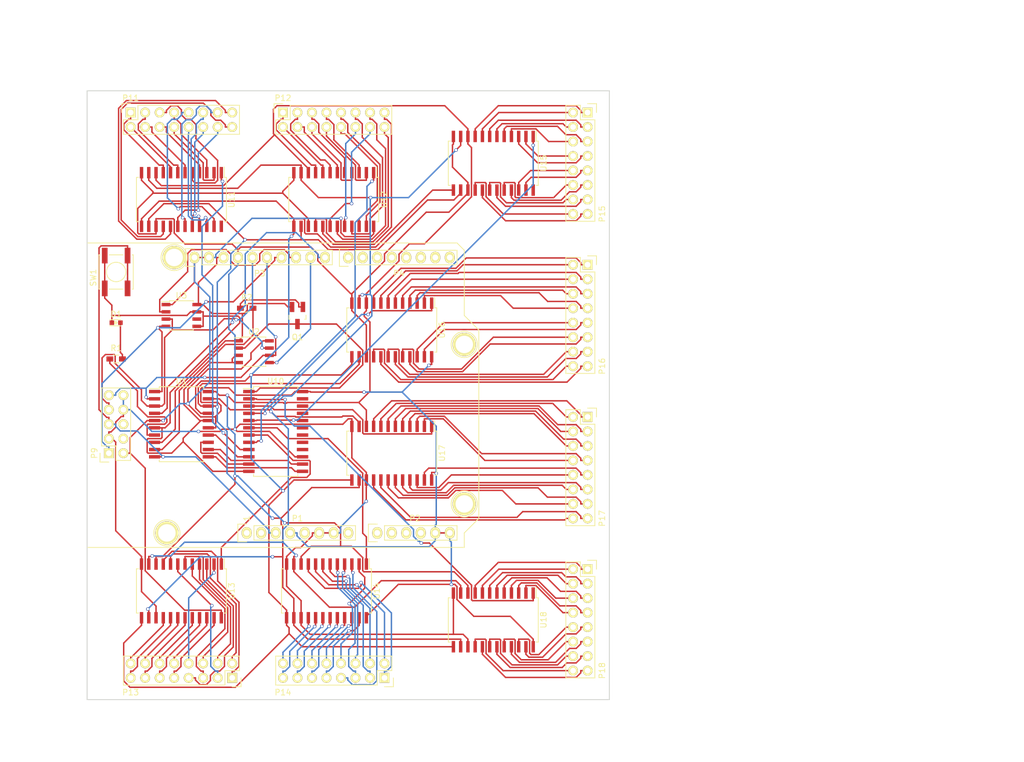
<source format=kicad_pcb>
(kicad_pcb (version 4) (host pcbnew 4.0.1-stable)
  (title_block (title "Bio Balance Detector - Proto #3 - Arduino Shield") (date 2016-04-07) (rev B) (company "Andras Fuchs (andras.fuchs@gmail.com)") (comment 4 "SPI Controlled Arduino Uno Multiplexer Shield"))
  (layers (0 F.Cu signal) (31 B.Cu signal) (34 B.Paste user hide) (35 F.Paste user hide) (36 B.SilkS user) (37 F.SilkS user) (38 B.Mask user) (39 F.Mask user) (44 Edge.Cuts user))
  (net 0 "")
  (net 1 /IOREF)
  (net 2 /Reset)
  (net 3 GND)
  (net 4 /Vin)
  (net 5 /A0)
  (net 6 /A1)
  (net 7 /A2)
  (net 8 /A3)
  (net 9 /AREF)
  (net 10 "/9(**)")
  (net 11 /8)
  (net 12 /7)
  (net 13 "/6(**)")
  (net 14 "/5(**)")
  (net 15 /4)
  (net 16 "/3(**)")
  (net 17 /2)
  (net 18 "/1(Tx)")
  (net 19 "/0(Rx)")
  (net 20 "Net-(P5-Pad1)")
  (net 21 "Net-(P6-Pad1)")
  (net 22 "Net-(P7-Pad1)")
  (net 23 "Net-(P8-Pad1)")
  (net 24 "/13(SCK)")
  (net 25 "/10(**/SS)")
  (net 26 "Net-(P1-Pad1)")
  (net 27 "/12(MISO)")
  (net 28 "/11(**/MOSI)")
  (net 29 /+5.0V)
  (net 30 /+3.3V)
  (net 31 "Net-(P11-Pad1)")
  (net 32 "Net-(P11-Pad2)")
  (net 33 "Net-(P11-Pad3)")
  (net 34 "Net-(P11-Pad4)")
  (net 35 "Net-(P11-Pad5)")
  (net 36 "Net-(P11-Pad6)")
  (net 37 "Net-(P11-Pad7)")
  (net 38 "Net-(P11-Pad8)")
  (net 39 "Net-(P11-Pad9)")
  (net 40 "Net-(P11-Pad10)")
  (net 41 "Net-(P11-Pad11)")
  (net 42 "Net-(P11-Pad12)")
  (net 43 "Net-(P11-Pad13)")
  (net 44 "Net-(P11-Pad14)")
  (net 45 "Net-(P11-Pad15)")
  (net 46 "Net-(P11-Pad16)")
  (net 47 "Net-(P12-Pad1)")
  (net 48 "Net-(P12-Pad2)")
  (net 49 "Net-(P12-Pad3)")
  (net 50 "Net-(P12-Pad4)")
  (net 51 "Net-(P12-Pad5)")
  (net 52 "Net-(P12-Pad6)")
  (net 53 "Net-(P12-Pad7)")
  (net 54 "Net-(P12-Pad8)")
  (net 55 "Net-(P12-Pad9)")
  (net 56 "Net-(P12-Pad10)")
  (net 57 "Net-(P12-Pad11)")
  (net 58 "Net-(P12-Pad12)")
  (net 59 "Net-(P12-Pad13)")
  (net 60 "Net-(P12-Pad14)")
  (net 61 "Net-(P12-Pad15)")
  (net 62 "Net-(P12-Pad16)")
  (net 63 "Net-(P13-Pad1)")
  (net 64 "Net-(P13-Pad2)")
  (net 65 "Net-(P13-Pad3)")
  (net 66 "Net-(P13-Pad4)")
  (net 67 "Net-(P13-Pad5)")
  (net 68 "Net-(P13-Pad6)")
  (net 69 "Net-(P13-Pad7)")
  (net 70 "Net-(P13-Pad8)")
  (net 71 "Net-(P13-Pad9)")
  (net 72 "Net-(P13-Pad10)")
  (net 73 "Net-(P13-Pad11)")
  (net 74 "Net-(P13-Pad12)")
  (net 75 "Net-(P13-Pad13)")
  (net 76 "Net-(P13-Pad14)")
  (net 77 "Net-(P13-Pad15)")
  (net 78 "Net-(P13-Pad16)")
  (net 79 "Net-(U1-Pad11)")
  (net 80 "Net-(U1-Pad12)")
  (net 81 "Net-(U1-Pad13)")
  (net 82 "Net-(U1-Pad14)")
  (net 83 "Net-(U1-Pad17)")
  (net 84 "Net-(U1-Pad18)")
  (net 85 "Net-(U1-Pad19)")
  (net 86 "Net-(U1-Pad20)")
  (net 87 "Net-(U10-Pad2)")
  (net 88 "Net-(U10-Pad3)")
  (net 89 "Net-(U10-Pad4)")
  (net 90 "Net-(U10-Pad5)")
  (net 91 "Net-(U10-Pad6)")
  (net 92 "Net-(U10-Pad7)")
  (net 93 "Net-(U10-Pad8)")
  (net 94 "Net-(U10-Pad9)")
  (net 95 "Net-(U10-Pad16)")
  (net 96 "Net-(U10-Pad17)")
  (net 97 "Net-(U10-Pad18)")
  (net 98 "Net-(U10-Pad19)")
  (net 99 "Net-(U10-Pad20)")
  (net 100 "Net-(U10-Pad21)")
  (net 101 "Net-(U10-Pad22)")
  (net 102 "Net-(U10-Pad23)")
  (net 103 "Net-(P14-Pad1)")
  (net 104 "Net-(P14-Pad2)")
  (net 105 "Net-(P14-Pad3)")
  (net 106 "Net-(P14-Pad4)")
  (net 107 "Net-(P14-Pad5)")
  (net 108 "Net-(P14-Pad6)")
  (net 109 "Net-(P14-Pad7)")
  (net 110 "Net-(P14-Pad8)")
  (net 111 "Net-(P14-Pad9)")
  (net 112 "Net-(P14-Pad10)")
  (net 113 "Net-(P14-Pad11)")
  (net 114 "Net-(P14-Pad12)")
  (net 115 "Net-(P14-Pad13)")
  (net 116 "Net-(P14-Pad14)")
  (net 117 "Net-(P14-Pad15)")
  (net 118 "Net-(P14-Pad16)")
  (net 119 "Net-(U3-Pad6)")
  (net 120 "Net-(P9-Pad4)")
  (net 121 "Net-(P9-Pad6)")
  (net 122 "Net-(P15-Pad1)")
  (net 123 "Net-(P15-Pad2)")
  (net 124 "Net-(P15-Pad3)")
  (net 125 "Net-(P15-Pad4)")
  (net 126 "Net-(P15-Pad5)")
  (net 127 "Net-(P15-Pad6)")
  (net 128 "Net-(P15-Pad7)")
  (net 129 "Net-(P15-Pad8)")
  (net 130 "Net-(P15-Pad9)")
  (net 131 "Net-(P15-Pad10)")
  (net 132 "Net-(P15-Pad11)")
  (net 133 "Net-(P15-Pad12)")
  (net 134 "Net-(P15-Pad13)")
  (net 135 "Net-(P15-Pad14)")
  (net 136 "Net-(P15-Pad15)")
  (net 137 "Net-(P15-Pad16)")
  (net 138 "Net-(P16-Pad1)")
  (net 139 "Net-(P16-Pad2)")
  (net 140 "Net-(P16-Pad3)")
  (net 141 "Net-(P16-Pad4)")
  (net 142 "Net-(P16-Pad5)")
  (net 143 "Net-(P16-Pad6)")
  (net 144 "Net-(P16-Pad7)")
  (net 145 "Net-(P16-Pad8)")
  (net 146 "Net-(P16-Pad9)")
  (net 147 "Net-(P16-Pad10)")
  (net 148 "Net-(P16-Pad11)")
  (net 149 "Net-(P16-Pad12)")
  (net 150 "Net-(P16-Pad13)")
  (net 151 "Net-(P16-Pad14)")
  (net 152 "Net-(P16-Pad15)")
  (net 153 "Net-(P16-Pad16)")
  (net 154 "Net-(P17-Pad1)")
  (net 155 "Net-(P17-Pad2)")
  (net 156 "Net-(P17-Pad3)")
  (net 157 "Net-(P17-Pad4)")
  (net 158 "Net-(P17-Pad5)")
  (net 159 "Net-(P17-Pad6)")
  (net 160 "Net-(P17-Pad7)")
  (net 161 "Net-(P17-Pad8)")
  (net 162 "Net-(P17-Pad9)")
  (net 163 "Net-(P17-Pad10)")
  (net 164 "Net-(P17-Pad11)")
  (net 165 "Net-(P17-Pad12)")
  (net 166 "Net-(P17-Pad13)")
  (net 167 "Net-(P17-Pad14)")
  (net 168 "Net-(P17-Pad15)")
  (net 169 "Net-(P17-Pad16)")
  (net 170 "Net-(P18-Pad1)")
  (net 171 "Net-(P18-Pad2)")
  (net 172 "Net-(P18-Pad3)")
  (net 173 "Net-(P18-Pad4)")
  (net 174 "Net-(P18-Pad5)")
  (net 175 "Net-(P18-Pad6)")
  (net 176 "Net-(P18-Pad7)")
  (net 177 "Net-(P18-Pad8)")
  (net 178 "Net-(P18-Pad9)")
  (net 179 "Net-(P18-Pad10)")
  (net 180 "Net-(P18-Pad11)")
  (net 181 "Net-(P18-Pad12)")
  (net 182 "Net-(P18-Pad13)")
  (net 183 "Net-(P18-Pad14)")
  (net 184 "Net-(P18-Pad15)")
  (net 185 "Net-(P18-Pad16)")
  (net 186 "Net-(U11-Pad24)")
  (net 187 "Net-(U15-Pad24)")
  (net 188 "Net-(D1-Pad2)")
  (net 189 "Net-(D1-Pad1)")
  (net 190 "Net-(Q1-Pad1)")
  (net 191 "Net-(Q1-Pad3)")
  (net 192 "Net-(R1-Pad1)")
  (net 193 "Net-(R2-Pad2)")
  (module Socket_Arduino_Uno:Socket_Strip_Arduino_1x08 (layer F.Cu) (at 56.388 117.475)
    (fp_text reference P1 (at 8.89 -2.54) (layer F.SilkS))
    (fp_text value Power)
    (pad 1 thru_hole oval (at 0 0) (size 1.7272 2.032) (drill 1.016) (layers *.Cu *.Mask F.SilkS) (net 26 "Net-(P1-Pad1)"))
    (pad 2 thru_hole oval (at 2.54 0) (size 1.7272 2.032) (drill 1.016) (layers *.Cu *.Mask F.SilkS) (net 1 /IOREF))
    (pad 3 thru_hole oval (at 5.08 0) (size 1.7272 2.032) (drill 1.016) (layers *.Cu *.Mask F.SilkS) (net 2 /Reset))
    (pad 4 thru_hole oval (at 7.62 0) (size 1.7272 2.032) (drill 1.016) (layers *.Cu *.Mask F.SilkS) (net 30 /+3.3V))
    (pad 5 thru_hole oval (at 10.16 0) (size 1.7272 2.032) (drill 1.016) (layers *.Cu *.Mask F.SilkS) (net 29 /+5.0V))
    (pad 6 thru_hole oval (at 12.7 0) (size 1.7272 2.032) (drill 1.016) (layers *.Cu *.Mask F.SilkS) (net 3 GND))
    (pad 7 thru_hole oval (at 15.24 0) (size 1.7272 2.032) (drill 1.016) (layers *.Cu *.Mask F.SilkS) (net 3 GND))
    (pad 8 thru_hole oval (at 17.78 0) (size 1.7272 2.032) (drill 1.016) (layers *.Cu *.Mask F.SilkS) (net 4 /Vin))
  )
  (module Socket_Arduino_Uno:Socket_Strip_Arduino_1x06 (layer F.Cu) (at 79.248 117.475)
    (fp_text reference P2 (at 6.604 -2.54) (layer F.SilkS))
    (fp_text value Analog)
    (pad 1 thru_hole oval (at 0 0) (size 1.7272 2.032) (drill 1.016) (layers *.Cu *.Mask F.SilkS) (net 5 /A0))
    (pad 2 thru_hole oval (at 2.54 0) (size 1.7272 2.032) (drill 1.016) (layers *.Cu *.Mask F.SilkS) (net 6 /A1))
    (pad 3 thru_hole oval (at 5.08 0) (size 1.7272 2.032) (drill 1.016) (layers *.Cu *.Mask F.SilkS) (net 7 /A2))
    (pad 4 thru_hole oval (at 7.62 0) (size 1.7272 2.032) (drill 1.016) (layers *.Cu *.Mask F.SilkS) (net 8 /A3))
    (pad 5 thru_hole oval (at 10.16 0) (size 1.7272 2.032) (drill 1.016) (layers *.Cu *.Mask F.SilkS) (net 30 /+3.3V))
    (pad 6 thru_hole oval (at 12.7 0) (size 1.7272 2.032) (drill 1.016) (layers *.Cu *.Mask F.SilkS) (net 30 /+3.3V))
  )
  (module Socket_Arduino_Uno:Socket_Strip_Arduino_1x10 (layer F.Cu) (at 47.244 69.215)
    (fp_text reference P3 (at 11.43 2.794) (layer F.SilkS))
    (fp_text value Digital)
    (pad 1 thru_hole oval (at 0 0) (size 1.7272 2.032) (drill 1.016) (layers *.Cu *.Mask F.SilkS) (net 30 /+3.3V))
    (pad 2 thru_hole oval (at 2.54 0) (size 1.7272 2.032) (drill 1.016) (layers *.Cu *.Mask F.SilkS) (net 30 /+3.3V))
    (pad 3 thru_hole oval (at 5.08 0) (size 1.7272 2.032) (drill 1.016) (layers *.Cu *.Mask F.SilkS) (net 9 /AREF))
    (pad 4 thru_hole oval (at 7.62 0) (size 1.7272 2.032) (drill 1.016) (layers *.Cu *.Mask F.SilkS) (net 3 GND))
    (pad 5 thru_hole oval (at 10.16 0) (size 1.7272 2.032) (drill 1.016) (layers *.Cu *.Mask F.SilkS) (net 24 "/13(SCK)"))
    (pad 6 thru_hole oval (at 12.7 0) (size 1.7272 2.032) (drill 1.016) (layers *.Cu *.Mask F.SilkS) (net 27 "/12(MISO)"))
    (pad 7 thru_hole oval (at 15.24 0) (size 1.7272 2.032) (drill 1.016) (layers *.Cu *.Mask F.SilkS) (net 28 "/11(**/MOSI)"))
    (pad 8 thru_hole oval (at 17.78 0) (size 1.7272 2.032) (drill 1.016) (layers *.Cu *.Mask F.SilkS) (net 25 "/10(**/SS)"))
    (pad 9 thru_hole oval (at 20.32 0) (size 1.7272 2.032) (drill 1.016) (layers *.Cu *.Mask F.SilkS) (net 10 "/9(**)"))
    (pad 10 thru_hole oval (at 22.86 0) (size 1.7272 2.032) (drill 1.016) (layers *.Cu *.Mask F.SilkS) (net 11 /8))
  )
  (module Socket_Arduino_Uno:Socket_Strip_Arduino_1x08 (layer F.Cu) (at 74.168 69.215)
    (fp_text reference P4 (at 8.89 2.794) (layer F.SilkS))
    (fp_text value Digital)
    (pad 1 thru_hole oval (at 0 0) (size 1.7272 2.032) (drill 1.016) (layers *.Cu *.Mask F.SilkS) (net 12 /7))
    (pad 2 thru_hole oval (at 2.54 0) (size 1.7272 2.032) (drill 1.016) (layers *.Cu *.Mask F.SilkS) (net 13 "/6(**)"))
    (pad 3 thru_hole oval (at 5.08 0) (size 1.7272 2.032) (drill 1.016) (layers *.Cu *.Mask F.SilkS) (net 14 "/5(**)"))
    (pad 4 thru_hole oval (at 7.62 0) (size 1.7272 2.032) (drill 1.016) (layers *.Cu *.Mask F.SilkS) (net 15 /4))
    (pad 5 thru_hole oval (at 10.16 0) (size 1.7272 2.032) (drill 1.016) (layers *.Cu *.Mask F.SilkS) (net 16 "/3(**)"))
    (pad 6 thru_hole oval (at 12.7 0) (size 1.7272 2.032) (drill 1.016) (layers *.Cu *.Mask F.SilkS) (net 17 /2))
    (pad 7 thru_hole oval (at 15.24 0) (size 1.7272 2.032) (drill 1.016) (layers *.Cu *.Mask F.SilkS) (net 18 "/1(Tx)"))
    (pad 8 thru_hole oval (at 17.78 0) (size 1.7272 2.032) (drill 1.016) (layers *.Cu *.Mask F.SilkS) (net 19 "/0(Rx)"))
  )
  (module Socket_Arduino_Uno:Arduino_1pin (layer F.Cu) (at 42.418 117.475)
    (fp_text reference P5 hide)
    (fp_text value CONN_1 hide)
    (pad 1 thru_hole circle (at 0 0) (size 4.064 4.064) (drill 3.048) (layers *.Cu *.Mask F.SilkS) (net 20 "Net-(P5-Pad1)"))
  )
  (module Socket_Arduino_Uno:Arduino_1pin (layer F.Cu) (at 94.488 112.395)
    (fp_text reference P6 hide)
    (fp_text value CONN_1 hide)
    (pad 1 thru_hole circle (at 0 0) (size 4.064 4.064) (drill 3.048) (layers *.Cu *.Mask F.SilkS) (net 21 "Net-(P6-Pad1)"))
  )
  (module Socket_Arduino_Uno:Arduino_1pin (layer F.Cu) (at 43.688 69.215)
    (fp_text reference P7 hide)
    (fp_text value CONN_1 hide)
    (pad 1 thru_hole circle (at 0 0) (size 4.064 4.064) (drill 3.048) (layers *.Cu *.Mask F.SilkS) (net 22 "Net-(P7-Pad1)"))
  )
  (module Socket_Arduino_Uno:Arduino_1pin (layer F.Cu) (at 94.488 84.455)
    (fp_text reference P8 hide)
    (fp_text value CONN_1 hide)
    (pad 1 thru_hole circle (at 0 0) (size 4.064 4.064) (drill 3.048) (layers *.Cu *.Mask F.SilkS) (net 23 "Net-(P8-Pad1)"))
  )
  (module Socket_Strips:Socket_Strip_Straight_2x08 (layer F.Cu) (at 36.068 43.815)
    (fp_text reference P11 (at 0 -2.54) (layer F.SilkS))
    (fp_text value CONN_02X08)
    (pad 1 thru_hole rect (at 0 0) (size 1.7272 1.7272) (drill 1.016) (layers *.Cu *.Mask F.SilkS) (net 31 "Net-(P11-Pad1)"))
    (pad 2 thru_hole oval (at 0 2.54) (size 1.7272 1.7272) (drill 1.016) (layers *.Cu *.Mask F.SilkS) (net 32 "Net-(P11-Pad2)"))
    (pad 3 thru_hole oval (at 2.54 0) (size 1.7272 1.7272) (drill 1.016) (layers *.Cu *.Mask F.SilkS) (net 33 "Net-(P11-Pad3)"))
    (pad 4 thru_hole oval (at 2.54 2.54) (size 1.7272 1.7272) (drill 1.016) (layers *.Cu *.Mask F.SilkS) (net 34 "Net-(P11-Pad4)"))
    (pad 5 thru_hole oval (at 5.08 0) (size 1.7272 1.7272) (drill 1.016) (layers *.Cu *.Mask F.SilkS) (net 35 "Net-(P11-Pad5)"))
    (pad 6 thru_hole oval (at 5.08 2.54) (size 1.7272 1.7272) (drill 1.016) (layers *.Cu *.Mask F.SilkS) (net 36 "Net-(P11-Pad6)"))
    (pad 7 thru_hole oval (at 7.62 0) (size 1.7272 1.7272) (drill 1.016) (layers *.Cu *.Mask F.SilkS) (net 37 "Net-(P11-Pad7)"))
    (pad 8 thru_hole oval (at 7.62 2.54) (size 1.7272 1.7272) (drill 1.016) (layers *.Cu *.Mask F.SilkS) (net 38 "Net-(P11-Pad8)"))
    (pad 9 thru_hole oval (at 10.16 0) (size 1.7272 1.7272) (drill 1.016) (layers *.Cu *.Mask F.SilkS) (net 39 "Net-(P11-Pad9)"))
    (pad 10 thru_hole oval (at 10.16 2.54) (size 1.7272 1.7272) (drill 1.016) (layers *.Cu *.Mask F.SilkS) (net 40 "Net-(P11-Pad10)"))
    (pad 11 thru_hole oval (at 12.7 0) (size 1.7272 1.7272) (drill 1.016) (layers *.Cu *.Mask F.SilkS) (net 41 "Net-(P11-Pad11)"))
    (pad 12 thru_hole oval (at 12.7 2.54) (size 1.7272 1.7272) (drill 1.016) (layers *.Cu *.Mask F.SilkS) (net 42 "Net-(P11-Pad12)"))
    (pad 13 thru_hole oval (at 15.24 0) (size 1.7272 1.7272) (drill 1.016) (layers *.Cu *.Mask F.SilkS) (net 43 "Net-(P11-Pad13)"))
    (pad 14 thru_hole oval (at 15.24 2.54) (size 1.7272 1.7272) (drill 1.016) (layers *.Cu *.Mask F.SilkS) (net 44 "Net-(P11-Pad14)"))
    (pad 15 thru_hole oval (at 17.78 0) (size 1.7272 1.7272) (drill 1.016) (layers *.Cu *.Mask F.SilkS) (net 45 "Net-(P11-Pad15)"))
    (pad 16 thru_hole oval (at 17.78 2.54) (size 1.7272 1.7272) (drill 1.016) (layers *.Cu *.Mask F.SilkS) (net 46 "Net-(P11-Pad16)"))
  )
  (module Socket_Strips:Socket_Strip_Straight_2x08 (layer F.Cu) (at 62.738 43.815)
    (fp_text reference P12 (at 0 -2.54) (layer F.SilkS))
    (fp_text value CONN_02X08)
    (pad 1 thru_hole rect (at 0 0) (size 1.7272 1.7272) (drill 1.016) (layers *.Cu *.Mask F.SilkS) (net 47 "Net-(P12-Pad1)"))
    (pad 2 thru_hole oval (at 0 2.54) (size 1.7272 1.7272) (drill 1.016) (layers *.Cu *.Mask F.SilkS) (net 48 "Net-(P12-Pad2)"))
    (pad 3 thru_hole oval (at 2.54 0) (size 1.7272 1.7272) (drill 1.016) (layers *.Cu *.Mask F.SilkS) (net 49 "Net-(P12-Pad3)"))
    (pad 4 thru_hole oval (at 2.54 2.54) (size 1.7272 1.7272) (drill 1.016) (layers *.Cu *.Mask F.SilkS) (net 50 "Net-(P12-Pad4)"))
    (pad 5 thru_hole oval (at 5.08 0) (size 1.7272 1.7272) (drill 1.016) (layers *.Cu *.Mask F.SilkS) (net 51 "Net-(P12-Pad5)"))
    (pad 6 thru_hole oval (at 5.08 2.54) (size 1.7272 1.7272) (drill 1.016) (layers *.Cu *.Mask F.SilkS) (net 52 "Net-(P12-Pad6)"))
    (pad 7 thru_hole oval (at 7.62 0) (size 1.7272 1.7272) (drill 1.016) (layers *.Cu *.Mask F.SilkS) (net 53 "Net-(P12-Pad7)"))
    (pad 8 thru_hole oval (at 7.62 2.54) (size 1.7272 1.7272) (drill 1.016) (layers *.Cu *.Mask F.SilkS) (net 54 "Net-(P12-Pad8)"))
    (pad 9 thru_hole oval (at 10.16 0) (size 1.7272 1.7272) (drill 1.016) (layers *.Cu *.Mask F.SilkS) (net 55 "Net-(P12-Pad9)"))
    (pad 10 thru_hole oval (at 10.16 2.54) (size 1.7272 1.7272) (drill 1.016) (layers *.Cu *.Mask F.SilkS) (net 56 "Net-(P12-Pad10)"))
    (pad 11 thru_hole oval (at 12.7 0) (size 1.7272 1.7272) (drill 1.016) (layers *.Cu *.Mask F.SilkS) (net 57 "Net-(P12-Pad11)"))
    (pad 12 thru_hole oval (at 12.7 2.54) (size 1.7272 1.7272) (drill 1.016) (layers *.Cu *.Mask F.SilkS) (net 58 "Net-(P12-Pad12)"))
    (pad 13 thru_hole oval (at 15.24 0) (size 1.7272 1.7272) (drill 1.016) (layers *.Cu *.Mask F.SilkS) (net 59 "Net-(P12-Pad13)"))
    (pad 14 thru_hole oval (at 15.24 2.54) (size 1.7272 1.7272) (drill 1.016) (layers *.Cu *.Mask F.SilkS) (net 60 "Net-(P12-Pad14)"))
    (pad 15 thru_hole oval (at 17.78 0) (size 1.7272 1.7272) (drill 1.016) (layers *.Cu *.Mask F.SilkS) (net 61 "Net-(P12-Pad15)"))
    (pad 16 thru_hole oval (at 17.78 2.54) (size 1.7272 1.7272) (drill 1.016) (layers *.Cu *.Mask F.SilkS) (net 62 "Net-(P12-Pad16)"))
  )
  (module Socket_Strips:Socket_Strip_Straight_2x08 (layer F.Cu) (at 53.848 142.875 180)
    (fp_text reference P13 (at 17.78 -2.54 180) (layer F.SilkS))
    (fp_text value CONN_02X08)
    (pad 1 thru_hole rect (at 0 0 180) (size 1.7272 1.7272) (drill 1.016) (layers *.Cu *.Mask F.SilkS) (net 63 "Net-(P13-Pad1)"))
    (pad 2 thru_hole oval (at 0 2.54 180) (size 1.7272 1.7272) (drill 1.016) (layers *.Cu *.Mask F.SilkS) (net 64 "Net-(P13-Pad2)"))
    (pad 3 thru_hole oval (at 2.54 0 180) (size 1.7272 1.7272) (drill 1.016) (layers *.Cu *.Mask F.SilkS) (net 65 "Net-(P13-Pad3)"))
    (pad 4 thru_hole oval (at 2.54 2.54 180) (size 1.7272 1.7272) (drill 1.016) (layers *.Cu *.Mask F.SilkS) (net 66 "Net-(P13-Pad4)"))
    (pad 5 thru_hole oval (at 5.08 0 180) (size 1.7272 1.7272) (drill 1.016) (layers *.Cu *.Mask F.SilkS) (net 67 "Net-(P13-Pad5)"))
    (pad 6 thru_hole oval (at 5.08 2.54 180) (size 1.7272 1.7272) (drill 1.016) (layers *.Cu *.Mask F.SilkS) (net 68 "Net-(P13-Pad6)"))
    (pad 7 thru_hole oval (at 7.62 0 180) (size 1.7272 1.7272) (drill 1.016) (layers *.Cu *.Mask F.SilkS) (net 69 "Net-(P13-Pad7)"))
    (pad 8 thru_hole oval (at 7.62 2.54 180) (size 1.7272 1.7272) (drill 1.016) (layers *.Cu *.Mask F.SilkS) (net 70 "Net-(P13-Pad8)"))
    (pad 9 thru_hole oval (at 10.16 0 180) (size 1.7272 1.7272) (drill 1.016) (layers *.Cu *.Mask F.SilkS) (net 71 "Net-(P13-Pad9)"))
    (pad 10 thru_hole oval (at 10.16 2.54 180) (size 1.7272 1.7272) (drill 1.016) (layers *.Cu *.Mask F.SilkS) (net 72 "Net-(P13-Pad10)"))
    (pad 11 thru_hole oval (at 12.7 0 180) (size 1.7272 1.7272) (drill 1.016) (layers *.Cu *.Mask F.SilkS) (net 73 "Net-(P13-Pad11)"))
    (pad 12 thru_hole oval (at 12.7 2.54 180) (size 1.7272 1.7272) (drill 1.016) (layers *.Cu *.Mask F.SilkS) (net 74 "Net-(P13-Pad12)"))
    (pad 13 thru_hole oval (at 15.24 0 180) (size 1.7272 1.7272) (drill 1.016) (layers *.Cu *.Mask F.SilkS) (net 75 "Net-(P13-Pad13)"))
    (pad 14 thru_hole oval (at 15.24 2.54 180) (size 1.7272 1.7272) (drill 1.016) (layers *.Cu *.Mask F.SilkS) (net 76 "Net-(P13-Pad14)"))
    (pad 15 thru_hole oval (at 17.78 0 180) (size 1.7272 1.7272) (drill 1.016) (layers *.Cu *.Mask F.SilkS) (net 77 "Net-(P13-Pad15)"))
    (pad 16 thru_hole oval (at 17.78 2.54 180) (size 1.7272 1.7272) (drill 1.016) (layers *.Cu *.Mask F.SilkS) (net 78 "Net-(P13-Pad16)"))
  )
  (module Housings_SOIC:SOIC-20_7.5x12.8mm_Pitch1.27mm (layer F.Cu) (at 44.958 98.425)
    (fp_text reference U1 (at 0 -7.5) (layer F.SilkS))
    (fp_text value ATTINY861-20SU)
    (pad 1 smd rect (at -4.7 -5.715) (size 1.95 0.6) (layers F.Cu F.Paste F.Mask) (net 28 "/11(**/MOSI)"))
    (pad 2 smd rect (at -4.7 -4.445) (size 1.95 0.6) (layers F.Cu F.Paste F.Mask) (net 27 "/12(MISO)"))
    (pad 3 smd rect (at -4.7 -3.175) (size 1.95 0.6) (layers F.Cu F.Paste F.Mask) (net 24 "/13(SCK)"))
    (pad 4 smd rect (at -4.7 -1.905) (size 1.95 0.6) (layers F.Cu F.Paste F.Mask) (net 11 /8))
    (pad 5 smd rect (at -4.7 -0.635) (size 1.95 0.6) (layers F.Cu F.Paste F.Mask) (net 30 /+3.3V))
    (pad 6 smd rect (at -4.7 0.635) (size 1.95 0.6) (layers F.Cu F.Paste F.Mask) (net 189 "Net-(D1-Pad1)"))
    (pad 7 smd rect (at -4.7 1.905) (size 1.95 0.6) (layers F.Cu F.Paste F.Mask) (net 192 "Net-(R1-Pad1)"))
    (pad 8 smd rect (at -4.7 3.175) (size 1.95 0.6) (layers F.Cu F.Paste F.Mask) (net 9 /AREF))
    (pad 9 smd rect (at -4.7 4.445) (size 1.95 0.6) (layers F.Cu F.Paste F.Mask) (net 193 "Net-(R2-Pad2)"))
    (pad 10 smd rect (at -4.7 5.715) (size 1.95 0.6) (layers F.Cu F.Paste F.Mask) (net 2 /Reset))
    (pad 11 smd rect (at 4.7 5.715) (size 1.95 0.6) (layers F.Cu F.Paste F.Mask) (net 79 "Net-(U1-Pad11)"))
    (pad 12 smd rect (at 4.7 4.445) (size 1.95 0.6) (layers F.Cu F.Paste F.Mask) (net 80 "Net-(U1-Pad12)"))
    (pad 13 smd rect (at 4.7 3.175) (size 1.95 0.6) (layers F.Cu F.Paste F.Mask) (net 81 "Net-(U1-Pad13)"))
    (pad 14 smd rect (at 4.7 1.905) (size 1.95 0.6) (layers F.Cu F.Paste F.Mask) (net 82 "Net-(U1-Pad14)"))
    (pad 15 smd rect (at 4.7 0.635) (size 1.95 0.6) (layers F.Cu F.Paste F.Mask) (net 30 /+3.3V))
    (pad 16 smd rect (at 4.7 -0.635) (size 1.95 0.6) (layers F.Cu F.Paste F.Mask) (net 189 "Net-(D1-Pad1)"))
    (pad 17 smd rect (at 4.7 -1.905) (size 1.95 0.6) (layers F.Cu F.Paste F.Mask) (net 83 "Net-(U1-Pad17)"))
    (pad 18 smd rect (at 4.7 -3.175) (size 1.95 0.6) (layers F.Cu F.Paste F.Mask) (net 84 "Net-(U1-Pad18)"))
    (pad 19 smd rect (at 4.7 -4.445) (size 1.95 0.6) (layers F.Cu F.Paste F.Mask) (net 85 "Net-(U1-Pad19)"))
    (pad 20 smd rect (at 4.7 -5.715) (size 1.95 0.6) (layers F.Cu F.Paste F.Mask) (net 86 "Net-(U1-Pad20)"))
  )
  (module Housings_SOIC:SOIC-8_3.9x4.9mm_Pitch1.27mm (layer F.Cu) (at 57.658 85.725)
    (fp_text reference U2 (at 0 -3.5) (layer F.SilkS))
    (fp_text value LTC1864)
    (pad 1 smd rect (at -2.7 -1.905) (size 1.55 0.6) (layers F.Cu F.Paste F.Mask) (net 9 /AREF))
    (pad 2 smd rect (at -2.7 -0.635) (size 1.55 0.6) (layers F.Cu F.Paste F.Mask) (net 191 "Net-(Q1-Pad3)"))
    (pad 3 smd rect (at -2.7 0.635) (size 1.55 0.6) (layers F.Cu F.Paste F.Mask) (net 189 "Net-(D1-Pad1)"))
    (pad 4 smd rect (at -2.7 1.905) (size 1.55 0.6) (layers F.Cu F.Paste F.Mask) (net 189 "Net-(D1-Pad1)"))
    (pad 5 smd rect (at 2.7 1.905) (size 1.55 0.6) (layers F.Cu F.Paste F.Mask) (net 10 "/9(**)"))
    (pad 6 smd rect (at 2.7 0.635) (size 1.55 0.6) (layers F.Cu F.Paste F.Mask) (net 27 "/12(MISO)"))
    (pad 7 smd rect (at 2.7 -0.635) (size 1.55 0.6) (layers F.Cu F.Paste F.Mask) (net 24 "/13(SCK)"))
    (pad 8 smd rect (at 2.7 -1.905) (size 1.55 0.6) (layers F.Cu F.Paste F.Mask) (net 30 /+3.3V))
  )
  (module Socket_Strips:Socket_Strip_Straight_2x08 (layer F.Cu) (at 80.518 142.875 180)
    (fp_text reference P14 (at 17.78 -2.54 180) (layer F.SilkS))
    (fp_text value CONN_02X08)
    (pad 1 thru_hole rect (at 0 0 180) (size 1.7272 1.7272) (drill 1.016) (layers *.Cu *.Mask F.SilkS) (net 103 "Net-(P14-Pad1)"))
    (pad 2 thru_hole oval (at 0 2.54 180) (size 1.7272 1.7272) (drill 1.016) (layers *.Cu *.Mask F.SilkS) (net 104 "Net-(P14-Pad2)"))
    (pad 3 thru_hole oval (at 2.54 0 180) (size 1.7272 1.7272) (drill 1.016) (layers *.Cu *.Mask F.SilkS) (net 105 "Net-(P14-Pad3)"))
    (pad 4 thru_hole oval (at 2.54 2.54 180) (size 1.7272 1.7272) (drill 1.016) (layers *.Cu *.Mask F.SilkS) (net 106 "Net-(P14-Pad4)"))
    (pad 5 thru_hole oval (at 5.08 0 180) (size 1.7272 1.7272) (drill 1.016) (layers *.Cu *.Mask F.SilkS) (net 107 "Net-(P14-Pad5)"))
    (pad 6 thru_hole oval (at 5.08 2.54 180) (size 1.7272 1.7272) (drill 1.016) (layers *.Cu *.Mask F.SilkS) (net 108 "Net-(P14-Pad6)"))
    (pad 7 thru_hole oval (at 7.62 0 180) (size 1.7272 1.7272) (drill 1.016) (layers *.Cu *.Mask F.SilkS) (net 109 "Net-(P14-Pad7)"))
    (pad 8 thru_hole oval (at 7.62 2.54 180) (size 1.7272 1.7272) (drill 1.016) (layers *.Cu *.Mask F.SilkS) (net 110 "Net-(P14-Pad8)"))
    (pad 9 thru_hole oval (at 10.16 0 180) (size 1.7272 1.7272) (drill 1.016) (layers *.Cu *.Mask F.SilkS) (net 111 "Net-(P14-Pad9)"))
    (pad 10 thru_hole oval (at 10.16 2.54 180) (size 1.7272 1.7272) (drill 1.016) (layers *.Cu *.Mask F.SilkS) (net 112 "Net-(P14-Pad10)"))
    (pad 11 thru_hole oval (at 12.7 0 180) (size 1.7272 1.7272) (drill 1.016) (layers *.Cu *.Mask F.SilkS) (net 113 "Net-(P14-Pad11)"))
    (pad 12 thru_hole oval (at 12.7 2.54 180) (size 1.7272 1.7272) (drill 1.016) (layers *.Cu *.Mask F.SilkS) (net 114 "Net-(P14-Pad12)"))
    (pad 13 thru_hole oval (at 15.24 0 180) (size 1.7272 1.7272) (drill 1.016) (layers *.Cu *.Mask F.SilkS) (net 115 "Net-(P14-Pad13)"))
    (pad 14 thru_hole oval (at 15.24 2.54 180) (size 1.7272 1.7272) (drill 1.016) (layers *.Cu *.Mask F.SilkS) (net 116 "Net-(P14-Pad14)"))
    (pad 15 thru_hole oval (at 17.78 0 180) (size 1.7272 1.7272) (drill 1.016) (layers *.Cu *.Mask F.SilkS) (net 117 "Net-(P14-Pad15)"))
    (pad 16 thru_hole oval (at 17.78 2.54 180) (size 1.7272 1.7272) (drill 1.016) (layers *.Cu *.Mask F.SilkS) (net 118 "Net-(P14-Pad16)"))
  )
  (module Housings_SOIC:SOIC-24_7.5x15.4mm_Pitch1.27mm (layer F.Cu) (at 70.358 127.635 270)
    (fp_text reference U14 (at 0 -8.8 270) (layer F.SilkS))
    (fp_text value CD74HC4067)
    (pad 1 smd rect (at -4.7 -6.985 270) (size 2 0.6) (layers F.Cu F.Paste F.Mask) (net 91 "Net-(U10-Pad6)"))
    (pad 2 smd rect (at -4.7 -5.715 270) (size 2 0.6) (layers F.Cu F.Paste F.Mask) (net 110 "Net-(P14-Pad8)"))
    (pad 3 smd rect (at -4.7 -4.445 270) (size 2 0.6) (layers F.Cu F.Paste F.Mask) (net 109 "Net-(P14-Pad7)"))
    (pad 4 smd rect (at -4.7 -3.175 270) (size 2 0.6) (layers F.Cu F.Paste F.Mask) (net 108 "Net-(P14-Pad6)"))
    (pad 5 smd rect (at -4.7 -1.905 270) (size 2 0.6) (layers F.Cu F.Paste F.Mask) (net 107 "Net-(P14-Pad5)"))
    (pad 6 smd rect (at -4.7 -0.635 270) (size 2 0.6) (layers F.Cu F.Paste F.Mask) (net 106 "Net-(P14-Pad4)"))
    (pad 7 smd rect (at -4.7 0.635 270) (size 2 0.6) (layers F.Cu F.Paste F.Mask) (net 105 "Net-(P14-Pad3)"))
    (pad 8 smd rect (at -4.7 1.905 270) (size 2 0.6) (layers F.Cu F.Paste F.Mask) (net 104 "Net-(P14-Pad2)"))
    (pad 9 smd rect (at -4.7 3.175 270) (size 2 0.6) (layers F.Cu F.Paste F.Mask) (net 103 "Net-(P14-Pad1)"))
    (pad 10 smd rect (at -4.7 4.445 270) (size 2 0.6) (layers F.Cu F.Paste F.Mask) (net 86 "Net-(U1-Pad20)"))
    (pad 11 smd rect (at -4.7 5.715 270) (size 2 0.6) (layers F.Cu F.Paste F.Mask) (net 85 "Net-(U1-Pad19)"))
    (pad 12 smd rect (at -4.7 6.985 270) (size 2 0.6) (layers F.Cu F.Paste F.Mask) (net 3 GND))
    (pad 13 smd rect (at 4.7 6.985 270) (size 2 0.6) (layers F.Cu F.Paste F.Mask) (net 83 "Net-(U1-Pad17)"))
    (pad 14 smd rect (at 4.7 5.715 270) (size 2 0.6) (layers F.Cu F.Paste F.Mask) (net 84 "Net-(U1-Pad18)"))
    (pad 15 smd rect (at 4.7 4.445 270) (size 2 0.6) (layers F.Cu F.Paste F.Mask) (net 3 GND))
    (pad 16 smd rect (at 4.7 3.175 270) (size 2 0.6) (layers F.Cu F.Paste F.Mask) (net 118 "Net-(P14-Pad16)"))
    (pad 17 smd rect (at 4.7 1.905 270) (size 2 0.6) (layers F.Cu F.Paste F.Mask) (net 117 "Net-(P14-Pad15)"))
    (pad 18 smd rect (at 4.7 0.635 270) (size 2 0.6) (layers F.Cu F.Paste F.Mask) (net 116 "Net-(P14-Pad14)"))
    (pad 19 smd rect (at 4.7 -0.635 270) (size 2 0.6) (layers F.Cu F.Paste F.Mask) (net 115 "Net-(P14-Pad13)"))
    (pad 20 smd rect (at 4.7 -1.905 270) (size 2 0.6) (layers F.Cu F.Paste F.Mask) (net 114 "Net-(P14-Pad12)"))
    (pad 21 smd rect (at 4.7 -3.175 270) (size 2 0.6) (layers F.Cu F.Paste F.Mask) (net 113 "Net-(P14-Pad11)"))
    (pad 22 smd rect (at 4.7 -4.445 270) (size 2 0.6) (layers F.Cu F.Paste F.Mask) (net 112 "Net-(P14-Pad10)"))
    (pad 23 smd rect (at 4.7 -5.715 270) (size 2 0.6) (layers F.Cu F.Paste F.Mask) (net 111 "Net-(P14-Pad9)"))
    (pad 24 smd rect (at 4.7 -6.985 270) (size 2 0.6) (layers F.Cu F.Paste F.Mask) (net 30 /+3.3V))
  )
  (module Housings_SOIC:SOIC-8_3.9x4.9mm_Pitch1.27mm (layer F.Cu) (at 44.958 79.375)
    (fp_text reference U3 (at 0 -3.5) (layer F.SilkS))
    (fp_text value MCP4822)
    (pad 1 smd rect (at -2.7 -1.905) (size 1.55 0.6) (layers F.Cu F.Paste F.Mask) (net 30 /+3.3V))
    (pad 2 smd rect (at -2.7 -0.635) (size 1.55 0.6) (layers F.Cu F.Paste F.Mask) (net 25 "/10(**/SS)"))
    (pad 3 smd rect (at -2.7 0.635) (size 1.55 0.6) (layers F.Cu F.Paste F.Mask) (net 24 "/13(SCK)"))
    (pad 4 smd rect (at -2.7 1.905) (size 1.55 0.6) (layers F.Cu F.Paste F.Mask) (net 28 "/11(**/MOSI)"))
    (pad 5 smd rect (at 2.7 1.905) (size 1.55 0.6) (layers F.Cu F.Paste F.Mask) (net 189 "Net-(D1-Pad1)"))
    (pad 6 smd rect (at 2.7 0.635) (size 1.55 0.6) (layers F.Cu F.Paste F.Mask) (net 119 "Net-(U3-Pad6)"))
    (pad 7 smd rect (at 2.7 -0.635) (size 1.55 0.6) (layers F.Cu F.Paste F.Mask) (net 189 "Net-(D1-Pad1)"))
    (pad 8 smd rect (at 2.7 -1.905) (size 1.55 0.6) (layers F.Cu F.Paste F.Mask) (net 9 /AREF))
  )
  (module Housings_SOIC:SOIC-24_7.5x15.4mm_Pitch1.27mm (layer F.Cu) (at 61.468 99.695)
    (fp_text reference U10 (at 0 -8.8) (layer F.SilkS))
    (fp_text value CD74HC4067)
    (pad 1 smd rect (at -4.7 -6.985) (size 2 0.6) (layers F.Cu F.Paste F.Mask) (net 191 "Net-(Q1-Pad3)"))
    (pad 2 smd rect (at -4.7 -5.715) (size 2 0.6) (layers F.Cu F.Paste F.Mask) (net 87 "Net-(U10-Pad2)"))
    (pad 3 smd rect (at -4.7 -4.445) (size 2 0.6) (layers F.Cu F.Paste F.Mask) (net 88 "Net-(U10-Pad3)"))
    (pad 4 smd rect (at -4.7 -3.175) (size 2 0.6) (layers F.Cu F.Paste F.Mask) (net 89 "Net-(U10-Pad4)"))
    (pad 5 smd rect (at -4.7 -1.905) (size 2 0.6) (layers F.Cu F.Paste F.Mask) (net 90 "Net-(U10-Pad5)"))
    (pad 6 smd rect (at -4.7 -0.635) (size 2 0.6) (layers F.Cu F.Paste F.Mask) (net 91 "Net-(U10-Pad6)"))
    (pad 7 smd rect (at -4.7 0.635) (size 2 0.6) (layers F.Cu F.Paste F.Mask) (net 92 "Net-(U10-Pad7)"))
    (pad 8 smd rect (at -4.7 1.905) (size 2 0.6) (layers F.Cu F.Paste F.Mask) (net 93 "Net-(U10-Pad8)"))
    (pad 9 smd rect (at -4.7 3.175) (size 2 0.6) (layers F.Cu F.Paste F.Mask) (net 94 "Net-(U10-Pad9)"))
    (pad 10 smd rect (at -4.7 4.445) (size 2 0.6) (layers F.Cu F.Paste F.Mask) (net 82 "Net-(U1-Pad14)"))
    (pad 11 smd rect (at -4.7 5.715) (size 2 0.6) (layers F.Cu F.Paste F.Mask) (net 81 "Net-(U1-Pad13)"))
    (pad 12 smd rect (at -4.7 6.985) (size 2 0.6) (layers F.Cu F.Paste F.Mask) (net 189 "Net-(D1-Pad1)"))
    (pad 13 smd rect (at 4.7 6.985) (size 2 0.6) (layers F.Cu F.Paste F.Mask) (net 79 "Net-(U1-Pad11)"))
    (pad 14 smd rect (at 4.7 5.715) (size 2 0.6) (layers F.Cu F.Paste F.Mask) (net 80 "Net-(U1-Pad12)"))
    (pad 15 smd rect (at 4.7 4.445) (size 2 0.6) (layers F.Cu F.Paste F.Mask) (net 3 GND))
    (pad 16 smd rect (at 4.7 3.175) (size 2 0.6) (layers F.Cu F.Paste F.Mask) (net 95 "Net-(U10-Pad16)"))
    (pad 17 smd rect (at 4.7 1.905) (size 2 0.6) (layers F.Cu F.Paste F.Mask) (net 96 "Net-(U10-Pad17)"))
    (pad 18 smd rect (at 4.7 0.635) (size 2 0.6) (layers F.Cu F.Paste F.Mask) (net 97 "Net-(U10-Pad18)"))
    (pad 19 smd rect (at 4.7 -0.635) (size 2 0.6) (layers F.Cu F.Paste F.Mask) (net 98 "Net-(U10-Pad19)"))
    (pad 20 smd rect (at 4.7 -1.905) (size 2 0.6) (layers F.Cu F.Paste F.Mask) (net 99 "Net-(U10-Pad20)"))
    (pad 21 smd rect (at 4.7 -3.175) (size 2 0.6) (layers F.Cu F.Paste F.Mask) (net 100 "Net-(U10-Pad21)"))
    (pad 22 smd rect (at 4.7 -4.445) (size 2 0.6) (layers F.Cu F.Paste F.Mask) (net 101 "Net-(U10-Pad22)"))
    (pad 23 smd rect (at 4.7 -5.715) (size 2 0.6) (layers F.Cu F.Paste F.Mask) (net 102 "Net-(U10-Pad23)"))
    (pad 24 smd rect (at 4.7 -6.985) (size 2 0.6) (layers F.Cu F.Paste F.Mask) (net 30 /+3.3V))
  )
  (module Housings_SOIC:SOIC-24_7.5x15.4mm_Pitch1.27mm (layer F.Cu) (at 44.958 59.055 270)
    (fp_text reference U11 (at 0 -8.8 270) (layer F.SilkS))
    (fp_text value CD74HC4067)
    (pad 1 smd rect (at -4.7 -6.985 270) (size 2 0.6) (layers F.Cu F.Paste F.Mask) (net 94 "Net-(U10-Pad9)"))
    (pad 2 smd rect (at -4.7 -5.715 270) (size 2 0.6) (layers F.Cu F.Paste F.Mask) (net 38 "Net-(P11-Pad8)"))
    (pad 3 smd rect (at -4.7 -4.445 270) (size 2 0.6) (layers F.Cu F.Paste F.Mask) (net 37 "Net-(P11-Pad7)"))
    (pad 4 smd rect (at -4.7 -3.175 270) (size 2 0.6) (layers F.Cu F.Paste F.Mask) (net 36 "Net-(P11-Pad6)"))
    (pad 5 smd rect (at -4.7 -1.905 270) (size 2 0.6) (layers F.Cu F.Paste F.Mask) (net 35 "Net-(P11-Pad5)"))
    (pad 6 smd rect (at -4.7 -0.635 270) (size 2 0.6) (layers F.Cu F.Paste F.Mask) (net 34 "Net-(P11-Pad4)"))
    (pad 7 smd rect (at -4.7 0.635 270) (size 2 0.6) (layers F.Cu F.Paste F.Mask) (net 33 "Net-(P11-Pad3)"))
    (pad 8 smd rect (at -4.7 1.905 270) (size 2 0.6) (layers F.Cu F.Paste F.Mask) (net 32 "Net-(P11-Pad2)"))
    (pad 9 smd rect (at -4.7 3.175 270) (size 2 0.6) (layers F.Cu F.Paste F.Mask) (net 31 "Net-(P11-Pad1)"))
    (pad 10 smd rect (at -4.7 4.445 270) (size 2 0.6) (layers F.Cu F.Paste F.Mask) (net 86 "Net-(U1-Pad20)"))
    (pad 11 smd rect (at -4.7 5.715 270) (size 2 0.6) (layers F.Cu F.Paste F.Mask) (net 85 "Net-(U1-Pad19)"))
    (pad 12 smd rect (at -4.7 6.985 270) (size 2 0.6) (layers F.Cu F.Paste F.Mask) (net 3 GND))
    (pad 13 smd rect (at 4.7 6.985 270) (size 2 0.6) (layers F.Cu F.Paste F.Mask) (net 83 "Net-(U1-Pad17)"))
    (pad 14 smd rect (at 4.7 5.715 270) (size 2 0.6) (layers F.Cu F.Paste F.Mask) (net 84 "Net-(U1-Pad18)"))
    (pad 15 smd rect (at 4.7 4.445 270) (size 2 0.6) (layers F.Cu F.Paste F.Mask) (net 3 GND))
    (pad 16 smd rect (at 4.7 3.175 270) (size 2 0.6) (layers F.Cu F.Paste F.Mask) (net 46 "Net-(P11-Pad16)"))
    (pad 17 smd rect (at 4.7 1.905 270) (size 2 0.6) (layers F.Cu F.Paste F.Mask) (net 45 "Net-(P11-Pad15)"))
    (pad 18 smd rect (at 4.7 0.635 270) (size 2 0.6) (layers F.Cu F.Paste F.Mask) (net 44 "Net-(P11-Pad14)"))
    (pad 19 smd rect (at 4.7 -0.635 270) (size 2 0.6) (layers F.Cu F.Paste F.Mask) (net 43 "Net-(P11-Pad13)"))
    (pad 20 smd rect (at 4.7 -1.905 270) (size 2 0.6) (layers F.Cu F.Paste F.Mask) (net 42 "Net-(P11-Pad12)"))
    (pad 21 smd rect (at 4.7 -3.175 270) (size 2 0.6) (layers F.Cu F.Paste F.Mask) (net 41 "Net-(P11-Pad11)"))
    (pad 22 smd rect (at 4.7 -4.445 270) (size 2 0.6) (layers F.Cu F.Paste F.Mask) (net 40 "Net-(P11-Pad10)"))
    (pad 23 smd rect (at 4.7 -5.715 270) (size 2 0.6) (layers F.Cu F.Paste F.Mask) (net 39 "Net-(P11-Pad9)"))
    (pad 24 smd rect (at 4.7 -6.985 270) (size 2 0.6) (layers F.Cu F.Paste F.Mask) (net 186 "Net-(U11-Pad24)"))
  )
  (module Housings_SOIC:SOIC-24_7.5x15.4mm_Pitch1.27mm (layer F.Cu) (at 71.628 59.055 270)
    (fp_text reference U12 (at 0 -8.8 270) (layer F.SilkS))
    (fp_text value CD74HC4067)
    (pad 1 smd rect (at -4.7 -6.985 270) (size 2 0.6) (layers F.Cu F.Paste F.Mask) (net 93 "Net-(U10-Pad8)"))
    (pad 2 smd rect (at -4.7 -5.715 270) (size 2 0.6) (layers F.Cu F.Paste F.Mask) (net 54 "Net-(P12-Pad8)"))
    (pad 3 smd rect (at -4.7 -4.445 270) (size 2 0.6) (layers F.Cu F.Paste F.Mask) (net 53 "Net-(P12-Pad7)"))
    (pad 4 smd rect (at -4.7 -3.175 270) (size 2 0.6) (layers F.Cu F.Paste F.Mask) (net 52 "Net-(P12-Pad6)"))
    (pad 5 smd rect (at -4.7 -1.905 270) (size 2 0.6) (layers F.Cu F.Paste F.Mask) (net 51 "Net-(P12-Pad5)"))
    (pad 6 smd rect (at -4.7 -0.635 270) (size 2 0.6) (layers F.Cu F.Paste F.Mask) (net 50 "Net-(P12-Pad4)"))
    (pad 7 smd rect (at -4.7 0.635 270) (size 2 0.6) (layers F.Cu F.Paste F.Mask) (net 49 "Net-(P12-Pad3)"))
    (pad 8 smd rect (at -4.7 1.905 270) (size 2 0.6) (layers F.Cu F.Paste F.Mask) (net 48 "Net-(P12-Pad2)"))
    (pad 9 smd rect (at -4.7 3.175 270) (size 2 0.6) (layers F.Cu F.Paste F.Mask) (net 47 "Net-(P12-Pad1)"))
    (pad 10 smd rect (at -4.7 4.445 270) (size 2 0.6) (layers F.Cu F.Paste F.Mask) (net 86 "Net-(U1-Pad20)"))
    (pad 11 smd rect (at -4.7 5.715 270) (size 2 0.6) (layers F.Cu F.Paste F.Mask) (net 85 "Net-(U1-Pad19)"))
    (pad 12 smd rect (at -4.7 6.985 270) (size 2 0.6) (layers F.Cu F.Paste F.Mask) (net 3 GND))
    (pad 13 smd rect (at 4.7 6.985 270) (size 2 0.6) (layers F.Cu F.Paste F.Mask) (net 83 "Net-(U1-Pad17)"))
    (pad 14 smd rect (at 4.7 5.715 270) (size 2 0.6) (layers F.Cu F.Paste F.Mask) (net 84 "Net-(U1-Pad18)"))
    (pad 15 smd rect (at 4.7 4.445 270) (size 2 0.6) (layers F.Cu F.Paste F.Mask) (net 3 GND))
    (pad 16 smd rect (at 4.7 3.175 270) (size 2 0.6) (layers F.Cu F.Paste F.Mask) (net 62 "Net-(P12-Pad16)"))
    (pad 17 smd rect (at 4.7 1.905 270) (size 2 0.6) (layers F.Cu F.Paste F.Mask) (net 61 "Net-(P12-Pad15)"))
    (pad 18 smd rect (at 4.7 0.635 270) (size 2 0.6) (layers F.Cu F.Paste F.Mask) (net 60 "Net-(P12-Pad14)"))
    (pad 19 smd rect (at 4.7 -0.635 270) (size 2 0.6) (layers F.Cu F.Paste F.Mask) (net 59 "Net-(P12-Pad13)"))
    (pad 20 smd rect (at 4.7 -1.905 270) (size 2 0.6) (layers F.Cu F.Paste F.Mask) (net 58 "Net-(P12-Pad12)"))
    (pad 21 smd rect (at 4.7 -3.175 270) (size 2 0.6) (layers F.Cu F.Paste F.Mask) (net 57 "Net-(P12-Pad11)"))
    (pad 22 smd rect (at 4.7 -4.445 270) (size 2 0.6) (layers F.Cu F.Paste F.Mask) (net 56 "Net-(P12-Pad10)"))
    (pad 23 smd rect (at 4.7 -5.715 270) (size 2 0.6) (layers F.Cu F.Paste F.Mask) (net 55 "Net-(P12-Pad9)"))
    (pad 24 smd rect (at 4.7 -6.985 270) (size 2 0.6) (layers F.Cu F.Paste F.Mask) (net 30 /+3.3V))
  )
  (module Housings_SOIC:SOIC-24_7.5x15.4mm_Pitch1.27mm (layer F.Cu) (at 44.958 127.635 270)
    (fp_text reference U13 (at 0 -8.8 270) (layer F.SilkS))
    (fp_text value CD74HC4067)
    (pad 1 smd rect (at -4.7 -6.985 270) (size 2 0.6) (layers F.Cu F.Paste F.Mask) (net 92 "Net-(U10-Pad7)"))
    (pad 2 smd rect (at -4.7 -5.715 270) (size 2 0.6) (layers F.Cu F.Paste F.Mask) (net 70 "Net-(P13-Pad8)"))
    (pad 3 smd rect (at -4.7 -4.445 270) (size 2 0.6) (layers F.Cu F.Paste F.Mask) (net 69 "Net-(P13-Pad7)"))
    (pad 4 smd rect (at -4.7 -3.175 270) (size 2 0.6) (layers F.Cu F.Paste F.Mask) (net 68 "Net-(P13-Pad6)"))
    (pad 5 smd rect (at -4.7 -1.905 270) (size 2 0.6) (layers F.Cu F.Paste F.Mask) (net 67 "Net-(P13-Pad5)"))
    (pad 6 smd rect (at -4.7 -0.635 270) (size 2 0.6) (layers F.Cu F.Paste F.Mask) (net 66 "Net-(P13-Pad4)"))
    (pad 7 smd rect (at -4.7 0.635 270) (size 2 0.6) (layers F.Cu F.Paste F.Mask) (net 65 "Net-(P13-Pad3)"))
    (pad 8 smd rect (at -4.7 1.905 270) (size 2 0.6) (layers F.Cu F.Paste F.Mask) (net 64 "Net-(P13-Pad2)"))
    (pad 9 smd rect (at -4.7 3.175 270) (size 2 0.6) (layers F.Cu F.Paste F.Mask) (net 63 "Net-(P13-Pad1)"))
    (pad 10 smd rect (at -4.7 4.445 270) (size 2 0.6) (layers F.Cu F.Paste F.Mask) (net 86 "Net-(U1-Pad20)"))
    (pad 11 smd rect (at -4.7 5.715 270) (size 2 0.6) (layers F.Cu F.Paste F.Mask) (net 85 "Net-(U1-Pad19)"))
    (pad 12 smd rect (at -4.7 6.985 270) (size 2 0.6) (layers F.Cu F.Paste F.Mask) (net 3 GND))
    (pad 13 smd rect (at 4.7 6.985 270) (size 2 0.6) (layers F.Cu F.Paste F.Mask) (net 83 "Net-(U1-Pad17)"))
    (pad 14 smd rect (at 4.7 5.715 270) (size 2 0.6) (layers F.Cu F.Paste F.Mask) (net 84 "Net-(U1-Pad18)"))
    (pad 15 smd rect (at 4.7 4.445 270) (size 2 0.6) (layers F.Cu F.Paste F.Mask) (net 3 GND))
    (pad 16 smd rect (at 4.7 3.175 270) (size 2 0.6) (layers F.Cu F.Paste F.Mask) (net 78 "Net-(P13-Pad16)"))
    (pad 17 smd rect (at 4.7 1.905 270) (size 2 0.6) (layers F.Cu F.Paste F.Mask) (net 77 "Net-(P13-Pad15)"))
    (pad 18 smd rect (at 4.7 0.635 270) (size 2 0.6) (layers F.Cu F.Paste F.Mask) (net 76 "Net-(P13-Pad14)"))
    (pad 19 smd rect (at 4.7 -0.635 270) (size 2 0.6) (layers F.Cu F.Paste F.Mask) (net 75 "Net-(P13-Pad13)"))
    (pad 20 smd rect (at 4.7 -1.905 270) (size 2 0.6) (layers F.Cu F.Paste F.Mask) (net 74 "Net-(P13-Pad12)"))
    (pad 21 smd rect (at 4.7 -3.175 270) (size 2 0.6) (layers F.Cu F.Paste F.Mask) (net 73 "Net-(P13-Pad11)"))
    (pad 22 smd rect (at 4.7 -4.445 270) (size 2 0.6) (layers F.Cu F.Paste F.Mask) (net 72 "Net-(P13-Pad10)"))
    (pad 23 smd rect (at 4.7 -5.715 270) (size 2 0.6) (layers F.Cu F.Paste F.Mask) (net 71 "Net-(P13-Pad9)"))
    (pad 24 smd rect (at 4.7 -6.985 270) (size 2 0.6) (layers F.Cu F.Paste F.Mask) (net 30 /+3.3V))
  )
  (module Socket_Strips:Socket_Strip_Straight_2x05 (layer F.Cu) (at 32.258 103.505 90)
    (fp_text reference P9 (at 0 -2.54 90) (layer F.SilkS))
    (fp_text value USBASP)
    (pad 1 thru_hole rect (at 0 0 90) (size 1.7272 1.7272) (drill 1.016) (layers *.Cu *.Mask F.SilkS) (net 28 "/11(**/MOSI)"))
    (pad 2 thru_hole oval (at 0 2.54 90) (size 1.7272 1.7272) (drill 1.016) (layers *.Cu *.Mask F.SilkS) (net 30 /+3.3V))
    (pad 3 thru_hole oval (at 2.54 0 90) (size 1.7272 1.7272) (drill 1.016) (layers *.Cu *.Mask F.SilkS) (net 3 GND))
    (pad 4 thru_hole oval (at 2.54 2.54 90) (size 1.7272 1.7272) (drill 1.016) (layers *.Cu *.Mask F.SilkS) (net 120 "Net-(P9-Pad4)"))
    (pad 5 thru_hole oval (at 5.08 0 90) (size 1.7272 1.7272) (drill 1.016) (layers *.Cu *.Mask F.SilkS) (net 2 /Reset))
    (pad 6 thru_hole oval (at 5.08 2.54 90) (size 1.7272 1.7272) (drill 1.016) (layers *.Cu *.Mask F.SilkS) (net 121 "Net-(P9-Pad6)"))
    (pad 7 thru_hole oval (at 7.62 0 90) (size 1.7272 1.7272) (drill 1.016) (layers *.Cu *.Mask F.SilkS) (net 24 "/13(SCK)"))
    (pad 8 thru_hole oval (at 7.62 2.54 90) (size 1.7272 1.7272) (drill 1.016) (layers *.Cu *.Mask F.SilkS) (net 3 GND))
    (pad 9 thru_hole oval (at 10.16 0 90) (size 1.7272 1.7272) (drill 1.016) (layers *.Cu *.Mask F.SilkS) (net 27 "/12(MISO)"))
    (pad 10 thru_hole oval (at 10.16 2.54 90) (size 1.7272 1.7272) (drill 1.016) (layers *.Cu *.Mask F.SilkS) (net 3 GND))
  )
  (module Socket_Strips:Socket_Strip_Straight_2x08 (layer F.Cu) (at 116.078 43.815 270)
    (fp_text reference P15 (at 17.78 -2.54 270) (layer F.SilkS))
    (fp_text value CONN_02X08)
    (pad 1 thru_hole rect (at 0 0 270) (size 1.7272 1.7272) (drill 1.016) (layers *.Cu *.Mask F.SilkS) (net 122 "Net-(P15-Pad1)"))
    (pad 2 thru_hole oval (at 0 2.54 270) (size 1.7272 1.7272) (drill 1.016) (layers *.Cu *.Mask F.SilkS) (net 123 "Net-(P15-Pad2)"))
    (pad 3 thru_hole oval (at 2.54 0 270) (size 1.7272 1.7272) (drill 1.016) (layers *.Cu *.Mask F.SilkS) (net 124 "Net-(P15-Pad3)"))
    (pad 4 thru_hole oval (at 2.54 2.54 270) (size 1.7272 1.7272) (drill 1.016) (layers *.Cu *.Mask F.SilkS) (net 125 "Net-(P15-Pad4)"))
    (pad 5 thru_hole oval (at 5.08 0 270) (size 1.7272 1.7272) (drill 1.016) (layers *.Cu *.Mask F.SilkS) (net 126 "Net-(P15-Pad5)"))
    (pad 6 thru_hole oval (at 5.08 2.54 270) (size 1.7272 1.7272) (drill 1.016) (layers *.Cu *.Mask F.SilkS) (net 127 "Net-(P15-Pad6)"))
    (pad 7 thru_hole oval (at 7.62 0 270) (size 1.7272 1.7272) (drill 1.016) (layers *.Cu *.Mask F.SilkS) (net 128 "Net-(P15-Pad7)"))
    (pad 8 thru_hole oval (at 7.62 2.54 270) (size 1.7272 1.7272) (drill 1.016) (layers *.Cu *.Mask F.SilkS) (net 129 "Net-(P15-Pad8)"))
    (pad 9 thru_hole oval (at 10.16 0 270) (size 1.7272 1.7272) (drill 1.016) (layers *.Cu *.Mask F.SilkS) (net 130 "Net-(P15-Pad9)"))
    (pad 10 thru_hole oval (at 10.16 2.54 270) (size 1.7272 1.7272) (drill 1.016) (layers *.Cu *.Mask F.SilkS) (net 131 "Net-(P15-Pad10)"))
    (pad 11 thru_hole oval (at 12.7 0 270) (size 1.7272 1.7272) (drill 1.016) (layers *.Cu *.Mask F.SilkS) (net 132 "Net-(P15-Pad11)"))
    (pad 12 thru_hole oval (at 12.7 2.54 270) (size 1.7272 1.7272) (drill 1.016) (layers *.Cu *.Mask F.SilkS) (net 133 "Net-(P15-Pad12)"))
    (pad 13 thru_hole oval (at 15.24 0 270) (size 1.7272 1.7272) (drill 1.016) (layers *.Cu *.Mask F.SilkS) (net 134 "Net-(P15-Pad13)"))
    (pad 14 thru_hole oval (at 15.24 2.54 270) (size 1.7272 1.7272) (drill 1.016) (layers *.Cu *.Mask F.SilkS) (net 135 "Net-(P15-Pad14)"))
    (pad 15 thru_hole oval (at 17.78 0 270) (size 1.7272 1.7272) (drill 1.016) (layers *.Cu *.Mask F.SilkS) (net 136 "Net-(P15-Pad15)"))
    (pad 16 thru_hole oval (at 17.78 2.54 270) (size 1.7272 1.7272) (drill 1.016) (layers *.Cu *.Mask F.SilkS) (net 137 "Net-(P15-Pad16)"))
  )
  (module Socket_Strips:Socket_Strip_Straight_2x08 (layer F.Cu) (at 116.078 70.485 270)
    (fp_text reference P16 (at 17.78 -2.54 270) (layer F.SilkS))
    (fp_text value CONN_02X08)
    (pad 1 thru_hole rect (at 0 0 270) (size 1.7272 1.7272) (drill 1.016) (layers *.Cu *.Mask F.SilkS) (net 138 "Net-(P16-Pad1)"))
    (pad 2 thru_hole oval (at 0 2.54 270) (size 1.7272 1.7272) (drill 1.016) (layers *.Cu *.Mask F.SilkS) (net 139 "Net-(P16-Pad2)"))
    (pad 3 thru_hole oval (at 2.54 0 270) (size 1.7272 1.7272) (drill 1.016) (layers *.Cu *.Mask F.SilkS) (net 140 "Net-(P16-Pad3)"))
    (pad 4 thru_hole oval (at 2.54 2.54 270) (size 1.7272 1.7272) (drill 1.016) (layers *.Cu *.Mask F.SilkS) (net 141 "Net-(P16-Pad4)"))
    (pad 5 thru_hole oval (at 5.08 0 270) (size 1.7272 1.7272) (drill 1.016) (layers *.Cu *.Mask F.SilkS) (net 142 "Net-(P16-Pad5)"))
    (pad 6 thru_hole oval (at 5.08 2.54 270) (size 1.7272 1.7272) (drill 1.016) (layers *.Cu *.Mask F.SilkS) (net 143 "Net-(P16-Pad6)"))
    (pad 7 thru_hole oval (at 7.62 0 270) (size 1.7272 1.7272) (drill 1.016) (layers *.Cu *.Mask F.SilkS) (net 144 "Net-(P16-Pad7)"))
    (pad 8 thru_hole oval (at 7.62 2.54 270) (size 1.7272 1.7272) (drill 1.016) (layers *.Cu *.Mask F.SilkS) (net 145 "Net-(P16-Pad8)"))
    (pad 9 thru_hole oval (at 10.16 0 270) (size 1.7272 1.7272) (drill 1.016) (layers *.Cu *.Mask F.SilkS) (net 146 "Net-(P16-Pad9)"))
    (pad 10 thru_hole oval (at 10.16 2.54 270) (size 1.7272 1.7272) (drill 1.016) (layers *.Cu *.Mask F.SilkS) (net 147 "Net-(P16-Pad10)"))
    (pad 11 thru_hole oval (at 12.7 0 270) (size 1.7272 1.7272) (drill 1.016) (layers *.Cu *.Mask F.SilkS) (net 148 "Net-(P16-Pad11)"))
    (pad 12 thru_hole oval (at 12.7 2.54 270) (size 1.7272 1.7272) (drill 1.016) (layers *.Cu *.Mask F.SilkS) (net 149 "Net-(P16-Pad12)"))
    (pad 13 thru_hole oval (at 15.24 0 270) (size 1.7272 1.7272) (drill 1.016) (layers *.Cu *.Mask F.SilkS) (net 150 "Net-(P16-Pad13)"))
    (pad 14 thru_hole oval (at 15.24 2.54 270) (size 1.7272 1.7272) (drill 1.016) (layers *.Cu *.Mask F.SilkS) (net 151 "Net-(P16-Pad14)"))
    (pad 15 thru_hole oval (at 17.78 0 270) (size 1.7272 1.7272) (drill 1.016) (layers *.Cu *.Mask F.SilkS) (net 152 "Net-(P16-Pad15)"))
    (pad 16 thru_hole oval (at 17.78 2.54 270) (size 1.7272 1.7272) (drill 1.016) (layers *.Cu *.Mask F.SilkS) (net 153 "Net-(P16-Pad16)"))
  )
  (module Socket_Strips:Socket_Strip_Straight_2x08 (layer F.Cu) (at 116.078 97.155 270)
    (fp_text reference P17 (at 17.78 -2.54 270) (layer F.SilkS))
    (fp_text value CONN_02X08)
    (pad 1 thru_hole rect (at 0 0 270) (size 1.7272 1.7272) (drill 1.016) (layers *.Cu *.Mask F.SilkS) (net 154 "Net-(P17-Pad1)"))
    (pad 2 thru_hole oval (at 0 2.54 270) (size 1.7272 1.7272) (drill 1.016) (layers *.Cu *.Mask F.SilkS) (net 155 "Net-(P17-Pad2)"))
    (pad 3 thru_hole oval (at 2.54 0 270) (size 1.7272 1.7272) (drill 1.016) (layers *.Cu *.Mask F.SilkS) (net 156 "Net-(P17-Pad3)"))
    (pad 4 thru_hole oval (at 2.54 2.54 270) (size 1.7272 1.7272) (drill 1.016) (layers *.Cu *.Mask F.SilkS) (net 157 "Net-(P17-Pad4)"))
    (pad 5 thru_hole oval (at 5.08 0 270) (size 1.7272 1.7272) (drill 1.016) (layers *.Cu *.Mask F.SilkS) (net 158 "Net-(P17-Pad5)"))
    (pad 6 thru_hole oval (at 5.08 2.54 270) (size 1.7272 1.7272) (drill 1.016) (layers *.Cu *.Mask F.SilkS) (net 159 "Net-(P17-Pad6)"))
    (pad 7 thru_hole oval (at 7.62 0 270) (size 1.7272 1.7272) (drill 1.016) (layers *.Cu *.Mask F.SilkS) (net 160 "Net-(P17-Pad7)"))
    (pad 8 thru_hole oval (at 7.62 2.54 270) (size 1.7272 1.7272) (drill 1.016) (layers *.Cu *.Mask F.SilkS) (net 161 "Net-(P17-Pad8)"))
    (pad 9 thru_hole oval (at 10.16 0 270) (size 1.7272 1.7272) (drill 1.016) (layers *.Cu *.Mask F.SilkS) (net 162 "Net-(P17-Pad9)"))
    (pad 10 thru_hole oval (at 10.16 2.54 270) (size 1.7272 1.7272) (drill 1.016) (layers *.Cu *.Mask F.SilkS) (net 163 "Net-(P17-Pad10)"))
    (pad 11 thru_hole oval (at 12.7 0 270) (size 1.7272 1.7272) (drill 1.016) (layers *.Cu *.Mask F.SilkS) (net 164 "Net-(P17-Pad11)"))
    (pad 12 thru_hole oval (at 12.7 2.54 270) (size 1.7272 1.7272) (drill 1.016) (layers *.Cu *.Mask F.SilkS) (net 165 "Net-(P17-Pad12)"))
    (pad 13 thru_hole oval (at 15.24 0 270) (size 1.7272 1.7272) (drill 1.016) (layers *.Cu *.Mask F.SilkS) (net 166 "Net-(P17-Pad13)"))
    (pad 14 thru_hole oval (at 15.24 2.54 270) (size 1.7272 1.7272) (drill 1.016) (layers *.Cu *.Mask F.SilkS) (net 167 "Net-(P17-Pad14)"))
    (pad 15 thru_hole oval (at 17.78 0 270) (size 1.7272 1.7272) (drill 1.016) (layers *.Cu *.Mask F.SilkS) (net 168 "Net-(P17-Pad15)"))
    (pad 16 thru_hole oval (at 17.78 2.54 270) (size 1.7272 1.7272) (drill 1.016) (layers *.Cu *.Mask F.SilkS) (net 169 "Net-(P17-Pad16)"))
  )
  (module Socket_Strips:Socket_Strip_Straight_2x08 (layer F.Cu) (at 116.078 123.825 270)
    (fp_text reference P18 (at 17.78 -2.54 270) (layer F.SilkS))
    (fp_text value CONN_02X08)
    (pad 1 thru_hole rect (at 0 0 270) (size 1.7272 1.7272) (drill 1.016) (layers *.Cu *.Mask F.SilkS) (net 170 "Net-(P18-Pad1)"))
    (pad 2 thru_hole oval (at 0 2.54 270) (size 1.7272 1.7272) (drill 1.016) (layers *.Cu *.Mask F.SilkS) (net 171 "Net-(P18-Pad2)"))
    (pad 3 thru_hole oval (at 2.54 0 270) (size 1.7272 1.7272) (drill 1.016) (layers *.Cu *.Mask F.SilkS) (net 172 "Net-(P18-Pad3)"))
    (pad 4 thru_hole oval (at 2.54 2.54 270) (size 1.7272 1.7272) (drill 1.016) (layers *.Cu *.Mask F.SilkS) (net 173 "Net-(P18-Pad4)"))
    (pad 5 thru_hole oval (at 5.08 0 270) (size 1.7272 1.7272) (drill 1.016) (layers *.Cu *.Mask F.SilkS) (net 174 "Net-(P18-Pad5)"))
    (pad 6 thru_hole oval (at 5.08 2.54 270) (size 1.7272 1.7272) (drill 1.016) (layers *.Cu *.Mask F.SilkS) (net 175 "Net-(P18-Pad6)"))
    (pad 7 thru_hole oval (at 7.62 0 270) (size 1.7272 1.7272) (drill 1.016) (layers *.Cu *.Mask F.SilkS) (net 176 "Net-(P18-Pad7)"))
    (pad 8 thru_hole oval (at 7.62 2.54 270) (size 1.7272 1.7272) (drill 1.016) (layers *.Cu *.Mask F.SilkS) (net 177 "Net-(P18-Pad8)"))
    (pad 9 thru_hole oval (at 10.16 0 270) (size 1.7272 1.7272) (drill 1.016) (layers *.Cu *.Mask F.SilkS) (net 178 "Net-(P18-Pad9)"))
    (pad 10 thru_hole oval (at 10.16 2.54 270) (size 1.7272 1.7272) (drill 1.016) (layers *.Cu *.Mask F.SilkS) (net 179 "Net-(P18-Pad10)"))
    (pad 11 thru_hole oval (at 12.7 0 270) (size 1.7272 1.7272) (drill 1.016) (layers *.Cu *.Mask F.SilkS) (net 180 "Net-(P18-Pad11)"))
    (pad 12 thru_hole oval (at 12.7 2.54 270) (size 1.7272 1.7272) (drill 1.016) (layers *.Cu *.Mask F.SilkS) (net 181 "Net-(P18-Pad12)"))
    (pad 13 thru_hole oval (at 15.24 0 270) (size 1.7272 1.7272) (drill 1.016) (layers *.Cu *.Mask F.SilkS) (net 182 "Net-(P18-Pad13)"))
    (pad 14 thru_hole oval (at 15.24 2.54 270) (size 1.7272 1.7272) (drill 1.016) (layers *.Cu *.Mask F.SilkS) (net 183 "Net-(P18-Pad14)"))
    (pad 15 thru_hole oval (at 17.78 0 270) (size 1.7272 1.7272) (drill 1.016) (layers *.Cu *.Mask F.SilkS) (net 184 "Net-(P18-Pad15)"))
    (pad 16 thru_hole oval (at 17.78 2.54 270) (size 1.7272 1.7272) (drill 1.016) (layers *.Cu *.Mask F.SilkS) (net 185 "Net-(P18-Pad16)"))
  )
  (module Housings_SOIC:SOIC-24_7.5x15.4mm_Pitch1.27mm (layer F.Cu) (at 99.568 52.705 270)
    (fp_text reference U15 (at 0 -8.8 270) (layer F.SilkS))
    (fp_text value CD74HC4067)
    (pad 1 smd rect (at -4.7 -6.985 270) (size 2 0.6) (layers F.Cu F.Paste F.Mask) (net 90 "Net-(U10-Pad5)"))
    (pad 2 smd rect (at -4.7 -5.715 270) (size 2 0.6) (layers F.Cu F.Paste F.Mask) (net 129 "Net-(P15-Pad8)"))
    (pad 3 smd rect (at -4.7 -4.445 270) (size 2 0.6) (layers F.Cu F.Paste F.Mask) (net 128 "Net-(P15-Pad7)"))
    (pad 4 smd rect (at -4.7 -3.175 270) (size 2 0.6) (layers F.Cu F.Paste F.Mask) (net 127 "Net-(P15-Pad6)"))
    (pad 5 smd rect (at -4.7 -1.905 270) (size 2 0.6) (layers F.Cu F.Paste F.Mask) (net 126 "Net-(P15-Pad5)"))
    (pad 6 smd rect (at -4.7 -0.635 270) (size 2 0.6) (layers F.Cu F.Paste F.Mask) (net 125 "Net-(P15-Pad4)"))
    (pad 7 smd rect (at -4.7 0.635 270) (size 2 0.6) (layers F.Cu F.Paste F.Mask) (net 124 "Net-(P15-Pad3)"))
    (pad 8 smd rect (at -4.7 1.905 270) (size 2 0.6) (layers F.Cu F.Paste F.Mask) (net 123 "Net-(P15-Pad2)"))
    (pad 9 smd rect (at -4.7 3.175 270) (size 2 0.6) (layers F.Cu F.Paste F.Mask) (net 122 "Net-(P15-Pad1)"))
    (pad 10 smd rect (at -4.7 4.445 270) (size 2 0.6) (layers F.Cu F.Paste F.Mask) (net 86 "Net-(U1-Pad20)"))
    (pad 11 smd rect (at -4.7 5.715 270) (size 2 0.6) (layers F.Cu F.Paste F.Mask) (net 85 "Net-(U1-Pad19)"))
    (pad 12 smd rect (at -4.7 6.985 270) (size 2 0.6) (layers F.Cu F.Paste F.Mask) (net 3 GND))
    (pad 13 smd rect (at 4.7 6.985 270) (size 2 0.6) (layers F.Cu F.Paste F.Mask) (net 83 "Net-(U1-Pad17)"))
    (pad 14 smd rect (at 4.7 5.715 270) (size 2 0.6) (layers F.Cu F.Paste F.Mask) (net 84 "Net-(U1-Pad18)"))
    (pad 15 smd rect (at 4.7 4.445 270) (size 2 0.6) (layers F.Cu F.Paste F.Mask) (net 3 GND))
    (pad 16 smd rect (at 4.7 3.175 270) (size 2 0.6) (layers F.Cu F.Paste F.Mask) (net 137 "Net-(P15-Pad16)"))
    (pad 17 smd rect (at 4.7 1.905 270) (size 2 0.6) (layers F.Cu F.Paste F.Mask) (net 136 "Net-(P15-Pad15)"))
    (pad 18 smd rect (at 4.7 0.635 270) (size 2 0.6) (layers F.Cu F.Paste F.Mask) (net 135 "Net-(P15-Pad14)"))
    (pad 19 smd rect (at 4.7 -0.635 270) (size 2 0.6) (layers F.Cu F.Paste F.Mask) (net 134 "Net-(P15-Pad13)"))
    (pad 20 smd rect (at 4.7 -1.905 270) (size 2 0.6) (layers F.Cu F.Paste F.Mask) (net 133 "Net-(P15-Pad12)"))
    (pad 21 smd rect (at 4.7 -3.175 270) (size 2 0.6) (layers F.Cu F.Paste F.Mask) (net 132 "Net-(P15-Pad11)"))
    (pad 22 smd rect (at 4.7 -4.445 270) (size 2 0.6) (layers F.Cu F.Paste F.Mask) (net 131 "Net-(P15-Pad10)"))
    (pad 23 smd rect (at 4.7 -5.715 270) (size 2 0.6) (layers F.Cu F.Paste F.Mask) (net 130 "Net-(P15-Pad9)"))
    (pad 24 smd rect (at 4.7 -6.985 270) (size 2 0.6) (layers F.Cu F.Paste F.Mask) (net 187 "Net-(U15-Pad24)"))
  )
  (module Housings_SOIC:SOIC-24_7.5x15.4mm_Pitch1.27mm (layer F.Cu) (at 81.788 81.915 270)
    (fp_text reference U16 (at 0 -8.8 270) (layer F.SilkS))
    (fp_text value CD74HC4067)
    (pad 1 smd rect (at -4.7 -6.985 270) (size 2 0.6) (layers F.Cu F.Paste F.Mask) (net 89 "Net-(U10-Pad4)"))
    (pad 2 smd rect (at -4.7 -5.715 270) (size 2 0.6) (layers F.Cu F.Paste F.Mask) (net 145 "Net-(P16-Pad8)"))
    (pad 3 smd rect (at -4.7 -4.445 270) (size 2 0.6) (layers F.Cu F.Paste F.Mask) (net 144 "Net-(P16-Pad7)"))
    (pad 4 smd rect (at -4.7 -3.175 270) (size 2 0.6) (layers F.Cu F.Paste F.Mask) (net 143 "Net-(P16-Pad6)"))
    (pad 5 smd rect (at -4.7 -1.905 270) (size 2 0.6) (layers F.Cu F.Paste F.Mask) (net 142 "Net-(P16-Pad5)"))
    (pad 6 smd rect (at -4.7 -0.635 270) (size 2 0.6) (layers F.Cu F.Paste F.Mask) (net 141 "Net-(P16-Pad4)"))
    (pad 7 smd rect (at -4.7 0.635 270) (size 2 0.6) (layers F.Cu F.Paste F.Mask) (net 140 "Net-(P16-Pad3)"))
    (pad 8 smd rect (at -4.7 1.905 270) (size 2 0.6) (layers F.Cu F.Paste F.Mask) (net 139 "Net-(P16-Pad2)"))
    (pad 9 smd rect (at -4.7 3.175 270) (size 2 0.6) (layers F.Cu F.Paste F.Mask) (net 138 "Net-(P16-Pad1)"))
    (pad 10 smd rect (at -4.7 4.445 270) (size 2 0.6) (layers F.Cu F.Paste F.Mask) (net 86 "Net-(U1-Pad20)"))
    (pad 11 smd rect (at -4.7 5.715 270) (size 2 0.6) (layers F.Cu F.Paste F.Mask) (net 85 "Net-(U1-Pad19)"))
    (pad 12 smd rect (at -4.7 6.985 270) (size 2 0.6) (layers F.Cu F.Paste F.Mask) (net 3 GND))
    (pad 13 smd rect (at 4.7 6.985 270) (size 2 0.6) (layers F.Cu F.Paste F.Mask) (net 83 "Net-(U1-Pad17)"))
    (pad 14 smd rect (at 4.7 5.715 270) (size 2 0.6) (layers F.Cu F.Paste F.Mask) (net 84 "Net-(U1-Pad18)"))
    (pad 15 smd rect (at 4.7 4.445 270) (size 2 0.6) (layers F.Cu F.Paste F.Mask) (net 3 GND))
    (pad 16 smd rect (at 4.7 3.175 270) (size 2 0.6) (layers F.Cu F.Paste F.Mask) (net 153 "Net-(P16-Pad16)"))
    (pad 17 smd rect (at 4.7 1.905 270) (size 2 0.6) (layers F.Cu F.Paste F.Mask) (net 152 "Net-(P16-Pad15)"))
    (pad 18 smd rect (at 4.7 0.635 270) (size 2 0.6) (layers F.Cu F.Paste F.Mask) (net 151 "Net-(P16-Pad14)"))
    (pad 19 smd rect (at 4.7 -0.635 270) (size 2 0.6) (layers F.Cu F.Paste F.Mask) (net 150 "Net-(P16-Pad13)"))
    (pad 20 smd rect (at 4.7 -1.905 270) (size 2 0.6) (layers F.Cu F.Paste F.Mask) (net 149 "Net-(P16-Pad12)"))
    (pad 21 smd rect (at 4.7 -3.175 270) (size 2 0.6) (layers F.Cu F.Paste F.Mask) (net 148 "Net-(P16-Pad11)"))
    (pad 22 smd rect (at 4.7 -4.445 270) (size 2 0.6) (layers F.Cu F.Paste F.Mask) (net 147 "Net-(P16-Pad10)"))
    (pad 23 smd rect (at 4.7 -5.715 270) (size 2 0.6) (layers F.Cu F.Paste F.Mask) (net 146 "Net-(P16-Pad9)"))
    (pad 24 smd rect (at 4.7 -6.985 270) (size 2 0.6) (layers F.Cu F.Paste F.Mask) (net 30 /+3.3V))
  )
  (module Housings_SOIC:SOIC-24_7.5x15.4mm_Pitch1.27mm (layer F.Cu) (at 81.788 103.505 270)
    (fp_text reference U17 (at 0 -8.8 270) (layer F.SilkS))
    (fp_text value CD74HC4067)
    (pad 1 smd rect (at -4.7 -6.985 270) (size 2 0.6) (layers F.Cu F.Paste F.Mask) (net 88 "Net-(U10-Pad3)"))
    (pad 2 smd rect (at -4.7 -5.715 270) (size 2 0.6) (layers F.Cu F.Paste F.Mask) (net 161 "Net-(P17-Pad8)"))
    (pad 3 smd rect (at -4.7 -4.445 270) (size 2 0.6) (layers F.Cu F.Paste F.Mask) (net 160 "Net-(P17-Pad7)"))
    (pad 4 smd rect (at -4.7 -3.175 270) (size 2 0.6) (layers F.Cu F.Paste F.Mask) (net 159 "Net-(P17-Pad6)"))
    (pad 5 smd rect (at -4.7 -1.905 270) (size 2 0.6) (layers F.Cu F.Paste F.Mask) (net 158 "Net-(P17-Pad5)"))
    (pad 6 smd rect (at -4.7 -0.635 270) (size 2 0.6) (layers F.Cu F.Paste F.Mask) (net 157 "Net-(P17-Pad4)"))
    (pad 7 smd rect (at -4.7 0.635 270) (size 2 0.6) (layers F.Cu F.Paste F.Mask) (net 156 "Net-(P17-Pad3)"))
    (pad 8 smd rect (at -4.7 1.905 270) (size 2 0.6) (layers F.Cu F.Paste F.Mask) (net 155 "Net-(P17-Pad2)"))
    (pad 9 smd rect (at -4.7 3.175 270) (size 2 0.6) (layers F.Cu F.Paste F.Mask) (net 154 "Net-(P17-Pad1)"))
    (pad 10 smd rect (at -4.7 4.445 270) (size 2 0.6) (layers F.Cu F.Paste F.Mask) (net 86 "Net-(U1-Pad20)"))
    (pad 11 smd rect (at -4.7 5.715 270) (size 2 0.6) (layers F.Cu F.Paste F.Mask) (net 85 "Net-(U1-Pad19)"))
    (pad 12 smd rect (at -4.7 6.985 270) (size 2 0.6) (layers F.Cu F.Paste F.Mask) (net 3 GND))
    (pad 13 smd rect (at 4.7 6.985 270) (size 2 0.6) (layers F.Cu F.Paste F.Mask) (net 83 "Net-(U1-Pad17)"))
    (pad 14 smd rect (at 4.7 5.715 270) (size 2 0.6) (layers F.Cu F.Paste F.Mask) (net 84 "Net-(U1-Pad18)"))
    (pad 15 smd rect (at 4.7 4.445 270) (size 2 0.6) (layers F.Cu F.Paste F.Mask) (net 3 GND))
    (pad 16 smd rect (at 4.7 3.175 270) (size 2 0.6) (layers F.Cu F.Paste F.Mask) (net 169 "Net-(P17-Pad16)"))
    (pad 17 smd rect (at 4.7 1.905 270) (size 2 0.6) (layers F.Cu F.Paste F.Mask) (net 168 "Net-(P17-Pad15)"))
    (pad 18 smd rect (at 4.7 0.635 270) (size 2 0.6) (layers F.Cu F.Paste F.Mask) (net 167 "Net-(P17-Pad14)"))
    (pad 19 smd rect (at 4.7 -0.635 270) (size 2 0.6) (layers F.Cu F.Paste F.Mask) (net 166 "Net-(P17-Pad13)"))
    (pad 20 smd rect (at 4.7 -1.905 270) (size 2 0.6) (layers F.Cu F.Paste F.Mask) (net 165 "Net-(P17-Pad12)"))
    (pad 21 smd rect (at 4.7 -3.175 270) (size 2 0.6) (layers F.Cu F.Paste F.Mask) (net 164 "Net-(P17-Pad11)"))
    (pad 22 smd rect (at 4.7 -4.445 270) (size 2 0.6) (layers F.Cu F.Paste F.Mask) (net 163 "Net-(P17-Pad10)"))
    (pad 23 smd rect (at 4.7 -5.715 270) (size 2 0.6) (layers F.Cu F.Paste F.Mask) (net 162 "Net-(P17-Pad9)"))
    (pad 24 smd rect (at 4.7 -6.985 270) (size 2 0.6) (layers F.Cu F.Paste F.Mask) (net 30 /+3.3V))
  )
  (module Housings_SOIC:SOIC-24_7.5x15.4mm_Pitch1.27mm (layer F.Cu) (at 99.568 132.715 270)
    (fp_text reference U18 (at 0 -8.8 270) (layer F.SilkS))
    (fp_text value CD74HC4067)
    (pad 1 smd rect (at -4.7 -6.985 270) (size 2 0.6) (layers F.Cu F.Paste F.Mask) (net 87 "Net-(U10-Pad2)"))
    (pad 2 smd rect (at -4.7 -5.715 270) (size 2 0.6) (layers F.Cu F.Paste F.Mask) (net 177 "Net-(P18-Pad8)"))
    (pad 3 smd rect (at -4.7 -4.445 270) (size 2 0.6) (layers F.Cu F.Paste F.Mask) (net 176 "Net-(P18-Pad7)"))
    (pad 4 smd rect (at -4.7 -3.175 270) (size 2 0.6) (layers F.Cu F.Paste F.Mask) (net 175 "Net-(P18-Pad6)"))
    (pad 5 smd rect (at -4.7 -1.905 270) (size 2 0.6) (layers F.Cu F.Paste F.Mask) (net 174 "Net-(P18-Pad5)"))
    (pad 6 smd rect (at -4.7 -0.635 270) (size 2 0.6) (layers F.Cu F.Paste F.Mask) (net 173 "Net-(P18-Pad4)"))
    (pad 7 smd rect (at -4.7 0.635 270) (size 2 0.6) (layers F.Cu F.Paste F.Mask) (net 172 "Net-(P18-Pad3)"))
    (pad 8 smd rect (at -4.7 1.905 270) (size 2 0.6) (layers F.Cu F.Paste F.Mask) (net 171 "Net-(P18-Pad2)"))
    (pad 9 smd rect (at -4.7 3.175 270) (size 2 0.6) (layers F.Cu F.Paste F.Mask) (net 170 "Net-(P18-Pad1)"))
    (pad 10 smd rect (at -4.7 4.445 270) (size 2 0.6) (layers F.Cu F.Paste F.Mask) (net 86 "Net-(U1-Pad20)"))
    (pad 11 smd rect (at -4.7 5.715 270) (size 2 0.6) (layers F.Cu F.Paste F.Mask) (net 85 "Net-(U1-Pad19)"))
    (pad 12 smd rect (at -4.7 6.985 270) (size 2 0.6) (layers F.Cu F.Paste F.Mask) (net 3 GND))
    (pad 13 smd rect (at 4.7 6.985 270) (size 2 0.6) (layers F.Cu F.Paste F.Mask) (net 83 "Net-(U1-Pad17)"))
    (pad 14 smd rect (at 4.7 5.715 270) (size 2 0.6) (layers F.Cu F.Paste F.Mask) (net 84 "Net-(U1-Pad18)"))
    (pad 15 smd rect (at 4.7 4.445 270) (size 2 0.6) (layers F.Cu F.Paste F.Mask) (net 3 GND))
    (pad 16 smd rect (at 4.7 3.175 270) (size 2 0.6) (layers F.Cu F.Paste F.Mask) (net 185 "Net-(P18-Pad16)"))
    (pad 17 smd rect (at 4.7 1.905 270) (size 2 0.6) (layers F.Cu F.Paste F.Mask) (net 184 "Net-(P18-Pad15)"))
    (pad 18 smd rect (at 4.7 0.635 270) (size 2 0.6) (layers F.Cu F.Paste F.Mask) (net 183 "Net-(P18-Pad14)"))
    (pad 19 smd rect (at 4.7 -0.635 270) (size 2 0.6) (layers F.Cu F.Paste F.Mask) (net 182 "Net-(P18-Pad13)"))
    (pad 20 smd rect (at 4.7 -1.905 270) (size 2 0.6) (layers F.Cu F.Paste F.Mask) (net 181 "Net-(P18-Pad12)"))
    (pad 21 smd rect (at 4.7 -3.175 270) (size 2 0.6) (layers F.Cu F.Paste F.Mask) (net 180 "Net-(P18-Pad11)"))
    (pad 22 smd rect (at 4.7 -4.445 270) (size 2 0.6) (layers F.Cu F.Paste F.Mask) (net 179 "Net-(P18-Pad10)"))
    (pad 23 smd rect (at 4.7 -5.715 270) (size 2 0.6) (layers F.Cu F.Paste F.Mask) (net 178 "Net-(P18-Pad9)"))
    (pad 24 smd rect (at 4.7 -6.985 270) (size 2 0.6) (layers F.Cu F.Paste F.Mask) (net 30 /+3.3V))
  )
  (module LEDs:LED_0603 (layer F.Cu) (at 33.528 80.645)
    (fp_text reference D1 (at 0 -1.5) (layer F.SilkS))
    (fp_text value LED)
    (pad 2 smd rect (at 0.7493 0 180) (size 0.79756 0.79756) (layers F.Cu F.Paste F.Mask) (net 188 "Net-(D1-Pad2)"))
    (pad 1 smd rect (at -0.7493 0 180) (size 0.79756 0.79756) (layers F.Cu F.Paste F.Mask) (net 189 "Net-(D1-Pad1)"))
  )
  (module TO_SOT_Packages_SMD:SOT-23_Handsoldering (layer F.Cu) (at 65.278 79.375 180)
    (fp_text reference Q1 (at 0 -3.81 180) (layer F.SilkS))
    (fp_text value Q_NPN_BCE)
    (pad 1 smd rect (at -0.95 1.50114 180) (size 0.8001 1.80086) (layers F.Cu F.Paste F.Mask) (net 190 "Net-(Q1-Pad1)"))
    (pad 2 smd rect (at 0.95 1.50114 180) (size 0.8001 1.80086) (layers F.Cu F.Paste F.Mask) (net 9 /AREF))
    (pad 3 smd rect (at 0 -1.50114 180) (size 0.8001 1.80086) (layers F.Cu F.Paste F.Mask) (net 191 "Net-(Q1-Pad3)"))
  )
  (module Resistors_SMD:R_0603_HandSoldering (layer F.Cu) (at 33.528 86.995)
    (fp_text reference R1 (at 0 -1.9) (layer F.SilkS))
    (fp_text value 1k)
    (pad 1 smd rect (at -1.1 0) (size 1.2 0.9) (layers F.Cu F.Paste F.Mask) (net 192 "Net-(R1-Pad1)"))
    (pad 2 smd rect (at 1.1 0) (size 1.2 0.9) (layers F.Cu F.Paste F.Mask) (net 188 "Net-(D1-Pad2)"))
  )
  (module Resistors_SMD:R_0603_HandSoldering (layer F.Cu) (at 56.388 78.105)
    (fp_text reference R2 (at 0 -1.9) (layer F.SilkS))
    (fp_text value 1k)
    (pad 1 smd rect (at -1.1 0) (size 1.2 0.9) (layers F.Cu F.Paste F.Mask) (net 190 "Net-(Q1-Pad1)"))
    (pad 2 smd rect (at 1.1 0) (size 1.2 0.9) (layers F.Cu F.Paste F.Mask) (net 193 "Net-(R2-Pad2)"))
  )
  (module Buttons_Switches_SMD:SW_SPST_EVPBF (layer F.Cu) (at 33.528 71.755 90)
    (fp_text reference SW1 (at -1 -4 90) (layer F.SilkS))
    (fp_text value SW_PUSH)
    (pad 1 smd rect (at 2.875 -2 90) (size 2.75 1) (layers F.Cu F.Paste F.Mask) (net 189 "Net-(D1-Pad1)"))
    (pad 1 smd rect (at -2.875 -2 90) (size 2.75 1) (layers F.Cu F.Paste F.Mask) (net 189 "Net-(D1-Pad1)"))
    (pad 2 smd rect (at -2.875 2 90) (size 2.75 1) (layers F.Cu F.Paste F.Mask) (net 2 /Reset))
    (pad 2 smd rect (at 2.875 2 90) (size 2.75 1) (layers F.Cu F.Paste F.Mask) (net 2 /Reset))
  )
  (gr_line (start 28.448 146.685) (end 28.448 40.005) (angle 90) (layer Edge.Cuts) (width 0.15))
  (gr_line (start 119.888 146.685) (end 28.448 146.685) (angle 90) (layer Edge.Cuts) (width 0.15))
  (gr_line (start 119.888 40.005) (end 119.888 146.685) (angle 90) (layer Edge.Cuts) (width 0.15))
  (gr_line (start 28.448 40.005) (end 119.888 40.005) (angle 90) (layer Edge.Cuts) (width 0.15))
  (gr_line (start 94.488 120.015) (end 28.448 120.015) (angle 90) (layer F.SilkS) (width 0.15))
  (gr_line (start 93.218 66.675) (end 28.448 66.675) (angle 90) (layer F.SilkS) (width 0.15))
  (gr_line (start 94.488 67.945) (end 93.218 66.675) (angle 90) (layer F.SilkS) (width 0.15))
  (gr_line (start 94.488 79.375) (end 94.488 67.945) (angle 90) (layer F.SilkS) (width 0.15))
  (gr_line (start 97.028 81.915) (end 94.488 79.375) (angle 90) (layer F.SilkS) (width 0.15))
  (gr_line (start 97.028 114.935) (end 97.028 81.915) (angle 90) (layer F.SilkS) (width 0.15))
  (gr_line (start 94.488 117.475) (end 97.028 114.935) (angle 90) (layer F.SilkS) (width 0.15))
  (gr_line (start 94.488 120.015) (end 94.488 117.475) (angle 90) (layer F.SilkS) (width 0.15))
  (gr_text 1 (at 56.388 114.935 90) (layer F.SilkS) (effects (font (size 1 1))))
  (via (at 41.7527 104.14) (size 0.6) (layers F.Cu B.Cu) (net 2))
  (segment (start 32.258 98.425) (end 32.258 97.2361) (width 0.25) (layer F.Cu) (net 2))
  (segment (start 35.528 74.63) (end 35.528 68.88) (width 0.25) (layer F.Cu) (net 2))
  (segment (start 35.528 68.88) (end 35.528 67.1797) (width 0.25) (layer F.Cu) (net 2))
  (segment (start 31.8865 97.2361) (end 32.258 97.2361) (width 0.25) (layer F.Cu) (net 2))
  (segment (start 30.531 95.8806) (end 31.8865 97.2361) (width 0.25) (layer F.Cu) (net 2))
  (segment (start 30.531 67.5369) (end 30.531 95.8806) (width 0.25) (layer F.Cu) (net 2))
  (segment (start 30.8882 67.1797) (end 30.531 67.5369) (width 0.25) (layer F.Cu) (net 2))
  (segment (start 35.528 67.1797) (end 30.8882 67.1797) (width 0.25) (layer F.Cu) (net 2))
  (segment (start 40.258 104.14) (end 41.5583 104.14) (width 0.25) (layer F.Cu) (net 2))
  (segment (start 41.5583 104.14) (end 41.7527 104.14) (width 0.25) (layer F.Cu) (net 2))
  (segment (start 32.258 98.425) (end 33.4469 98.425) (width 0.25) (layer B.Cu) (net 2))
  (segment (start 37.2266 99.6139) (end 41.7527 104.14) (width 0.25) (layer B.Cu) (net 2))
  (segment (start 34.2642 99.6139) (end 37.2266 99.6139) (width 0.25) (layer B.Cu) (net 2))
  (segment (start 33.4469 98.7966) (end 34.2642 99.6139) (width 0.25) (layer B.Cu) (net 2))
  (segment (start 33.4469 98.425) (end 33.4469 98.7966) (width 0.25) (layer B.Cu) (net 2))
  (segment (start 47.4642 104.14) (end 41.7527 104.14) (width 0.25) (layer B.Cu) (net 2))
  (segment (start 60.2791 116.9549) (end 47.4642 104.14) (width 0.25) (layer B.Cu) (net 2))
  (segment (start 60.2791 117.475) (end 60.2791 116.9549) (width 0.25) (layer B.Cu) (net 2))
  (segment (start 61.468 117.475) (end 60.2791 117.475) (width 0.25) (layer B.Cu) (net 2))
  (via (at 54.3391 99.307) (size 0.6) (layers F.Cu B.Cu) (net 3))
  (via (at 77.3236 111.9355) (size 0.6) (layers F.Cu B.Cu) (net 3))
  (via (at 47.9377 99.695) (size 0.6) (layers F.Cu B.Cu) (net 3))
  (segment (start 54.864 69.215) (end 54.864 70.5563) (width 0.25) (layer B.Cu) (net 3))
  (segment (start 74.803 98.805) (end 74.803 97.4797) (width 0.25) (layer F.Cu) (net 3))
  (segment (start 77.343 107.5423) (end 77.343 106.8797) (width 0.25) (layer F.Cu) (net 3))
  (segment (start 60.3882 99.6855) (end 64.8427 104.14) (width 0.25) (layer F.Cu) (net 3))
  (segment (start 54.7176 99.6855) (end 60.3882 99.6855) (width 0.25) (layer F.Cu) (net 3))
  (segment (start 54.3391 99.307) (end 54.7176 99.6855) (width 0.25) (layer F.Cu) (net 3))
  (segment (start 77.343 107.5423) (end 77.343 108.205) (width 0.25) (layer F.Cu) (net 3))
  (segment (start 71.628 117.475) (end 72.8169 117.475) (width 0.25) (layer B.Cu) (net 3))
  (segment (start 77.343 108.205) (end 77.343 109.5303) (width 0.25) (layer F.Cu) (net 3))
  (segment (start 74.803 104.3397) (end 77.343 106.8797) (width 0.25) (layer F.Cu) (net 3))
  (segment (start 74.803 100.1303) (end 74.803 104.3397) (width 0.25) (layer F.Cu) (net 3))
  (segment (start 74.803 98.805) (end 74.803 100.1303) (width 0.25) (layer F.Cu) (net 3))
  (segment (start 74.1777 97.4797) (end 74.803 97.4797) (width 0.25) (layer F.Cu) (net 3))
  (segment (start 73.2228 98.4346) (end 74.1777 97.4797) (width 0.25) (layer F.Cu) (net 3))
  (segment (start 55.2115 98.4346) (end 73.2228 98.4346) (width 0.25) (layer F.Cu) (net 3))
  (segment (start 54.3391 99.307) (end 55.2115 98.4346) (width 0.25) (layer F.Cu) (net 3))
  (segment (start 77.343 81.0803) (end 77.343 86.615) (width 0.25) (layer F.Cu) (net 3))
  (segment (start 74.803 78.5403) (end 77.343 81.0803) (width 0.25) (layer F.Cu) (net 3))
  (segment (start 34.798 93.345) (end 34.798 95.885) (width 0.25) (layer B.Cu) (net 3))
  (segment (start 34.798 95.885) (end 35.9869 95.885) (width 0.25) (layer B.Cu) (net 3))
  (segment (start 72.8169 116.4422) (end 77.3236 111.9355) (width 0.25) (layer B.Cu) (net 3))
  (segment (start 72.8169 117.475) (end 72.8169 116.4422) (width 0.25) (layer B.Cu) (net 3))
  (segment (start 77.3236 109.5497) (end 77.3236 111.9355) (width 0.25) (layer F.Cu) (net 3))
  (segment (start 77.343 109.5303) (end 77.3236 109.5497) (width 0.25) (layer F.Cu) (net 3))
  (segment (start 66.168 104.14) (end 64.8427 104.14) (width 0.25) (layer F.Cu) (net 3))
  (segment (start 92.583 128.015) (end 92.583 129.3403) (width 0.25) (layer F.Cu) (net 3))
  (segment (start 65.913 129.3403) (end 65.913 132.335) (width 0.25) (layer F.Cu) (net 3))
  (segment (start 63.373 126.8003) (end 65.913 129.3403) (width 0.25) (layer F.Cu) (net 3))
  (segment (start 63.373 122.935) (end 63.373 126.8003) (width 0.25) (layer F.Cu) (net 3))
  (segment (start 65.913 132.335) (end 65.913 133.6603) (width 0.25) (layer F.Cu) (net 3))
  (segment (start 71.628 117.475) (end 69.088 117.475) (width 0.25) (layer F.Cu) (net 3))
  (segment (start 64.9303 120.0524) (end 63.373 121.6097) (width 0.25) (layer F.Cu) (net 3))
  (segment (start 65.8209 120.0524) (end 64.9303 120.0524) (width 0.25) (layer F.Cu) (net 3))
  (segment (start 67.8991 117.9742) (end 65.8209 120.0524) (width 0.25) (layer F.Cu) (net 3))
  (segment (start 67.8991 117.475) (end 67.8991 117.9742) (width 0.25) (layer F.Cu) (net 3))
  (segment (start 69.088 117.475) (end 67.8991 117.475) (width 0.25) (layer F.Cu) (net 3))
  (segment (start 63.373 122.935) (end 63.373 121.6097) (width 0.25) (layer F.Cu) (net 3))
  (segment (start 74.803 77.5921) (end 74.803 78.5403) (width 0.25) (layer F.Cu) (net 3))
  (segment (start 74.803 77.5921) (end 74.803 77.215) (width 0.25) (layer F.Cu) (net 3))
  (segment (start 74.803 77.215) (end 74.803 75.8897) (width 0.25) (layer F.Cu) (net 3))
  (segment (start 40.513 130.2967) (end 40.513 132.335) (width 0.25) (layer F.Cu) (net 3))
  (segment (start 37.973 127.7567) (end 40.513 130.2967) (width 0.25) (layer F.Cu) (net 3))
  (segment (start 37.973 122.935) (end 37.973 127.7567) (width 0.25) (layer F.Cu) (net 3))
  (segment (start 39.7969 99.695) (end 47.9377 99.695) (width 0.25) (layer B.Cu) (net 3))
  (segment (start 35.9869 95.885) (end 39.7969 99.695) (width 0.25) (layer B.Cu) (net 3))
  (segment (start 51.6879 99.695) (end 47.9377 99.695) (width 0.25) (layer F.Cu) (net 3))
  (segment (start 51.6879 99.6949) (end 51.6879 99.695) (width 0.25) (layer F.Cu) (net 3))
  (segment (start 52.0758 99.307) (end 51.6879 99.6949) (width 0.25) (layer F.Cu) (net 3))
  (segment (start 54.3391 99.307) (end 52.0758 99.307) (width 0.25) (layer F.Cu) (net 3))
  (segment (start 54.864 69.215) (end 54.864 67.8737) (width 0.25) (layer F.Cu) (net 3))
  (segment (start 74.803 75.8897) (end 74.803 75.5543) (width 0.25) (layer F.Cu) (net 3))
  (segment (start 95.123 56.078) (end 95.123 57.405) (width 0.25) (layer F.Cu) (net 3))
  (segment (start 92.4209 53.3759) (end 95.123 56.078) (width 0.25) (layer F.Cu) (net 3))
  (segment (start 92.4209 49.4924) (end 92.4209 53.3759) (width 0.25) (layer F.Cu) (net 3))
  (segment (start 92.583 49.3303) (end 92.4209 49.4924) (width 0.25) (layer F.Cu) (net 3))
  (segment (start 92.583 48.005) (end 92.583 49.3303) (width 0.25) (layer F.Cu) (net 3))
  (segment (start 95.123 57.9502) (end 95.123 57.405) (width 0.25) (layer F.Cu) (net 3))
  (segment (start 91.7895 61.2837) (end 95.123 57.9502) (width 0.25) (layer F.Cu) (net 3))
  (segment (start 87.8219 61.2837) (end 91.7895 61.2837) (width 0.25) (layer F.Cu) (net 3))
  (segment (start 80.518 68.5876) (end 87.8219 61.2837) (width 0.25) (layer F.Cu) (net 3))
  (segment (start 80.518 69.8393) (end 80.518 68.5876) (width 0.25) (layer F.Cu) (net 3))
  (segment (start 74.803 75.5543) (end 80.518 69.8393) (width 0.25) (layer F.Cu) (net 3))
  (segment (start 37.973 54.355) (end 37.973 55.6803) (width 0.25) (layer F.Cu) (net 3))
  (segment (start 40.513 63.755) (end 40.513 65.0803) (width 0.25) (layer F.Cu) (net 3))
  (segment (start 40.513 63.755) (end 40.513 62.4297) (width 0.25) (layer F.Cu) (net 3))
  (segment (start 43.553 62.4297) (end 40.513 62.4297) (width 0.25) (layer F.Cu) (net 3))
  (segment (start 43.6976 62.5743) (end 43.553 62.4297) (width 0.25) (layer F.Cu) (net 3))
  (segment (start 43.6976 64.9451) (end 43.6976 62.5743) (width 0.25) (layer F.Cu) (net 3))
  (segment (start 45.6101 66.8576) (end 43.6976 64.9451) (width 0.25) (layer F.Cu) (net 3))
  (segment (start 53.8479 66.8576) (end 45.6101 66.8576) (width 0.25) (layer F.Cu) (net 3))
  (segment (start 54.864 67.8737) (end 53.8479 66.8576) (width 0.25) (layer F.Cu) (net 3))
  (segment (start 74.6003 75.5543) (end 74.803 75.5543) (width 0.25) (layer F.Cu) (net 3))
  (segment (start 68.834 69.788) (end 74.6003 75.5543) (width 0.25) (layer F.Cu) (net 3))
  (segment (start 68.834 68.5914) (end 68.834 69.788) (width 0.25) (layer F.Cu) (net 3))
  (segment (start 67.6309 67.3883) (end 68.834 68.5914) (width 0.25) (layer F.Cu) (net 3))
  (segment (start 55.3494 67.3883) (end 67.6309 67.3883) (width 0.25) (layer F.Cu) (net 3))
  (segment (start 54.864 67.8737) (end 55.3494 67.3883) (width 0.25) (layer F.Cu) (net 3))
  (segment (start 37.3053 60.6268) (end 39.9799 57.9522) (width 0.25) (layer F.Cu) (net 3))
  (segment (start 37.3053 64.8979) (end 37.3053 60.6268) (width 0.25) (layer F.Cu) (net 3))
  (segment (start 37.4877 65.0803) (end 37.3053 64.8979) (width 0.25) (layer F.Cu) (net 3))
  (segment (start 40.513 65.0803) (end 37.4877 65.0803) (width 0.25) (layer F.Cu) (net 3))
  (segment (start 39.9799 57.6872) (end 37.973 55.6803) (width 0.25) (layer F.Cu) (net 3))
  (segment (start 39.9799 57.9522) (end 39.9799 57.6872) (width 0.25) (layer F.Cu) (net 3))
  (segment (start 67.183 63.755) (end 67.183 62.4297) (width 0.25) (layer F.Cu) (net 3))
  (segment (start 64.643 54.355) (end 64.643 55.6803) (width 0.25) (layer F.Cu) (net 3))
  (segment (start 62.7055 57.6178) (end 64.643 55.6803) (width 0.25) (layer F.Cu) (net 3))
  (segment (start 62.7055 57.9522) (end 62.7055 57.6178) (width 0.25) (layer F.Cu) (net 3))
  (segment (start 39.9799 57.9522) (end 62.7055 57.9522) (width 0.25) (layer F.Cu) (net 3))
  (segment (start 62.7055 57.9522) (end 67.183 62.4297) (width 0.25) (layer F.Cu) (net 3))
  (segment (start 95.123 137.415) (end 95.123 136.0897) (width 0.25) (layer F.Cu) (net 3))
  (segment (start 92.583 129.3403) (end 92.583 135.2356) (width 0.25) (layer F.Cu) (net 3))
  (segment (start 94.2689 135.2356) (end 95.123 136.0897) (width 0.25) (layer F.Cu) (net 3))
  (segment (start 92.583 135.2356) (end 94.2689 135.2356) (width 0.25) (layer F.Cu) (net 3))
  (segment (start 54.3391 82.8444) (end 54.3391 99.307) (width 0.25) (layer B.Cu) (net 3))
  (segment (start 53.2589 81.7642) (end 54.3391 82.8444) (width 0.25) (layer B.Cu) (net 3))
  (segment (start 53.2589 72.1614) (end 53.2589 81.7642) (width 0.25) (layer B.Cu) (net 3))
  (segment (start 54.864 70.5563) (end 53.2589 72.1614) (width 0.25) (layer B.Cu) (net 3))
  (segment (start 67.4883 135.2356) (end 65.913 133.6603) (width 0.25) (layer F.Cu) (net 3))
  (segment (start 92.583 135.2356) (end 67.4883 135.2356) (width 0.25) (layer F.Cu) (net 3))
  (segment (start 32.6296 99.7761) (end 32.258 99.7761) (width 0.25) (layer F.Cu) (net 3))
  (segment (start 33.4469 98.9588) (end 32.6296 99.7761) (width 0.25) (layer F.Cu) (net 3))
  (segment (start 33.4469 98.0534) (end 33.4469 98.9588) (width 0.25) (layer F.Cu) (net 3))
  (segment (start 34.4264 97.0739) (end 33.4469 98.0534) (width 0.25) (layer F.Cu) (net 3))
  (segment (start 34.798 97.0739) (end 34.4264 97.0739) (width 0.25) (layer F.Cu) (net 3))
  (segment (start 34.798 95.885) (end 34.798 97.0739) (width 0.25) (layer F.Cu) (net 3))
  (segment (start 32.258 100.965) (end 32.258 100.3764) (width 0.25) (layer F.Cu) (net 3))
  (segment (start 32.258 100.3764) (end 32.258 99.7761) (width 0.25) (layer F.Cu) (net 3))
  (segment (start 33.447 117.0837) (end 37.973 121.6097) (width 0.25) (layer F.Cu) (net 3))
  (segment (start 33.447 101.5654) (end 33.447 117.0837) (width 0.25) (layer F.Cu) (net 3))
  (segment (start 32.258 100.3764) (end 33.447 101.5654) (width 0.25) (layer F.Cu) (net 3))
  (segment (start 37.973 122.935) (end 37.973 121.6097) (width 0.25) (layer F.Cu) (net 3))
  (segment (start 54.958 83.82) (end 53.8577 83.82) (width 0.25) (layer F.Cu) (net 9))
  (segment (start 40.258 101.6) (end 41.5583 101.6) (width 0.25) (layer F.Cu) (net 9))
  (segment (start 64.328 77.8739) (end 63.6026 77.8739) (width 0.25) (layer F.Cu) (net 9))
  (segment (start 43.88 99.2783) (end 41.5583 101.6) (width 0.25) (layer F.Cu) (net 9))
  (segment (start 43.88 92.5995) (end 43.88 99.2783) (width 0.25) (layer F.Cu) (net 9))
  (segment (start 52.6595 83.82) (end 43.88 92.5995) (width 0.25) (layer F.Cu) (net 9))
  (segment (start 53.8577 83.82) (end 52.6595 83.82) (width 0.25) (layer F.Cu) (net 9))
  (segment (start 55.6284 83.1496) (end 55.6284 79.0374) (width 0.25) (layer F.Cu) (net 9))
  (segment (start 54.958 83.82) (end 55.6284 83.1496) (width 0.25) (layer F.Cu) (net 9))
  (segment (start 63.0217 77.293) (end 63.6026 77.8739) (width 0.25) (layer F.Cu) (net 9))
  (segment (start 56.7572 77.293) (end 63.0217 77.293) (width 0.25) (layer F.Cu) (net 9))
  (segment (start 56.4903 77.5599) (end 56.7572 77.293) (width 0.25) (layer F.Cu) (net 9))
  (segment (start 56.4903 78.4495) (end 56.4903 77.5599) (width 0.25) (layer F.Cu) (net 9))
  (segment (start 55.9024 79.0374) (end 56.4903 78.4495) (width 0.25) (layer F.Cu) (net 9))
  (segment (start 55.6284 79.0374) (end 55.9024 79.0374) (width 0.25) (layer F.Cu) (net 9))
  (segment (start 50.3255 79.0372) (end 48.7583 77.47) (width 0.25) (layer F.Cu) (net 9))
  (segment (start 55.6282 79.0372) (end 50.3255 79.0372) (width 0.25) (layer F.Cu) (net 9))
  (segment (start 55.6284 79.0374) (end 55.6282 79.0372) (width 0.25) (layer F.Cu) (net 9))
  (segment (start 47.658 77.47) (end 47.9378 77.47) (width 0.25) (layer F.Cu) (net 9))
  (segment (start 47.9378 77.47) (end 48.7583 77.47) (width 0.25) (layer F.Cu) (net 9))
  (segment (start 51.1351 70.4039) (end 51.1351 69.215) (width 0.25) (layer F.Cu) (net 9))
  (segment (start 47.9378 73.6012) (end 51.1351 70.4039) (width 0.25) (layer F.Cu) (net 9))
  (segment (start 47.9378 77.47) (end 47.9378 73.6012) (width 0.25) (layer F.Cu) (net 9))
  (segment (start 52.324 69.215) (end 51.1351 69.215) (width 0.25) (layer F.Cu) (net 9))
  (via (at 61.6351 87.63) (size 0.6) (layers F.Cu B.Cu) (net 10))
  (segment (start 60.358 87.63) (end 61.4583 87.63) (width 0.25) (layer F.Cu) (net 10))
  (segment (start 67.564 81.7011) (end 61.6351 87.63) (width 0.25) (layer B.Cu) (net 10))
  (segment (start 67.564 69.215) (end 67.564 81.7011) (width 0.25) (layer B.Cu) (net 10))
  (segment (start 61.4583 87.63) (end 61.6351 87.63) (width 0.25) (layer F.Cu) (net 10))
  (via (at 53.8842 80.5832) (size 0.6) (layers F.Cu B.Cu) (net 11))
  (segment (start 70.104 69.215) (end 68.9151 69.215) (width 0.25) (layer B.Cu) (net 11))
  (segment (start 40.258 96.52) (end 41.5583 96.52) (width 0.25) (layer F.Cu) (net 11))
  (segment (start 42.459 92.0084) (end 53.8842 80.5832) (width 0.25) (layer F.Cu) (net 11))
  (segment (start 42.459 95.6193) (end 42.459 92.0084) (width 0.25) (layer F.Cu) (net 11))
  (segment (start 41.5583 96.52) (end 42.459 95.6193) (width 0.25) (layer F.Cu) (net 11))
  (segment (start 53.8842 79.8902) (end 53.8842 80.5832) (width 0.25) (layer B.Cu) (net 11))
  (segment (start 56.134 77.6404) (end 53.8842 79.8902) (width 0.25) (layer B.Cu) (net 11))
  (segment (start 56.134 68.5951) (end 56.134 77.6404) (width 0.25) (layer B.Cu) (net 11))
  (segment (start 59.8653 64.8638) (end 56.134 68.5951) (width 0.25) (layer B.Cu) (net 11))
  (segment (start 65.0562 64.8638) (end 59.8653 64.8638) (width 0.25) (layer B.Cu) (net 11))
  (segment (start 68.9151 68.7227) (end 65.0562 64.8638) (width 0.25) (layer B.Cu) (net 11))
  (segment (start 68.9151 69.215) (end 68.9151 68.7227) (width 0.25) (layer B.Cu) (net 11))
  (via (at 54.5458 80.1129) (size 0.6) (layers F.Cu B.Cu) (net 24))
  (via (at 59.0757 85.0476) (size 0.6) (layers F.Cu B.Cu) (net 24))
  (segment (start 57.404 69.215) (end 57.404 70.5563) (width 0.25) (layer B.Cu) (net 24))
  (segment (start 42.258 80.01) (end 43.3583 80.01) (width 0.25) (layer F.Cu) (net 24))
  (segment (start 40.258 95.25) (end 41.5583 95.25) (width 0.25) (layer F.Cu) (net 24))
  (segment (start 42.0086 94.7997) (end 41.5583 95.25) (width 0.25) (layer F.Cu) (net 24))
  (segment (start 42.0086 83.2553) (end 42.0086 94.7997) (width 0.25) (layer F.Cu) (net 24))
  (segment (start 43.3585 81.9054) (end 42.0086 83.2553) (width 0.25) (layer F.Cu) (net 24))
  (segment (start 43.3583 81.9052) (end 43.3585 81.9054) (width 0.25) (layer F.Cu) (net 24))
  (segment (start 43.3583 80.01) (end 43.3583 81.9052) (width 0.25) (layer F.Cu) (net 24))
  (segment (start 54.3824 79.9495) (end 54.5458 80.1129) (width 0.25) (layer F.Cu) (net 24))
  (segment (start 52.4529 79.9495) (end 54.3824 79.9495) (width 0.25) (layer F.Cu) (net 24))
  (segment (start 50.497 81.9054) (end 52.4529 79.9495) (width 0.25) (layer F.Cu) (net 24))
  (segment (start 43.3585 81.9054) (end 50.497 81.9054) (width 0.25) (layer F.Cu) (net 24))
  (segment (start 60.358 85.09) (end 59.2577 85.09) (width 0.25) (layer F.Cu) (net 24))
  (segment (start 59.2153 85.0476) (end 59.0757 85.0476) (width 0.25) (layer F.Cu) (net 24))
  (segment (start 59.2577 85.09) (end 59.2153 85.0476) (width 0.25) (layer F.Cu) (net 24))
  (segment (start 59.0757 83.9932) (end 59.0757 85.0476) (width 0.25) (layer B.Cu) (net 24))
  (segment (start 55.1954 80.1129) (end 59.0757 83.9932) (width 0.25) (layer B.Cu) (net 24))
  (segment (start 57.404 77.9043) (end 55.1954 80.1129) (width 0.25) (layer B.Cu) (net 24))
  (segment (start 57.404 70.5563) (end 57.404 77.9043) (width 0.25) (layer B.Cu) (net 24))
  (segment (start 55.1954 80.1129) (end 54.5458 80.1129) (width 0.25) (layer B.Cu) (net 24))
  (segment (start 37.9594 94.2517) (end 38.9577 95.25) (width 0.25) (layer F.Cu) (net 24))
  (segment (start 37.9594 92.3764) (end 37.9594 94.2517) (width 0.25) (layer F.Cu) (net 24))
  (segment (start 33.3534 87.7704) (end 37.9594 92.3764) (width 0.25) (layer F.Cu) (net 24))
  (segment (start 33.3534 86.3853) (end 33.3534 87.7704) (width 0.25) (layer F.Cu) (net 24))
  (segment (start 33.1877 86.2196) (end 33.3534 86.3853) (width 0.25) (layer F.Cu) (net 24))
  (segment (start 31.6522 86.2196) (end 33.1877 86.2196) (width 0.25) (layer F.Cu) (net 24))
  (segment (start 31.0652 86.8066) (end 31.6522 86.2196) (width 0.25) (layer F.Cu) (net 24))
  (segment (start 31.0652 93.8748) (end 31.0652 86.8066) (width 0.25) (layer F.Cu) (net 24))
  (segment (start 31.8865 94.6961) (end 31.0652 93.8748) (width 0.25) (layer F.Cu) (net 24))
  (segment (start 32.258 94.6961) (end 31.8865 94.6961) (width 0.25) (layer F.Cu) (net 24))
  (segment (start 32.258 95.885) (end 32.258 94.6961) (width 0.25) (layer F.Cu) (net 24))
  (segment (start 40.258 95.25) (end 38.9577 95.25) (width 0.25) (layer F.Cu) (net 24))
  (segment (start 63.8351 68.6949) (end 63.8351 69.215) (width 0.25) (layer F.Cu) (net 25))
  (segment (start 62.9868 67.8466) (end 63.8351 68.6949) (width 0.25) (layer F.Cu) (net 25))
  (segment (start 59.4173 67.8466) (end 62.9868 67.8466) (width 0.25) (layer F.Cu) (net 25))
  (segment (start 58.674 68.5899) (end 59.4173 67.8466) (width 0.25) (layer F.Cu) (net 25))
  (segment (start 58.674 69.7839) (end 58.674 68.5899) (width 0.25) (layer F.Cu) (net 25))
  (segment (start 57.9015 70.5564) (end 58.674 69.7839) (width 0.25) (layer F.Cu) (net 25))
  (segment (start 54.3162 70.5564) (end 57.9015 70.5564) (width 0.25) (layer F.Cu) (net 25))
  (segment (start 53.594 69.8342) (end 54.3162 70.5564) (width 0.25) (layer F.Cu) (net 25))
  (segment (start 53.594 68.6304) (end 53.594 69.8342) (width 0.25) (layer F.Cu) (net 25))
  (segment (start 52.7928 67.8292) (end 53.594 68.6304) (width 0.25) (layer F.Cu) (net 25))
  (segment (start 46.7309 67.8292) (end 52.7928 67.8292) (width 0.25) (layer F.Cu) (net 25))
  (segment (start 46.0502 68.5099) (end 46.7309 67.8292) (width 0.25) (layer F.Cu) (net 25))
  (segment (start 46.0502 71.6991) (end 46.0502 68.5099) (width 0.25) (layer F.Cu) (net 25))
  (segment (start 41.1577 76.5916) (end 46.0502 71.6991) (width 0.25) (layer F.Cu) (net 25))
  (segment (start 41.1577 78.74) (end 41.1577 76.5916) (width 0.25) (layer F.Cu) (net 25))
  (segment (start 42.258 78.74) (end 41.1577 78.74) (width 0.25) (layer F.Cu) (net 25))
  (segment (start 65.024 69.215) (end 63.8351 69.215) (width 0.25) (layer F.Cu) (net 25))
  (via (at 61.4583 83.1332) (size 0.6) (layers F.Cu B.Cu) (net 27))
  (via (at 49.0462 90.2381) (size 0.6) (layers F.Cu B.Cu) (net 27))
  (via (at 38.782 93.6836) (size 0.6) (layers F.Cu B.Cu) (net 27))
  (segment (start 59.944 69.215) (end 59.944 70.5563) (width 0.25) (layer B.Cu) (net 27))
  (segment (start 60.9082 86.36) (end 61.4583 86.36) (width 0.25) (layer F.Cu) (net 27))
  (segment (start 60.9082 86.36) (end 60.358 86.36) (width 0.25) (layer F.Cu) (net 27))
  (segment (start 32.258 93.345) (end 33.4469 93.345) (width 0.25) (layer B.Cu) (net 27))
  (segment (start 59.944 81.6189) (end 61.4583 83.1332) (width 0.25) (layer B.Cu) (net 27))
  (segment (start 59.944 70.5563) (end 59.944 81.6189) (width 0.25) (layer B.Cu) (net 27))
  (segment (start 61.4583 86.36) (end 61.4583 83.1332) (width 0.25) (layer F.Cu) (net 27))
  (segment (start 38.9577 93.8593) (end 38.9577 93.98) (width 0.25) (layer F.Cu) (net 27))
  (segment (start 38.782 93.6836) (end 38.9577 93.8593) (width 0.25) (layer F.Cu) (net 27))
  (segment (start 40.258 93.98) (end 38.9577 93.98) (width 0.25) (layer F.Cu) (net 27))
  (segment (start 33.4469 92.9735) (end 33.4469 93.345) (width 0.25) (layer B.Cu) (net 27))
  (segment (start 34.3017 92.1187) (end 33.4469 92.9735) (width 0.25) (layer B.Cu) (net 27))
  (segment (start 38.782 92.1187) (end 34.3017 92.1187) (width 0.25) (layer B.Cu) (net 27))
  (segment (start 40.6626 90.2381) (end 38.782 92.1187) (width 0.25) (layer B.Cu) (net 27))
  (segment (start 49.0462 90.2381) (end 40.6626 90.2381) (width 0.25) (layer B.Cu) (net 27))
  (segment (start 38.782 92.1187) (end 38.782 93.6836) (width 0.25) (layer B.Cu) (net 27))
  (segment (start 55.3796 90.2381) (end 59.2577 86.36) (width 0.25) (layer F.Cu) (net 27))
  (segment (start 49.0462 90.2381) (end 55.3796 90.2381) (width 0.25) (layer F.Cu) (net 27))
  (segment (start 60.358 86.36) (end 59.2577 86.36) (width 0.25) (layer F.Cu) (net 27))
  (via (at 40.8279 81.5246) (size 0.6) (layers F.Cu B.Cu) (net 28))
  (via (at 49.2757 76.9776) (size 0.6) (layers F.Cu B.Cu) (net 28))
  (segment (start 42.258 81.28) (end 41.1577 81.28) (width 0.25) (layer F.Cu) (net 28))
  (segment (start 40.9131 81.5246) (end 41.1577 81.28) (width 0.25) (layer F.Cu) (net 28))
  (segment (start 40.8279 81.5246) (end 40.9131 81.5246) (width 0.25) (layer F.Cu) (net 28))
  (segment (start 41.5583 82.255) (end 41.5583 92.71) (width 0.25) (layer F.Cu) (net 28))
  (segment (start 40.8279 81.5246) (end 41.5583 82.255) (width 0.25) (layer F.Cu) (net 28))
  (segment (start 40.258 92.71) (end 41.5583 92.71) (width 0.25) (layer F.Cu) (net 28))
  (segment (start 32.258 103.505) (end 32.258 102.3161) (width 0.25) (layer B.Cu) (net 28))
  (segment (start 62.484 69.215) (end 61.2951 69.215) (width 0.25) (layer F.Cu) (net 28))
  (segment (start 31.0514 91.3011) (end 40.8279 81.5246) (width 0.25) (layer B.Cu) (net 28))
  (segment (start 31.0514 101.481) (end 31.0514 91.3011) (width 0.25) (layer B.Cu) (net 28))
  (segment (start 31.8865 102.3161) (end 31.0514 101.481) (width 0.25) (layer B.Cu) (net 28))
  (segment (start 32.258 102.3161) (end 31.8865 102.3161) (width 0.25) (layer B.Cu) (net 28))
  (segment (start 44.7287 81.5246) (end 49.2757 76.9776) (width 0.25) (layer B.Cu) (net 28))
  (segment (start 40.8279 81.5246) (end 44.7287 81.5246) (width 0.25) (layer B.Cu) (net 28))
  (segment (start 54.0526 76.9776) (end 49.2757 76.9776) (width 0.25) (layer F.Cu) (net 28))
  (segment (start 61.2951 69.7351) (end 54.0526 76.9776) (width 0.25) (layer F.Cu) (net 28))
  (segment (start 61.2951 69.215) (end 61.2951 69.7351) (width 0.25) (layer F.Cu) (net 28))
  (via (at 92.2208 126.4901) (size 0.6) (layers F.Cu B.Cu) (net 30))
  (via (at 46.104 94.8221) (size 0.6) (layers F.Cu B.Cu) (net 30))
  (via (at 76.9384 92.8024) (size 0.6) (layers F.Cu B.Cu) (net 30))
  (via (at 41.7611 97.79) (size 0.6) (layers F.Cu B.Cu) (net 30))
  (via (at 89.5804 107.0499) (size 0.6) (layers F.Cu B.Cu) (net 30))
  (via (at 88.2725 88.1271) (size 0.6) (layers F.Cu B.Cu) (net 30))
  (via (at 72.8884 62.3577) (size 0.6) (layers F.Cu B.Cu) (net 30))
  (segment (start 77.343 132.335) (end 77.343 132.0887) (width 0.25) (layer F.Cu) (net 30))
  (segment (start 106.553 137.415) (end 106.553 136.0897) (width 0.25) (layer F.Cu) (net 30))
  (segment (start 60.358 83.82) (end 59.2577 83.82) (width 0.25) (layer F.Cu) (net 30))
  (segment (start 92.8182 126.4901) (end 92.2208 126.4901) (width 0.25) (layer F.Cu) (net 30))
  (segment (start 93.2083 126.8802) (end 92.8182 126.4901) (width 0.25) (layer F.Cu) (net 30))
  (segment (start 93.2083 129.1399) (end 93.2083 126.8802) (width 0.25) (layer F.Cu) (net 30))
  (segment (start 96.1571 132.0887) (end 93.2083 129.1399) (width 0.25) (layer F.Cu) (net 30))
  (segment (start 102.552 132.0887) (end 96.1571 132.0887) (width 0.25) (layer F.Cu) (net 30))
  (segment (start 106.553 136.0897) (end 102.552 132.0887) (width 0.25) (layer F.Cu) (net 30))
  (segment (start 92.2208 119.0891) (end 92.2208 126.4901) (width 0.25) (layer B.Cu) (net 30))
  (segment (start 91.948 118.8163) (end 92.2208 119.0891) (width 0.25) (layer B.Cu) (net 30))
  (segment (start 49.658 99.06) (end 50.9583 99.06) (width 0.25) (layer F.Cu) (net 30))
  (segment (start 66.168 92.71) (end 67.4933 92.71) (width 0.25) (layer F.Cu) (net 30))
  (segment (start 91.948 117.475) (end 91.948 118.8163) (width 0.25) (layer B.Cu) (net 30))
  (segment (start 40.258 97.79) (end 41.5583 97.79) (width 0.25) (layer F.Cu) (net 30))
  (segment (start 41.5583 97.79) (end 41.7611 97.79) (width 0.25) (layer F.Cu) (net 30))
  (segment (start 49.784 69.215) (end 48.5951 69.215) (width 0.25) (layer F.Cu) (net 30))
  (segment (start 67.5857 92.8024) (end 76.9384 92.8024) (width 0.25) (layer F.Cu) (net 30))
  (segment (start 67.4933 92.71) (end 67.5857 92.8024) (width 0.25) (layer F.Cu) (net 30))
  (segment (start 82.9416 126.4901) (end 92.2208 126.4901) (width 0.25) (layer F.Cu) (net 30))
  (segment (start 77.343 132.0887) (end 82.9416 126.4901) (width 0.25) (layer F.Cu) (net 30))
  (segment (start 34.798 103.505) (end 35.1026 103.505) (width 0.25) (layer F.Cu) (net 30))
  (segment (start 51.943 132.335) (end 51.943 131.0097) (width 0.25) (layer F.Cu) (net 30))
  (segment (start 64.2174 93.3353) (end 64.8427 92.71) (width 0.25) (layer F.Cu) (net 30))
  (segment (start 54.5256 93.3353) (end 64.2174 93.3353) (width 0.25) (layer F.Cu) (net 30))
  (segment (start 53.2358 92.0455) (end 54.5256 93.3353) (width 0.25) (layer F.Cu) (net 30))
  (segment (start 48.5365 92.0455) (end 53.2358 92.0455) (width 0.25) (layer F.Cu) (net 30))
  (segment (start 48.3577 92.2243) (end 48.5365 92.0455) (width 0.25) (layer F.Cu) (net 30))
  (segment (start 48.3577 94.4656) (end 48.3577 92.2243) (width 0.25) (layer F.Cu) (net 30))
  (segment (start 48.5071 94.615) (end 48.3577 94.4656) (width 0.25) (layer F.Cu) (net 30))
  (segment (start 51.3423 94.615) (end 48.5071 94.615) (width 0.25) (layer F.Cu) (net 30))
  (segment (start 51.8799 95.1526) (end 51.3423 94.615) (width 0.25) (layer F.Cu) (net 30))
  (segment (start 51.8799 96.105) (end 51.8799 95.1526) (width 0.25) (layer F.Cu) (net 30))
  (segment (start 50.8395 97.1454) (end 51.8799 96.105) (width 0.25) (layer F.Cu) (net 30))
  (segment (start 50.9583 97.2642) (end 50.9583 99.06) (width 0.25) (layer F.Cu) (net 30))
  (segment (start 50.8395 97.1454) (end 50.9583 97.2642) (width 0.25) (layer F.Cu) (net 30))
  (segment (start 66.168 92.71) (end 64.8427 92.71) (width 0.25) (layer F.Cu) (net 30))
  (segment (start 88.773 108.205) (end 88.773 106.8797) (width 0.25) (layer F.Cu) (net 30))
  (segment (start 89.4102 106.8797) (end 89.5804 107.0499) (width 0.25) (layer F.Cu) (net 30))
  (segment (start 88.773 106.8797) (end 89.4102 106.8797) (width 0.25) (layer F.Cu) (net 30))
  (segment (start 89.5804 115.9613) (end 89.408 116.1337) (width 0.25) (layer B.Cu) (net 30))
  (segment (start 89.5804 107.0499) (end 89.5804 115.9613) (width 0.25) (layer B.Cu) (net 30))
  (segment (start 89.408 117.475) (end 89.408 116.1337) (width 0.25) (layer B.Cu) (net 30))
  (segment (start 91.948 117.475) (end 89.408 117.475) (width 0.25) (layer F.Cu) (net 30))
  (segment (start 64.008 117.475) (end 65.1969 117.475) (width 0.25) (layer B.Cu) (net 30))
  (segment (start 89.408 117.475) (end 89.408 118.8163) (width 0.25) (layer B.Cu) (net 30))
  (segment (start 83.5972 92.8024) (end 88.2725 88.1271) (width 0.25) (layer B.Cu) (net 30))
  (segment (start 76.9384 92.8024) (end 83.5972 92.8024) (width 0.25) (layer B.Cu) (net 30))
  (segment (start 89.5804 98.7856) (end 89.5804 107.0499) (width 0.25) (layer B.Cu) (net 30))
  (segment (start 83.5972 92.8024) (end 89.5804 98.7856) (width 0.25) (layer B.Cu) (net 30))
  (segment (start 88.4593 87.9403) (end 88.773 87.9403) (width 0.25) (layer F.Cu) (net 30))
  (segment (start 88.2725 88.1271) (end 88.4593 87.9403) (width 0.25) (layer F.Cu) (net 30))
  (segment (start 88.773 86.615) (end 88.773 87.9403) (width 0.25) (layer F.Cu) (net 30))
  (segment (start 42.258 77.47) (end 43.3583 77.47) (width 0.25) (layer F.Cu) (net 30))
  (segment (start 47.244 69.215) (end 48.5951 69.215) (width 0.25) (layer F.Cu) (net 30))
  (segment (start 47.244 73.5843) (end 43.3583 77.47) (width 0.25) (layer F.Cu) (net 30))
  (segment (start 47.244 69.215) (end 47.244 73.5843) (width 0.25) (layer F.Cu) (net 30))
  (segment (start 78.613 63.755) (end 78.613 65.0803) (width 0.25) (layer F.Cu) (net 30))
  (segment (start 49.784 69.215) (end 50.9729 69.215) (width 0.25) (layer B.Cu) (net 30))
  (segment (start 40.258 97.79) (end 38.9577 97.79) (width 0.25) (layer F.Cu) (net 30))
  (segment (start 35.987 103.505) (end 35.1026 103.505) (width 0.25) (layer F.Cu) (net 30))
  (segment (start 38.6176 106.1356) (end 35.987 103.505) (width 0.25) (layer F.Cu) (net 30))
  (segment (start 38.6176 124.109) (end 38.6176 106.1356) (width 0.25) (layer F.Cu) (net 30))
  (segment (start 45.5183 131.0097) (end 38.6176 124.109) (width 0.25) (layer F.Cu) (net 30))
  (segment (start 51.943 131.0097) (end 45.5183 131.0097) (width 0.25) (layer F.Cu) (net 30))
  (segment (start 35.987 100.7607) (end 38.9577 97.79) (width 0.25) (layer F.Cu) (net 30))
  (segment (start 35.987 103.505) (end 35.987 100.7607) (width 0.25) (layer F.Cu) (net 30))
  (segment (start 57.3101 62.3577) (end 72.8884 62.3577) (width 0.25) (layer B.Cu) (net 30))
  (segment (start 50.9729 68.6949) (end 57.3101 62.3577) (width 0.25) (layer B.Cu) (net 30))
  (segment (start 50.9729 69.215) (end 50.9729 68.6949) (width 0.25) (layer B.Cu) (net 30))
  (segment (start 78.1413 65.552) (end 78.613 65.0803) (width 0.25) (layer F.Cu) (net 30))
  (segment (start 73.5506 65.552) (end 78.1413 65.552) (width 0.25) (layer F.Cu) (net 30))
  (segment (start 72.8884 64.8898) (end 73.5506 65.552) (width 0.25) (layer F.Cu) (net 30))
  (segment (start 72.8884 62.3577) (end 72.8884 64.8898) (width 0.25) (layer F.Cu) (net 30))
  (segment (start 65.1969 117.9951) (end 65.1969 117.475) (width 0.25) (layer B.Cu) (net 30))
  (segment (start 67.1085 119.9067) (end 65.1969 117.9951) (width 0.25) (layer B.Cu) (net 30))
  (segment (start 88.3176 119.9067) (end 67.1085 119.9067) (width 0.25) (layer B.Cu) (net 30))
  (segment (start 89.408 118.8163) (end 88.3176 119.9067) (width 0.25) (layer B.Cu) (net 30))
  (segment (start 49.9379 90.9882) (end 46.104 94.8221) (width 0.25) (layer B.Cu) (net 30))
  (segment (start 49.9379 76.1434) (end 49.9379 90.9882) (width 0.25) (layer B.Cu) (net 30))
  (segment (start 47.244 73.4495) (end 49.9379 76.1434) (width 0.25) (layer B.Cu) (net 30))
  (segment (start 47.244 69.215) (end 47.244 73.4495) (width 0.25) (layer B.Cu) (net 30))
  (segment (start 46.1041 94.8221) (end 46.104 94.8221) (width 0.25) (layer F.Cu) (net 30))
  (segment (start 46.1041 92.2959) (end 46.1041 94.8221) (width 0.25) (layer F.Cu) (net 30))
  (segment (start 49.6439 88.7561) (end 46.1041 92.2959) (width 0.25) (layer F.Cu) (net 30))
  (segment (start 55.4317 88.7561) (end 49.6439 88.7561) (width 0.25) (layer F.Cu) (net 30))
  (segment (start 57.1398 87.048) (end 55.4317 88.7561) (width 0.25) (layer F.Cu) (net 30))
  (segment (start 57.1398 85.9379) (end 57.1398 87.048) (width 0.25) (layer F.Cu) (net 30))
  (segment (start 59.2577 83.82) (end 57.1398 85.9379) (width 0.25) (layer F.Cu) (net 30))
  (segment (start 48.3232 97.1454) (end 50.8395 97.1454) (width 0.25) (layer F.Cu) (net 30))
  (segment (start 46.1041 94.9263) (end 48.3232 97.1454) (width 0.25) (layer F.Cu) (net 30))
  (segment (start 46.1041 94.8221) (end 46.1041 94.9263) (width 0.25) (layer F.Cu) (net 30))
  (segment (start 44.729 94.8221) (end 41.7611 97.79) (width 0.25) (layer B.Cu) (net 30))
  (segment (start 46.104 94.8221) (end 44.729 94.8221) (width 0.25) (layer B.Cu) (net 30))
  (segment (start 35.6964 45.0039) (end 36.068 45.0039) (width 0.25) (layer F.Cu) (net 31))
  (segment (start 34.8791 45.8212) (end 35.6964 45.0039) (width 0.25) (layer F.Cu) (net 31))
  (segment (start 34.8791 46.8506) (end 34.8791 45.8212) (width 0.25) (layer F.Cu) (net 31))
  (segment (start 41.0582 53.0297) (end 34.8791 46.8506) (width 0.25) (layer F.Cu) (net 31))
  (segment (start 41.783 53.0297) (end 41.0582 53.0297) (width 0.25) (layer F.Cu) (net 31))
  (segment (start 41.783 54.355) (end 41.783 53.0297) (width 0.25) (layer F.Cu) (net 31))
  (segment (start 36.068 43.815) (end 36.068 45.0039) (width 0.25) (layer F.Cu) (net 31))
  (segment (start 43.053 53.34) (end 36.068 46.355) (width 0.25) (layer F.Cu) (net 32))
  (segment (start 43.053 54.355) (end 43.053 53.34) (width 0.25) (layer F.Cu) (net 32))
  (segment (start 38.2364 45.0039) (end 38.608 45.0039) (width 0.25) (layer F.Cu) (net 33))
  (segment (start 37.4191 45.8212) (end 38.2364 45.0039) (width 0.25) (layer F.Cu) (net 33))
  (segment (start 37.4191 46.8544) (end 37.4191 45.8212) (width 0.25) (layer F.Cu) (net 33))
  (segment (start 43.5944 53.0297) (end 37.4191 46.8544) (width 0.25) (layer F.Cu) (net 33))
  (segment (start 44.323 53.0297) (end 43.5944 53.0297) (width 0.25) (layer F.Cu) (net 33))
  (segment (start 44.323 54.355) (end 44.323 53.0297) (width 0.25) (layer F.Cu) (net 33))
  (segment (start 38.608 43.815) (end 38.608 45.0039) (width 0.25) (layer F.Cu) (net 33))
  (segment (start 39.7969 47.2336) (end 39.7969 46.355) (width 0.25) (layer F.Cu) (net 34))
  (segment (start 45.593 53.0297) (end 39.7969 47.2336) (width 0.25) (layer F.Cu) (net 34))
  (segment (start 45.593 54.355) (end 45.593 53.0297) (width 0.25) (layer F.Cu) (net 34))
  (segment (start 38.608 46.355) (end 39.7969 46.355) (width 0.25) (layer F.Cu) (net 34))
  (segment (start 42.3369 43.4434) (end 42.3369 43.815) (width 0.25) (layer F.Cu) (net 35))
  (segment (start 43.1542 42.6261) (end 42.3369 43.4434) (width 0.25) (layer F.Cu) (net 35))
  (segment (start 44.2408 42.6261) (end 43.1542 42.6261) (width 0.25) (layer F.Cu) (net 35))
  (segment (start 44.958 43.3433) (end 44.2408 42.6261) (width 0.25) (layer F.Cu) (net 35))
  (segment (start 44.958 44.2274) (end 44.958 43.3433) (width 0.25) (layer F.Cu) (net 35))
  (segment (start 45.7347 45.0041) (end 44.958 44.2274) (width 0.25) (layer F.Cu) (net 35))
  (segment (start 46.5857 45.0041) (end 45.7347 45.0041) (width 0.25) (layer F.Cu) (net 35))
  (segment (start 47.498 45.9164) (end 46.5857 45.0041) (width 0.25) (layer F.Cu) (net 35))
  (segment (start 47.498 48.4086) (end 47.498 45.9164) (width 0.25) (layer F.Cu) (net 35))
  (segment (start 51.2984 52.209) (end 47.498 48.4086) (width 0.25) (layer F.Cu) (net 35))
  (segment (start 51.2984 55.7006) (end 51.2984 52.209) (width 0.25) (layer F.Cu) (net 35))
  (segment (start 50.8455 56.1535) (end 51.2984 55.7006) (width 0.25) (layer F.Cu) (net 35))
  (segment (start 47.3362 56.1535) (end 50.8455 56.1535) (width 0.25) (layer F.Cu) (net 35))
  (segment (start 46.863 55.6803) (end 47.3362 56.1535) (width 0.25) (layer F.Cu) (net 35))
  (segment (start 46.863 54.355) (end 46.863 55.6803) (width 0.25) (layer F.Cu) (net 35))
  (segment (start 41.148 43.815) (end 42.3369 43.815) (width 0.25) (layer F.Cu) (net 35))
  (segment (start 42.3369 47.2336) (end 42.3369 46.355) (width 0.25) (layer F.Cu) (net 36))
  (segment (start 48.133 53.0297) (end 42.3369 47.2336) (width 0.25) (layer F.Cu) (net 36))
  (segment (start 48.133 54.355) (end 48.133 53.0297) (width 0.25) (layer F.Cu) (net 36))
  (segment (start 41.148 46.355) (end 42.3369 46.355) (width 0.25) (layer F.Cu) (net 36))
  (segment (start 44.0596 45.0039) (end 43.688 45.0039) (width 0.25) (layer F.Cu) (net 37))
  (segment (start 44.8769 45.8212) (end 44.0596 45.0039) (width 0.25) (layer F.Cu) (net 37))
  (segment (start 44.8769 47.6159) (end 44.8769 45.8212) (width 0.25) (layer F.Cu) (net 37))
  (segment (start 49.403 52.142) (end 44.8769 47.6159) (width 0.25) (layer F.Cu) (net 37))
  (segment (start 49.403 54.355) (end 49.403 52.142) (width 0.25) (layer F.Cu) (net 37))
  (segment (start 43.688 43.815) (end 43.688 45.0039) (width 0.25) (layer F.Cu) (net 37))
  (segment (start 50.673 54.355) (end 50.673 55.6803) (width 0.25) (layer F.Cu) (net 38))
  (segment (start 43.688 46.355) (end 43.688 47.5439) (width 0.25) (layer F.Cu) (net 38))
  (segment (start 48.768 52.6239) (end 43.688 47.5439) (width 0.25) (layer F.Cu) (net 38))
  (segment (start 48.768 55.5264) (end 48.768 52.6239) (width 0.25) (layer F.Cu) (net 38))
  (segment (start 48.9219 55.6803) (end 48.768 55.5264) (width 0.25) (layer F.Cu) (net 38))
  (segment (start 50.673 55.6803) (end 48.9219 55.6803) (width 0.25) (layer F.Cu) (net 38))
  (via (at 44.4101 60.6774) (size 0.6) (layers F.Cu B.Cu) (net 39))
  (segment (start 42.499 58.7663) (end 44.4101 60.6774) (width 0.25) (layer B.Cu) (net 39))
  (segment (start 42.499 45.806) (end 42.499 58.7663) (width 0.25) (layer B.Cu) (net 39))
  (segment (start 43.3011 45.0039) (end 42.499 45.806) (width 0.25) (layer B.Cu) (net 39))
  (segment (start 44.2218 45.0039) (end 43.3011 45.0039) (width 0.25) (layer B.Cu) (net 39))
  (segment (start 45.0391 44.1866) (end 44.2218 45.0039) (width 0.25) (layer B.Cu) (net 39))
  (segment (start 45.0391 43.815) (end 45.0391 44.1866) (width 0.25) (layer B.Cu) (net 39))
  (segment (start 44.7982 60.2893) (end 44.4101 60.6774) (width 0.25) (layer F.Cu) (net 39))
  (segment (start 48.5326 60.2893) (end 44.7982 60.2893) (width 0.25) (layer F.Cu) (net 39))
  (segment (start 50.673 62.4297) (end 48.5326 60.2893) (width 0.25) (layer F.Cu) (net 39))
  (segment (start 50.673 63.755) (end 50.673 62.4297) (width 0.25) (layer F.Cu) (net 39))
  (segment (start 46.228 43.815) (end 45.0391 43.815) (width 0.25) (layer B.Cu) (net 39))
  (via (at 49.1916 62.2372) (size 0.6) (layers F.Cu B.Cu) (net 40))
  (segment (start 49.403 63.755) (end 49.403 62.4297) (width 0.25) (layer F.Cu) (net 40))
  (segment (start 49.2105 62.2372) (end 49.1916 62.2372) (width 0.25) (layer F.Cu) (net 40))
  (segment (start 49.403 62.4297) (end 49.2105 62.2372) (width 0.25) (layer F.Cu) (net 40))
  (segment (start 46.228 46.355) (end 46.228 47.5439) (width 0.25) (layer B.Cu) (net 40))
  (segment (start 48.7933 62.6355) (end 49.1916 62.2372) (width 0.25) (layer B.Cu) (net 40))
  (segment (start 46.872 62.6355) (end 48.7933 62.6355) (width 0.25) (layer B.Cu) (net 40))
  (segment (start 46.1777 61.9412) (end 46.872 62.6355) (width 0.25) (layer B.Cu) (net 40))
  (segment (start 46.1777 47.5942) (end 46.1777 61.9412) (width 0.25) (layer B.Cu) (net 40))
  (segment (start 46.228 47.5439) (end 46.1777 47.5942) (width 0.25) (layer B.Cu) (net 40))
  (via (at 47.9638 62.0102) (size 0.6) (layers F.Cu B.Cu) (net 41))
  (segment (start 48.768 43.815) (end 48.768 45.0039) (width 0.25) (layer B.Cu) (net 41))
  (segment (start 47.9638 62.2605) (end 48.133 62.4297) (width 0.25) (layer F.Cu) (net 41))
  (segment (start 47.9638 62.0102) (end 47.9638 62.2605) (width 0.25) (layer F.Cu) (net 41))
  (segment (start 47.8066 62.1674) (end 47.9638 62.0102) (width 0.25) (layer B.Cu) (net 41))
  (segment (start 47.0408 62.1674) (end 47.8066 62.1674) (width 0.25) (layer B.Cu) (net 41))
  (segment (start 46.6639 61.7905) (end 47.0408 62.1674) (width 0.25) (layer B.Cu) (net 41))
  (segment (start 46.6639 48.4441) (end 46.6639 61.7905) (width 0.25) (layer B.Cu) (net 41))
  (segment (start 47.5791 47.5289) (end 46.6639 48.4441) (width 0.25) (layer B.Cu) (net 41))
  (segment (start 47.5791 45.8212) (end 47.5791 47.5289) (width 0.25) (layer B.Cu) (net 41))
  (segment (start 48.3964 45.0039) (end 47.5791 45.8212) (width 0.25) (layer B.Cu) (net 41))
  (segment (start 48.768 45.0039) (end 48.3964 45.0039) (width 0.25) (layer B.Cu) (net 41))
  (segment (start 48.133 63.755) (end 48.133 62.4297) (width 0.25) (layer F.Cu) (net 41))
  (via (at 47.2998 61.5421) (size 0.6) (layers F.Cu B.Cu) (net 42))
  (segment (start 48.768 46.355) (end 48.768 47.5439) (width 0.25) (layer B.Cu) (net 42))
  (segment (start 47.2998 49.0121) (end 47.2998 61.5421) (width 0.25) (layer B.Cu) (net 42))
  (segment (start 48.768 47.5439) (end 47.2998 49.0121) (width 0.25) (layer B.Cu) (net 42))
  (segment (start 46.863 61.9789) (end 47.2998 61.5421) (width 0.25) (layer F.Cu) (net 42))
  (segment (start 46.863 63.755) (end 46.863 61.9789) (width 0.25) (layer F.Cu) (net 42))
  (via (at 45.1764 62.2439) (size 0.6) (layers F.Cu B.Cu) (net 43))
  (segment (start 51.308 43.815) (end 50.1191 43.815) (width 0.25) (layer B.Cu) (net 43))
  (segment (start 45.593 63.755) (end 45.593 62.4297) (width 0.25) (layer F.Cu) (net 43))
  (segment (start 45.3622 62.4297) (end 45.1764 62.2439) (width 0.25) (layer F.Cu) (net 43))
  (segment (start 45.593 62.4297) (end 45.3622 62.4297) (width 0.25) (layer F.Cu) (net 43))
  (segment (start 50.1191 43.4434) (end 50.1191 43.815) (width 0.25) (layer B.Cu) (net 43))
  (segment (start 49.3018 42.6261) (end 50.1191 43.4434) (width 0.25) (layer B.Cu) (net 43))
  (segment (start 48.2224 42.6261) (end 49.3018 42.6261) (width 0.25) (layer B.Cu) (net 43))
  (segment (start 47.579 43.2695) (end 48.2224 42.6261) (width 0.25) (layer B.Cu) (net 43))
  (segment (start 47.579 44.2101) (end 47.579 43.2695) (width 0.25) (layer B.Cu) (net 43))
  (segment (start 46.7041 45.085) (end 47.579 44.2101) (width 0.25) (layer B.Cu) (net 43))
  (segment (start 45.8042 45.085) (end 46.7041 45.085) (width 0.25) (layer B.Cu) (net 43))
  (segment (start 45.039 45.8502) (end 45.8042 45.085) (width 0.25) (layer B.Cu) (net 43))
  (segment (start 45.039 62.1065) (end 45.039 45.8502) (width 0.25) (layer B.Cu) (net 43))
  (segment (start 45.1764 62.2439) (end 45.039 62.1065) (width 0.25) (layer B.Cu) (net 43))
  (via (at 47.9252 60.9167) (size 0.6) (layers F.Cu B.Cu) (net 44))
  (segment (start 51.308 46.355) (end 51.308 47.5439) (width 0.25) (layer B.Cu) (net 44))
  (segment (start 47.9252 50.9267) (end 47.9252 60.9167) (width 0.25) (layer B.Cu) (net 44))
  (segment (start 51.308 47.5439) (end 47.9252 50.9267) (width 0.25) (layer B.Cu) (net 44))
  (segment (start 45.6193 60.9167) (end 47.9252 60.9167) (width 0.25) (layer F.Cu) (net 44))
  (segment (start 44.323 62.213) (end 45.6193 60.9167) (width 0.25) (layer F.Cu) (net 44))
  (segment (start 44.323 63.755) (end 44.323 62.213) (width 0.25) (layer F.Cu) (net 44))
  (segment (start 43.053 63.755) (end 43.053 65.0803) (width 0.25) (layer F.Cu) (net 45))
  (segment (start 53.848 43.815) (end 52.6591 43.815) (width 0.25) (layer F.Cu) (net 45))
  (segment (start 42.1258 66.0075) (end 43.053 65.0803) (width 0.25) (layer F.Cu) (net 45))
  (segment (start 37.1411 66.0075) (end 42.1258 66.0075) (width 0.25) (layer F.Cu) (net 45))
  (segment (start 33.9594 62.8258) (end 37.1411 66.0075) (width 0.25) (layer F.Cu) (net 45))
  (segment (start 33.9594 43.0847) (end 33.9594 62.8258) (width 0.25) (layer F.Cu) (net 45))
  (segment (start 35.328 41.7161) (end 33.9594 43.0847) (width 0.25) (layer F.Cu) (net 45))
  (segment (start 50.9317 41.7161) (end 35.328 41.7161) (width 0.25) (layer F.Cu) (net 45))
  (segment (start 52.6591 43.4435) (end 50.9317 41.7161) (width 0.25) (layer F.Cu) (net 45))
  (segment (start 52.6591 43.815) (end 52.6591 43.4435) (width 0.25) (layer F.Cu) (net 45))
  (segment (start 52.6591 45.9834) (end 52.6591 46.355) (width 0.25) (layer F.Cu) (net 46))
  (segment (start 51.8418 45.1661) (end 52.6591 45.9834) (width 0.25) (layer F.Cu) (net 46))
  (segment (start 50.9558 45.1661) (end 51.8418 45.1661) (width 0.25) (layer F.Cu) (net 46))
  (segment (start 50.119 44.3293) (end 50.9558 45.1661) (width 0.25) (layer F.Cu) (net 46))
  (segment (start 50.119 43.4845) (end 50.119 44.3293) (width 0.25) (layer F.Cu) (net 46))
  (segment (start 48.8009 42.1664) (end 50.119 43.4845) (width 0.25) (layer F.Cu) (net 46))
  (segment (start 35.5146 42.1664) (end 48.8009 42.1664) (width 0.25) (layer F.Cu) (net 46))
  (segment (start 34.4097 43.2713) (end 35.5146 42.1664) (width 0.25) (layer F.Cu) (net 46))
  (segment (start 34.4097 62.6392) (end 34.4097 43.2713) (width 0.25) (layer F.Cu) (net 46))
  (segment (start 37.3277 65.5572) (end 34.4097 62.6392) (width 0.25) (layer F.Cu) (net 46))
  (segment (start 41.3061 65.5572) (end 37.3277 65.5572) (width 0.25) (layer F.Cu) (net 46))
  (segment (start 41.783 65.0803) (end 41.3061 65.5572) (width 0.25) (layer F.Cu) (net 46))
  (segment (start 41.783 63.755) (end 41.783 65.0803) (width 0.25) (layer F.Cu) (net 46))
  (segment (start 53.848 46.355) (end 52.6591 46.355) (width 0.25) (layer F.Cu) (net 46))
  (segment (start 62.3664 45.0039) (end 62.738 45.0039) (width 0.25) (layer F.Cu) (net 47))
  (segment (start 61.5491 45.8212) (end 62.3664 45.0039) (width 0.25) (layer F.Cu) (net 47))
  (segment (start 61.5491 46.8476) (end 61.5491 45.8212) (width 0.25) (layer F.Cu) (net 47))
  (segment (start 67.7312 53.0297) (end 61.5491 46.8476) (width 0.25) (layer F.Cu) (net 47))
  (segment (start 68.453 53.0297) (end 67.7312 53.0297) (width 0.25) (layer F.Cu) (net 47))
  (segment (start 68.453 54.355) (end 68.453 53.0297) (width 0.25) (layer F.Cu) (net 47))
  (segment (start 62.738 43.815) (end 62.738 45.0039) (width 0.25) (layer F.Cu) (net 47))
  (segment (start 69.4127 53.0297) (end 62.738 46.355) (width 0.25) (layer F.Cu) (net 48))
  (segment (start 69.723 53.0297) (end 69.4127 53.0297) (width 0.25) (layer F.Cu) (net 48))
  (segment (start 69.723 54.355) (end 69.723 53.0297) (width 0.25) (layer F.Cu) (net 48))
  (segment (start 65.278 43.815) (end 65.278 45.0039) (width 0.25) (layer F.Cu) (net 49))
  (segment (start 64.9064 45.0039) (end 65.278 45.0039) (width 0.25) (layer F.Cu) (net 49))
  (segment (start 64.0891 45.8212) (end 64.9064 45.0039) (width 0.25) (layer F.Cu) (net 49))
  (segment (start 64.0891 46.8994) (end 64.0891 45.8212) (width 0.25) (layer F.Cu) (net 49))
  (segment (start 69.3187 52.129) (end 64.0891 46.8994) (width 0.25) (layer F.Cu) (net 49))
  (segment (start 70.0923 52.129) (end 69.3187 52.129) (width 0.25) (layer F.Cu) (net 49))
  (segment (start 70.993 53.0297) (end 70.0923 52.129) (width 0.25) (layer F.Cu) (net 49))
  (segment (start 70.993 54.355) (end 70.993 53.0297) (width 0.25) (layer F.Cu) (net 49))
  (segment (start 66.4669 47.2336) (end 66.4669 46.355) (width 0.25) (layer F.Cu) (net 50))
  (segment (start 72.263 53.0297) (end 66.4669 47.2336) (width 0.25) (layer F.Cu) (net 50))
  (segment (start 72.263 54.355) (end 72.263 53.0297) (width 0.25) (layer F.Cu) (net 50))
  (segment (start 65.278 46.355) (end 66.4669 46.355) (width 0.25) (layer F.Cu) (net 50))
  (segment (start 68.1896 45.0039) (end 67.818 45.0039) (width 0.25) (layer F.Cu) (net 51))
  (segment (start 69.0069 45.8212) (end 68.1896 45.0039) (width 0.25) (layer F.Cu) (net 51))
  (segment (start 69.0069 47.2752) (end 69.0069 45.8212) (width 0.25) (layer F.Cu) (net 51))
  (segment (start 73.533 51.8013) (end 69.0069 47.2752) (width 0.25) (layer F.Cu) (net 51))
  (segment (start 73.533 54.355) (end 73.533 51.8013) (width 0.25) (layer F.Cu) (net 51))
  (segment (start 67.818 43.815) (end 67.818 45.0039) (width 0.25) (layer F.Cu) (net 51))
  (segment (start 67.818 47.5608) (end 67.818 46.355) (width 0.25) (layer F.Cu) (net 52))
  (segment (start 72.898 52.6408) (end 67.818 47.5608) (width 0.25) (layer F.Cu) (net 52))
  (segment (start 72.898 55.5274) (end 72.898 52.6408) (width 0.25) (layer F.Cu) (net 52))
  (segment (start 73.0509 55.6803) (end 72.898 55.5274) (width 0.25) (layer F.Cu) (net 52))
  (segment (start 74.803 55.6803) (end 73.0509 55.6803) (width 0.25) (layer F.Cu) (net 52))
  (segment (start 74.803 54.355) (end 74.803 55.6803) (width 0.25) (layer F.Cu) (net 52))
  (segment (start 76.073 54.355) (end 76.073 53.0297) (width 0.25) (layer F.Cu) (net 53))
  (segment (start 70.358 43.815) (end 70.358 45.0039) (width 0.25) (layer F.Cu) (net 53))
  (segment (start 70.7298 45.0039) (end 70.358 45.0039) (width 0.25) (layer F.Cu) (net 53))
  (segment (start 71.656 45.9301) (end 70.7298 45.0039) (width 0.25) (layer F.Cu) (net 53))
  (segment (start 71.656 48.6127) (end 71.656 45.9301) (width 0.25) (layer F.Cu) (net 53))
  (segment (start 76.073 53.0297) (end 71.656 48.6127) (width 0.25) (layer F.Cu) (net 53))
  (segment (start 77.343 54.355) (end 77.343 55.6803) (width 0.25) (layer F.Cu) (net 54))
  (segment (start 70.358 47.9516) (end 70.358 46.355) (width 0.25) (layer F.Cu) (net 54))
  (segment (start 75.436 53.0296) (end 70.358 47.9516) (width 0.25) (layer F.Cu) (net 54))
  (segment (start 75.436 55.5313) (end 75.436 53.0296) (width 0.25) (layer F.Cu) (net 54))
  (segment (start 75.585 55.6803) (end 75.436 55.5313) (width 0.25) (layer F.Cu) (net 54))
  (segment (start 77.343 55.6803) (end 75.585 55.6803) (width 0.25) (layer F.Cu) (net 54))
  (segment (start 72.898 43.815) (end 72.898 45.0039) (width 0.25) (layer F.Cu) (net 55))
  (segment (start 77.343 61.9026) (end 77.343 63.755) (width 0.25) (layer F.Cu) (net 55))
  (segment (start 79.7205 59.5251) (end 77.343 61.9026) (width 0.25) (layer F.Cu) (net 55))
  (segment (start 79.7205 52.9151) (end 79.7205 59.5251) (width 0.25) (layer F.Cu) (net 55))
  (segment (start 74.0869 47.2815) (end 79.7205 52.9151) (width 0.25) (layer F.Cu) (net 55))
  (segment (start 74.0869 45.8212) (end 74.0869 47.2815) (width 0.25) (layer F.Cu) (net 55))
  (segment (start 73.2696 45.0039) (end 74.0869 45.8212) (width 0.25) (layer F.Cu) (net 55))
  (segment (start 72.898 45.0039) (end 73.2696 45.0039) (width 0.25) (layer F.Cu) (net 55))
  (segment (start 76.073 63.755) (end 76.073 62.4297) (width 0.25) (layer F.Cu) (net 56))
  (segment (start 72.898 46.355) (end 72.898 47.5439) (width 0.25) (layer F.Cu) (net 56))
  (segment (start 79.2533 59.2494) (end 76.073 62.4297) (width 0.25) (layer F.Cu) (net 56))
  (segment (start 79.2533 53.2304) (end 79.2533 59.2494) (width 0.25) (layer F.Cu) (net 56))
  (segment (start 73.5668 47.5439) (end 79.2533 53.2304) (width 0.25) (layer F.Cu) (net 56))
  (segment (start 72.898 47.5439) (end 73.5668 47.5439) (width 0.25) (layer F.Cu) (net 56))
  (segment (start 75.8096 45.0039) (end 75.438 45.0039) (width 0.25) (layer F.Cu) (net 57))
  (segment (start 76.6269 45.8212) (end 75.8096 45.0039) (width 0.25) (layer F.Cu) (net 57))
  (segment (start 76.6269 48.1603) (end 76.6269 45.8212) (width 0.25) (layer F.Cu) (net 57))
  (segment (start 80.1709 51.7043) (end 76.6269 48.1603) (width 0.25) (layer F.Cu) (net 57))
  (segment (start 80.1709 60.2271) (end 80.1709 51.7043) (width 0.25) (layer F.Cu) (net 57))
  (segment (start 77.9684 62.4296) (end 80.1709 60.2271) (width 0.25) (layer F.Cu) (net 57))
  (segment (start 77.9684 64.9343) (end 77.9684 62.4296) (width 0.25) (layer F.Cu) (net 57))
  (segment (start 77.8224 65.0803) (end 77.9684 64.9343) (width 0.25) (layer F.Cu) (net 57))
  (segment (start 74.803 65.0803) (end 77.8224 65.0803) (width 0.25) (layer F.Cu) (net 57))
  (segment (start 74.803 63.755) (end 74.803 65.0803) (width 0.25) (layer F.Cu) (net 57))
  (segment (start 75.438 43.815) (end 75.438 45.0039) (width 0.25) (layer F.Cu) (net 57))
  (via (at 73.7284 62.2479) (size 0.6) (layers F.Cu B.Cu) (net 58))
  (segment (start 73.7284 49.2535) (end 73.7284 62.2479) (width 0.25) (layer B.Cu) (net 58))
  (segment (start 75.438 47.5439) (end 73.7284 49.2535) (width 0.25) (layer B.Cu) (net 58))
  (segment (start 73.5466 62.4297) (end 73.7284 62.2479) (width 0.25) (layer F.Cu) (net 58))
  (segment (start 73.533 62.4297) (end 73.5466 62.4297) (width 0.25) (layer F.Cu) (net 58))
  (segment (start 73.533 63.755) (end 73.533 62.4297) (width 0.25) (layer F.Cu) (net 58))
  (segment (start 75.438 46.355) (end 75.438 47.5439) (width 0.25) (layer B.Cu) (net 58))
  (segment (start 78.3496 45.0039) (end 77.978 45.0039) (width 0.25) (layer F.Cu) (net 59))
  (segment (start 79.1669 45.8212) (end 78.3496 45.0039) (width 0.25) (layer F.Cu) (net 59))
  (segment (start 79.1669 48.5997) (end 79.1669 45.8212) (width 0.25) (layer F.Cu) (net 59))
  (segment (start 80.7062 50.139) (end 79.1669 48.5997) (width 0.25) (layer F.Cu) (net 59))
  (segment (start 80.7062 63.6268) (end 80.7062 50.139) (width 0.25) (layer F.Cu) (net 59))
  (segment (start 78.3224 66.0106) (end 80.7062 63.6268) (width 0.25) (layer F.Cu) (net 59))
  (segment (start 73.1933 66.0106) (end 78.3224 66.0106) (width 0.25) (layer F.Cu) (net 59))
  (segment (start 72.263 65.0803) (end 73.1933 66.0106) (width 0.25) (layer F.Cu) (net 59))
  (segment (start 72.263 63.755) (end 72.263 65.0803) (width 0.25) (layer F.Cu) (net 59))
  (segment (start 77.978 43.815) (end 77.978 45.0039) (width 0.25) (layer F.Cu) (net 59))
  (via (at 74.7503 59.766) (size 0.6) (layers F.Cu B.Cu) (net 60))
  (segment (start 73.6567 59.766) (end 74.7503 59.766) (width 0.25) (layer F.Cu) (net 60))
  (segment (start 70.993 62.4297) (end 73.6567 59.766) (width 0.25) (layer F.Cu) (net 60))
  (segment (start 74.7503 50.7716) (end 77.978 47.5439) (width 0.25) (layer B.Cu) (net 60))
  (segment (start 74.7503 59.766) (end 74.7503 50.7716) (width 0.25) (layer B.Cu) (net 60))
  (segment (start 70.993 63.755) (end 70.993 62.4297) (width 0.25) (layer F.Cu) (net 60))
  (segment (start 77.978 46.355) (end 77.978 47.5439) (width 0.25) (layer B.Cu) (net 60))
  (segment (start 69.723 63.755) (end 69.723 65.0803) (width 0.25) (layer F.Cu) (net 61))
  (segment (start 80.518 43.815) (end 80.518 45.0039) (width 0.25) (layer F.Cu) (net 61))
  (segment (start 80.8875 45.0039) (end 80.518 45.0039) (width 0.25) (layer F.Cu) (net 61))
  (segment (start 81.7314 45.8478) (end 80.8875 45.0039) (width 0.25) (layer F.Cu) (net 61))
  (segment (start 81.7314 63.8794) (end 81.7314 45.8478) (width 0.25) (layer F.Cu) (net 61))
  (segment (start 78.6956 66.9152) (end 81.7314 63.8794) (width 0.25) (layer F.Cu) (net 61))
  (segment (start 71.5579 66.9152) (end 78.6956 66.9152) (width 0.25) (layer F.Cu) (net 61))
  (segment (start 69.723 65.0803) (end 71.5579 66.9152) (width 0.25) (layer F.Cu) (net 61))
  (segment (start 81.1672 48.1931) (end 80.518 47.5439) (width 0.25) (layer F.Cu) (net 62))
  (segment (start 81.1672 63.8067) (end 81.1672 48.1931) (width 0.25) (layer F.Cu) (net 62))
  (segment (start 78.509 66.4649) (end 81.1672 63.8067) (width 0.25) (layer F.Cu) (net 62))
  (segment (start 71.9137 66.4649) (end 78.509 66.4649) (width 0.25) (layer F.Cu) (net 62))
  (segment (start 70.358 64.9092) (end 71.9137 66.4649) (width 0.25) (layer F.Cu) (net 62))
  (segment (start 70.358 62.5726) (end 70.358 64.9092) (width 0.25) (layer F.Cu) (net 62))
  (segment (start 70.2151 62.4297) (end 70.358 62.5726) (width 0.25) (layer F.Cu) (net 62))
  (segment (start 68.453 62.4297) (end 70.2151 62.4297) (width 0.25) (layer F.Cu) (net 62))
  (segment (start 68.453 63.755) (end 68.453 62.4297) (width 0.25) (layer F.Cu) (net 62))
  (segment (start 80.518 46.355) (end 80.518 47.5439) (width 0.25) (layer F.Cu) (net 62))
  (segment (start 54.2196 141.6861) (end 53.848 141.6861) (width 0.25) (layer F.Cu) (net 63))
  (segment (start 55.0369 140.8688) (end 54.2196 141.6861) (width 0.25) (layer F.Cu) (net 63))
  (segment (start 55.0369 129.6329) (end 55.0369 140.8688) (width 0.25) (layer F.Cu) (net 63))
  (segment (start 51.2984 125.8944) (end 55.0369 129.6329) (width 0.25) (layer F.Cu) (net 63))
  (segment (start 51.2984 121.7903) (end 51.2984 125.8944) (width 0.25) (layer F.Cu) (net 63))
  (segment (start 50.203 120.6949) (end 51.2984 121.7903) (width 0.25) (layer F.Cu) (net 63))
  (segment (start 43.3309 120.6949) (end 50.203 120.6949) (width 0.25) (layer F.Cu) (net 63))
  (segment (start 41.783 122.2428) (end 43.3309 120.6949) (width 0.25) (layer F.Cu) (net 63))
  (segment (start 41.783 122.935) (end 41.783 122.2428) (width 0.25) (layer F.Cu) (net 63))
  (segment (start 53.848 142.875) (end 53.848 141.6861) (width 0.25) (layer F.Cu) (net 63))
  (segment (start 53.848 140.335) (end 53.848 139.1461) (width 0.25) (layer F.Cu) (net 64))
  (segment (start 43.053 122.935) (end 43.053 121.6097) (width 0.25) (layer F.Cu) (net 64))
  (segment (start 54.5302 138.4639) (end 53.848 139.1461) (width 0.25) (layer F.Cu) (net 64))
  (segment (start 54.5302 129.9009) (end 54.5302 138.4639) (width 0.25) (layer F.Cu) (net 64))
  (segment (start 50.0284 125.3991) (end 54.5302 129.9009) (width 0.25) (layer F.Cu) (net 64))
  (segment (start 50.0284 121.7163) (end 50.0284 125.3991) (width 0.25) (layer F.Cu) (net 64))
  (segment (start 49.4685 121.1564) (end 50.0284 121.7163) (width 0.25) (layer F.Cu) (net 64))
  (segment (start 43.5063 121.1564) (end 49.4685 121.1564) (width 0.25) (layer F.Cu) (net 64))
  (segment (start 43.053 121.6097) (end 43.5063 121.1564) (width 0.25) (layer F.Cu) (net 64))
  (via (at 50.2723 130.2157) (size 0.6) (layers F.Cu B.Cu) (net 65))
  (segment (start 50.0966 130.3914) (end 50.2723 130.2157) (width 0.25) (layer B.Cu) (net 65))
  (segment (start 50.0966 140.8462) (end 50.0966 130.3914) (width 0.25) (layer B.Cu) (net 65))
  (segment (start 50.9365 141.6861) (end 50.0966 140.8462) (width 0.25) (layer B.Cu) (net 65))
  (segment (start 51.308 141.6861) (end 50.9365 141.6861) (width 0.25) (layer B.Cu) (net 65))
  (segment (start 50.2723 130.2096) (end 50.2723 130.2157) (width 0.25) (layer F.Cu) (net 65))
  (segment (start 44.323 124.2603) (end 50.2723 130.2096) (width 0.25) (layer F.Cu) (net 65))
  (segment (start 44.323 122.935) (end 44.323 124.2603) (width 0.25) (layer F.Cu) (net 65))
  (segment (start 51.308 142.875) (end 51.308 141.6861) (width 0.25) (layer B.Cu) (net 65))
  (segment (start 51.308 140.335) (end 51.308 139.1461) (width 0.25) (layer F.Cu) (net 66))
  (segment (start 45.593 122.935) (end 45.593 121.6097) (width 0.25) (layer F.Cu) (net 66))
  (segment (start 53.5547 136.8994) (end 51.308 139.1461) (width 0.25) (layer F.Cu) (net 66))
  (segment (start 53.5547 130.4387) (end 53.5547 136.8994) (width 0.25) (layer F.Cu) (net 66))
  (segment (start 48.7699 125.6539) (end 53.5547 130.4387) (width 0.25) (layer F.Cu) (net 66))
  (segment (start 48.7699 121.7682) (end 48.7699 125.6539) (width 0.25) (layer F.Cu) (net 66))
  (segment (start 48.6114 121.6097) (end 48.7699 121.7682) (width 0.25) (layer F.Cu) (net 66))
  (segment (start 45.593 121.6097) (end 48.6114 121.6097) (width 0.25) (layer F.Cu) (net 66))
  (segment (start 46.863 122.935) (end 46.863 124.2603) (width 0.25) (layer F.Cu) (net 67))
  (segment (start 48.768 142.875) (end 48.768 141.6861) (width 0.25) (layer F.Cu) (net 67))
  (segment (start 48.3964 141.6861) (end 48.768 141.6861) (width 0.25) (layer F.Cu) (net 67))
  (segment (start 47.5791 140.8688) (end 48.3964 141.6861) (width 0.25) (layer F.Cu) (net 67))
  (segment (start 47.5791 139.2563) (end 47.5791 140.8688) (width 0.25) (layer F.Cu) (net 67))
  (segment (start 52.5696 134.2658) (end 47.5791 139.2563) (width 0.25) (layer F.Cu) (net 67))
  (segment (start 52.5696 130.7274) (end 52.5696 134.2658) (width 0.25) (layer F.Cu) (net 67))
  (segment (start 46.863 125.0208) (end 52.5696 130.7274) (width 0.25) (layer F.Cu) (net 67))
  (segment (start 46.863 124.2603) (end 46.863 125.0208) (width 0.25) (layer F.Cu) (net 67))
  (segment (start 48.768 140.335) (end 48.768 139.1461) (width 0.25) (layer F.Cu) (net 68))
  (segment (start 48.133 122.935) (end 48.133 124.2603) (width 0.25) (layer F.Cu) (net 68))
  (segment (start 53.0676 134.8465) (end 48.768 139.1461) (width 0.25) (layer F.Cu) (net 68))
  (segment (start 53.0676 130.5885) (end 53.0676 134.8465) (width 0.25) (layer F.Cu) (net 68))
  (segment (start 48.133 125.6539) (end 53.0676 130.5885) (width 0.25) (layer F.Cu) (net 68))
  (segment (start 48.133 124.2603) (end 48.133 125.6539) (width 0.25) (layer F.Cu) (net 68))
  (segment (start 49.403 122.935) (end 49.403 124.2603) (width 0.25) (layer F.Cu) (net 69))
  (segment (start 46.228 142.875) (end 47.4169 142.875) (width 0.25) (layer F.Cu) (net 69))
  (segment (start 47.4169 143.2466) (end 47.4169 142.875) (width 0.25) (layer F.Cu) (net 69))
  (segment (start 48.2342 144.0639) (end 47.4169 143.2466) (width 0.25) (layer F.Cu) (net 69))
  (segment (start 49.3177 144.0639) (end 48.2342 144.0639) (width 0.25) (layer F.Cu) (net 69))
  (segment (start 50.038 143.3436) (end 49.3177 144.0639) (width 0.25) (layer F.Cu) (net 69))
  (segment (start 50.038 142.4417) (end 50.038 143.3436) (width 0.25) (layer F.Cu) (net 69))
  (segment (start 50.7937 141.686) (end 50.038 142.4417) (width 0.25) (layer F.Cu) (net 69))
  (segment (start 51.6603 141.686) (end 50.7937 141.686) (width 0.25) (layer F.Cu) (net 69))
  (segment (start 52.497 140.8493) (end 51.6603 141.686) (width 0.25) (layer F.Cu) (net 69))
  (segment (start 52.497 139.0018) (end 52.497 140.8493) (width 0.25) (layer F.Cu) (net 69))
  (segment (start 54.039 137.4598) (end 52.497 139.0018) (width 0.25) (layer F.Cu) (net 69))
  (segment (start 54.039 130.2861) (end 54.039 137.4598) (width 0.25) (layer F.Cu) (net 69))
  (segment (start 49.403 125.6501) (end 54.039 130.2861) (width 0.25) (layer F.Cu) (net 69))
  (segment (start 49.403 124.2603) (end 49.403 125.6501) (width 0.25) (layer F.Cu) (net 69))
  (via (at 50.6538 124.4482) (size 0.6) (layers F.Cu B.Cu) (net 70))
  (segment (start 50.673 122.935) (end 50.673 124.2603) (width 0.25) (layer F.Cu) (net 70))
  (segment (start 46.228 140.335) (end 46.228 139.1461) (width 0.25) (layer B.Cu) (net 70))
  (segment (start 46.228 128.874) (end 50.6538 124.4482) (width 0.25) (layer B.Cu) (net 70))
  (segment (start 46.228 139.1461) (end 46.228 128.874) (width 0.25) (layer B.Cu) (net 70))
  (segment (start 50.673 124.429) (end 50.6538 124.4482) (width 0.25) (layer F.Cu) (net 70))
  (segment (start 50.673 124.2603) (end 50.673 124.429) (width 0.25) (layer F.Cu) (net 70))
  (segment (start 44.0596 141.6861) (end 43.688 141.6861) (width 0.25) (layer F.Cu) (net 71))
  (segment (start 44.8769 140.8688) (end 44.0596 141.6861) (width 0.25) (layer F.Cu) (net 71))
  (segment (start 44.8769 139.4564) (end 44.8769 140.8688) (width 0.25) (layer F.Cu) (net 71))
  (segment (start 50.673 133.6603) (end 44.8769 139.4564) (width 0.25) (layer F.Cu) (net 71))
  (segment (start 50.673 132.335) (end 50.673 133.6603) (width 0.25) (layer F.Cu) (net 71))
  (segment (start 43.688 142.875) (end 43.688 141.6861) (width 0.25) (layer F.Cu) (net 71))
  (segment (start 43.9172 139.1461) (end 43.688 139.1461) (width 0.25) (layer F.Cu) (net 72))
  (segment (start 49.403 133.6603) (end 43.9172 139.1461) (width 0.25) (layer F.Cu) (net 72))
  (segment (start 49.403 132.335) (end 49.403 133.6603) (width 0.25) (layer F.Cu) (net 72))
  (segment (start 43.688 140.335) (end 43.688 139.1461) (width 0.25) (layer F.Cu) (net 72))
  (segment (start 41.5196 141.6861) (end 41.148 141.6861) (width 0.25) (layer F.Cu) (net 73))
  (segment (start 42.3369 140.8688) (end 41.5196 141.6861) (width 0.25) (layer F.Cu) (net 73))
  (segment (start 42.3369 139.4564) (end 42.3369 140.8688) (width 0.25) (layer F.Cu) (net 73))
  (segment (start 48.133 133.6603) (end 42.3369 139.4564) (width 0.25) (layer F.Cu) (net 73))
  (segment (start 48.133 132.335) (end 48.133 133.6603) (width 0.25) (layer F.Cu) (net 73))
  (segment (start 41.148 142.875) (end 41.148 141.6861) (width 0.25) (layer F.Cu) (net 73))
  (segment (start 41.3772 139.1461) (end 41.148 139.1461) (width 0.25) (layer F.Cu) (net 74))
  (segment (start 46.863 133.6603) (end 41.3772 139.1461) (width 0.25) (layer F.Cu) (net 74))
  (segment (start 46.863 132.335) (end 46.863 133.6603) (width 0.25) (layer F.Cu) (net 74))
  (segment (start 41.148 140.335) (end 41.148 139.1461) (width 0.25) (layer F.Cu) (net 74))
  (segment (start 38.9796 141.6861) (end 38.608 141.6861) (width 0.25) (layer F.Cu) (net 75))
  (segment (start 39.7969 140.8688) (end 38.9796 141.6861) (width 0.25) (layer F.Cu) (net 75))
  (segment (start 39.7969 139.4564) (end 39.7969 140.8688) (width 0.25) (layer F.Cu) (net 75))
  (segment (start 45.593 133.6603) (end 39.7969 139.4564) (width 0.25) (layer F.Cu) (net 75))
  (segment (start 45.593 132.335) (end 45.593 133.6603) (width 0.25) (layer F.Cu) (net 75))
  (segment (start 38.608 142.875) (end 38.608 141.6861) (width 0.25) (layer F.Cu) (net 75))
  (segment (start 38.8372 139.1461) (end 38.608 139.1461) (width 0.25) (layer F.Cu) (net 76))
  (segment (start 44.323 133.6603) (end 38.8372 139.1461) (width 0.25) (layer F.Cu) (net 76))
  (segment (start 44.323 132.335) (end 44.323 133.6603) (width 0.25) (layer F.Cu) (net 76))
  (segment (start 38.608 140.335) (end 38.608 139.1461) (width 0.25) (layer F.Cu) (net 76))
  (segment (start 36.4396 141.6861) (end 36.068 141.6861) (width 0.25) (layer F.Cu) (net 77))
  (segment (start 37.2569 140.8688) (end 36.4396 141.6861) (width 0.25) (layer F.Cu) (net 77))
  (segment (start 37.2569 139.4564) (end 37.2569 140.8688) (width 0.25) (layer F.Cu) (net 77))
  (segment (start 43.053 133.6603) (end 37.2569 139.4564) (width 0.25) (layer F.Cu) (net 77))
  (segment (start 43.053 132.335) (end 43.053 133.6603) (width 0.25) (layer F.Cu) (net 77))
  (segment (start 36.068 142.875) (end 36.068 141.6861) (width 0.25) (layer F.Cu) (net 77))
  (segment (start 36.2972 139.1461) (end 36.068 139.1461) (width 0.25) (layer F.Cu) (net 78))
  (segment (start 41.783 133.6603) (end 36.2972 139.1461) (width 0.25) (layer F.Cu) (net 78))
  (segment (start 41.783 132.335) (end 41.783 133.6603) (width 0.25) (layer F.Cu) (net 78))
  (segment (start 36.068 140.335) (end 36.068 139.1461) (width 0.25) (layer F.Cu) (net 78))
  (segment (start 52.873 106.0547) (end 50.9583 104.14) (width 0.25) (layer F.Cu) (net 79))
  (segment (start 64.2174 106.0547) (end 52.873 106.0547) (width 0.25) (layer F.Cu) (net 79))
  (segment (start 64.8427 106.68) (end 64.2174 106.0547) (width 0.25) (layer F.Cu) (net 79))
  (segment (start 66.168 106.68) (end 64.8427 106.68) (width 0.25) (layer F.Cu) (net 79))
  (segment (start 49.658 104.14) (end 50.9583 104.14) (width 0.25) (layer F.Cu) (net 79))
  (segment (start 66.168 105.41) (end 64.8427 105.41) (width 0.25) (layer F.Cu) (net 80))
  (segment (start 64.2058 105.41) (end 64.8427 105.41) (width 0.25) (layer F.Cu) (net 80))
  (segment (start 63.5805 104.7847) (end 64.2058 105.41) (width 0.25) (layer F.Cu) (net 80))
  (segment (start 53.6754 104.7847) (end 63.5805 104.7847) (width 0.25) (layer F.Cu) (net 80))
  (segment (start 51.7607 102.87) (end 53.6754 104.7847) (width 0.25) (layer F.Cu) (net 80))
  (segment (start 49.658 102.87) (end 51.7607 102.87) (width 0.25) (layer F.Cu) (net 80))
  (segment (start 49.658 101.6) (end 48.3577 101.6) (width 0.25) (layer F.Cu) (net 81))
  (segment (start 48.3577 103.3129) (end 48.3577 101.6) (width 0.25) (layer F.Cu) (net 81))
  (segment (start 48.5594 103.5146) (end 48.3577 103.3129) (width 0.25) (layer F.Cu) (net 81))
  (segment (start 51.2654 103.5146) (end 48.5594 103.5146) (width 0.25) (layer F.Cu) (net 81))
  (segment (start 53.1608 105.41) (end 51.2654 103.5146) (width 0.25) (layer F.Cu) (net 81))
  (segment (start 56.768 105.41) (end 53.1608 105.41) (width 0.25) (layer F.Cu) (net 81))
  (segment (start 49.658 100.33) (end 50.9583 100.33) (width 0.25) (layer F.Cu) (net 82))
  (segment (start 54.7683 104.14) (end 56.768 104.14) (width 0.25) (layer F.Cu) (net 82))
  (segment (start 50.9583 100.33) (end 54.7683 104.14) (width 0.25) (layer F.Cu) (net 82))
  (via (at 57.1685 89.7987) (size 0.6) (layers F.Cu B.Cu) (net 83))
  (via (at 62.7639 110.0996) (size 0.6) (layers F.Cu B.Cu) (net 83))
  (via (at 64.2341 65.4892) (size 0.6) (layers F.Cu B.Cu) (net 83))
  (segment (start 74.803 86.615) (end 74.803 87.9403) (width 0.25) (layer F.Cu) (net 83))
  (segment (start 49.658 96.52) (end 48.3577 96.52) (width 0.25) (layer F.Cu) (net 83))
  (segment (start 63.373 132.335) (end 63.373 131.0097) (width 0.25) (layer F.Cu) (net 83))
  (segment (start 64.6585 108.205) (end 74.803 108.205) (width 0.25) (layer F.Cu) (net 83))
  (segment (start 62.7639 110.0996) (end 64.6585 108.205) (width 0.25) (layer F.Cu) (net 83))
  (segment (start 64.2341 65.4892) (end 64.643 65.0803) (width 0.25) (layer F.Cu) (net 83))
  (segment (start 64.643 63.755) (end 64.643 65.0803) (width 0.25) (layer F.Cu) (net 83))
  (segment (start 37.973 63.755) (end 37.973 62.4297) (width 0.25) (layer F.Cu) (net 83))
  (segment (start 64.643 63.755) (end 64.643 62.4297) (width 0.25) (layer F.Cu) (net 83))
  (segment (start 61.5512 59.3379) (end 64.643 62.4297) (width 0.25) (layer F.Cu) (net 83))
  (segment (start 41.0648 59.3379) (end 61.5512 59.3379) (width 0.25) (layer F.Cu) (net 83))
  (segment (start 37.973 62.4297) (end 41.0648 59.3379) (width 0.25) (layer F.Cu) (net 83))
  (segment (start 88.952 57.405) (end 92.583 57.405) (width 0.25) (layer F.Cu) (net 83))
  (segment (start 78.9633 67.3937) (end 88.952 57.405) (width 0.25) (layer F.Cu) (net 83))
  (segment (start 71.0833 67.3937) (end 78.9633 67.3937) (width 0.25) (layer F.Cu) (net 83))
  (segment (start 68.77 65.0804) (end 71.0833 67.3937) (width 0.25) (layer F.Cu) (net 83))
  (segment (start 66.7402 65.0804) (end 68.77 65.0804) (width 0.25) (layer F.Cu) (net 83))
  (segment (start 66.5384 64.8786) (end 66.7402 65.0804) (width 0.25) (layer F.Cu) (net 83))
  (segment (start 66.5384 62.6139) (end 66.5384 64.8786) (width 0.25) (layer F.Cu) (net 83))
  (segment (start 66.3542 62.4297) (end 66.5384 62.6139) (width 0.25) (layer F.Cu) (net 83))
  (segment (start 64.643 62.4297) (end 66.3542 62.4297) (width 0.25) (layer F.Cu) (net 83))
  (segment (start 60.2782 127.9149) (end 63.373 131.0097) (width 0.25) (layer F.Cu) (net 83))
  (segment (start 60.2782 112.5853) (end 60.2782 127.9149) (width 0.25) (layer F.Cu) (net 83))
  (segment (start 62.7639 110.0996) (end 60.2782 112.5853) (width 0.25) (layer F.Cu) (net 83))
  (segment (start 56.1037 90.8635) (end 57.1685 89.7987) (width 0.25) (layer F.Cu) (net 83))
  (segment (start 48.4447 90.8635) (end 56.1037 90.8635) (width 0.25) (layer F.Cu) (net 83))
  (segment (start 47.4571 91.8511) (end 48.4447 90.8635) (width 0.25) (layer F.Cu) (net 83))
  (segment (start 47.4571 95.6194) (end 47.4571 91.8511) (width 0.25) (layer F.Cu) (net 83))
  (segment (start 48.3577 96.52) (end 47.4571 95.6194) (width 0.25) (layer F.Cu) (net 83))
  (segment (start 72.9446 89.7987) (end 74.803 87.9403) (width 0.25) (layer F.Cu) (net 83))
  (segment (start 57.1685 89.7987) (end 72.9446 89.7987) (width 0.25) (layer F.Cu) (net 83))
  (segment (start 63.7539 83.2133) (end 57.1685 89.7987) (width 0.25) (layer B.Cu) (net 83))
  (segment (start 63.7539 65.9694) (end 63.7539 83.2133) (width 0.25) (layer B.Cu) (net 83))
  (segment (start 64.2341 65.4892) (end 63.7539 65.9694) (width 0.25) (layer B.Cu) (net 83))
  (segment (start 57.1685 104.5042) (end 62.7639 110.0996) (width 0.25) (layer B.Cu) (net 83))
  (segment (start 57.1685 89.7987) (end 57.1685 104.5042) (width 0.25) (layer B.Cu) (net 83))
  (segment (start 63.373 132.335) (end 63.373 133.6603) (width 0.25) (layer F.Cu) (net 83))
  (segment (start 66.0996 137.415) (end 63.808 135.1234) (width 0.25) (layer F.Cu) (net 83))
  (segment (start 92.583 137.415) (end 66.0996 137.415) (width 0.25) (layer F.Cu) (net 83))
  (segment (start 63.808 134.0953) (end 63.808 135.1234) (width 0.25) (layer F.Cu) (net 83))
  (segment (start 63.373 133.6603) (end 63.808 134.0953) (width 0.25) (layer F.Cu) (net 83))
  (segment (start 34.8479 136.7854) (end 37.973 133.6603) (width 0.25) (layer F.Cu) (net 83))
  (segment (start 34.8479 143.4107) (end 34.8479 136.7854) (width 0.25) (layer F.Cu) (net 83))
  (segment (start 35.9545 144.5173) (end 34.8479 143.4107) (width 0.25) (layer F.Cu) (net 83))
  (segment (start 54.4141 144.5173) (end 35.9545 144.5173) (width 0.25) (layer F.Cu) (net 83))
  (segment (start 63.808 135.1234) (end 54.4141 144.5173) (width 0.25) (layer F.Cu) (net 83))
  (segment (start 37.973 132.335) (end 37.973 133.6603) (width 0.25) (layer F.Cu) (net 83))
  (via (at 60.9138 114.8897) (size 0.6) (layers F.Cu B.Cu) (net 84))
  (via (at 51.2412 95.4004) (size 0.6) (layers F.Cu B.Cu) (net 84))
  (via (at 56.0898 66.1146) (size 0.6) (layers F.Cu B.Cu) (net 84))
  (via (at 60.9075 121.6515) (size 0.6) (layers F.Cu B.Cu) (net 84))
  (via (at 39.0696 130.8186) (size 0.6) (layers F.Cu B.Cu) (net 84))
  (segment (start 76.073 86.615) (end 76.073 87.9403) (width 0.25) (layer F.Cu) (net 84))
  (segment (start 49.658 95.25) (end 48.3577 95.25) (width 0.25) (layer F.Cu) (net 84))
  (segment (start 76.073 108.205) (end 76.073 109.5303) (width 0.25) (layer F.Cu) (net 84))
  (segment (start 49.658 95.25) (end 50.9583 95.25) (width 0.25) (layer F.Cu) (net 84))
  (segment (start 47.9074 94.7997) (end 48.3577 95.25) (width 0.25) (layer F.Cu) (net 84))
  (segment (start 47.9074 92.0377) (end 47.9074 94.7997) (width 0.25) (layer F.Cu) (net 84))
  (segment (start 48.6313 91.3138) (end 47.9074 92.0377) (width 0.25) (layer F.Cu) (net 84))
  (segment (start 72.6995 91.3138) (end 48.6313 91.3138) (width 0.25) (layer F.Cu) (net 84))
  (segment (start 76.073 87.9403) (end 72.6995 91.3138) (width 0.25) (layer F.Cu) (net 84))
  (segment (start 51.1087 95.4004) (end 51.2412 95.4004) (width 0.25) (layer F.Cu) (net 84))
  (segment (start 50.9583 95.25) (end 51.1087 95.4004) (width 0.25) (layer F.Cu) (net 84))
  (segment (start 67.7806 109.5303) (end 62.4212 114.8897) (width 0.25) (layer F.Cu) (net 84))
  (segment (start 76.073 109.5303) (end 67.7806 109.5303) (width 0.25) (layer F.Cu) (net 84))
  (segment (start 62.4212 114.8897) (end 60.9138 114.8897) (width 0.25) (layer F.Cu) (net 84))
  (segment (start 53.594 68.6104) (end 56.0898 66.1146) (width 0.25) (layer B.Cu) (net 84))
  (segment (start 53.594 71.1894) (end 53.594 68.6104) (width 0.25) (layer B.Cu) (net 84))
  (segment (start 51.2412 73.5422) (end 53.594 71.1894) (width 0.25) (layer B.Cu) (net 84))
  (segment (start 51.2412 95.4004) (end 51.2412 73.5422) (width 0.25) (layer B.Cu) (net 84))
  (segment (start 39.243 63.755) (end 39.243 62.4297) (width 0.25) (layer F.Cu) (net 84))
  (segment (start 41.8845 59.7882) (end 39.243 62.4297) (width 0.25) (layer F.Cu) (net 84))
  (segment (start 49.7634 59.7882) (end 41.8845 59.7882) (width 0.25) (layer F.Cu) (net 84))
  (segment (start 56.0898 66.1146) (end 49.7634 59.7882) (width 0.25) (layer F.Cu) (net 84))
  (segment (start 65.913 63.755) (end 65.913 65.0803) (width 0.25) (layer F.Cu) (net 84))
  (segment (start 65.913 65.0803) (end 65.913 66.1146) (width 0.25) (layer F.Cu) (net 84))
  (segment (start 56.0898 66.1146) (end 65.913 66.1146) (width 0.25) (layer F.Cu) (net 84))
  (segment (start 93.853 57.9494) (end 93.853 57.405) (width 0.25) (layer F.Cu) (net 84))
  (segment (start 92.664 59.1384) (end 93.853 57.9494) (width 0.25) (layer F.Cu) (net 84))
  (segment (start 88.0612 59.1384) (end 92.664 59.1384) (width 0.25) (layer F.Cu) (net 84))
  (segment (start 79.3556 67.844) (end 88.0612 59.1384) (width 0.25) (layer F.Cu) (net 84))
  (segment (start 70.6717 67.844) (end 79.3556 67.844) (width 0.25) (layer F.Cu) (net 84))
  (segment (start 68.9423 66.1146) (end 70.6717 67.844) (width 0.25) (layer F.Cu) (net 84))
  (segment (start 65.913 66.1146) (end 68.9423 66.1146) (width 0.25) (layer F.Cu) (net 84))
  (segment (start 93.853 137.415) (end 93.853 136.0897) (width 0.25) (layer F.Cu) (net 84))
  (segment (start 64.643 132.335) (end 64.643 133.6603) (width 0.25) (layer F.Cu) (net 84))
  (segment (start 51.2412 97.9867) (end 51.2412 95.4004) (width 0.25) (layer B.Cu) (net 84))
  (segment (start 52.9439 99.6894) (end 51.2412 97.9867) (width 0.25) (layer B.Cu) (net 84))
  (segment (start 52.9439 107.0174) (end 52.9439 99.6894) (width 0.25) (layer B.Cu) (net 84))
  (segment (start 60.8162 114.8897) (end 52.9439 107.0174) (width 0.25) (layer B.Cu) (net 84))
  (segment (start 60.9138 114.8897) (end 60.8162 114.8897) (width 0.25) (layer B.Cu) (net 84))
  (segment (start 39.243 130.992) (end 39.243 132.335) (width 0.25) (layer F.Cu) (net 84))
  (segment (start 39.0696 130.8186) (end 39.243 130.992) (width 0.25) (layer F.Cu) (net 84))
  (segment (start 48.2367 121.6515) (end 60.9075 121.6515) (width 0.25) (layer B.Cu) (net 84))
  (segment (start 39.0696 130.8186) (end 48.2367 121.6515) (width 0.25) (layer B.Cu) (net 84))
  (segment (start 62.7026 121.6515) (end 60.9075 121.6515) (width 0.25) (layer F.Cu) (net 84))
  (segment (start 62.7026 127.014) (end 62.7026 121.6515) (width 0.25) (layer F.Cu) (net 84))
  (segment (start 64.643 128.9544) (end 62.7026 127.014) (width 0.25) (layer F.Cu) (net 84))
  (segment (start 64.643 132.335) (end 64.643 128.9544) (width 0.25) (layer F.Cu) (net 84))
  (segment (start 62.4212 115.9749) (end 62.4212 114.8897) (width 0.25) (layer F.Cu) (net 84))
  (segment (start 62.7026 116.2563) (end 62.4212 115.9749) (width 0.25) (layer F.Cu) (net 84))
  (segment (start 62.7026 121.6515) (end 62.7026 116.2563) (width 0.25) (layer F.Cu) (net 84))
  (segment (start 67.0724 136.0897) (end 64.643 133.6603) (width 0.25) (layer F.Cu) (net 84))
  (segment (start 93.853 136.0897) (end 67.0724 136.0897) (width 0.25) (layer F.Cu) (net 84))
  (via (at 60.6159 96.2026) (size 0.6) (layers F.Cu B.Cu) (net 85))
  (via (at 65.0545 121.423) (size 0.6) (layers F.Cu B.Cu) (net 85))
  (via (at 93.0462 50.3926) (size 0.6) (layers F.Cu B.Cu) (net 85))
  (via (at 39.8451 121.5024) (size 0.6) (layers F.Cu B.Cu) (net 85))
  (via (at 76.6318 75.7502) (size 0.6) (layers F.Cu B.Cu) (net 85))
  (via (at 78.0874 58.7202) (size 0.6) (layers F.Cu B.Cu) (net 85))
  (segment (start 51.5914 93.98) (end 49.658 93.98) (width 0.25) (layer F.Cu) (net 85))
  (segment (start 53.506 95.8946) (end 51.5914 93.98) (width 0.25) (layer F.Cu) (net 85))
  (segment (start 60.3079 95.8946) (end 53.506 95.8946) (width 0.25) (layer F.Cu) (net 85))
  (segment (start 60.6159 96.2026) (end 60.3079 95.8946) (width 0.25) (layer F.Cu) (net 85))
  (segment (start 61.4705 97.0572) (end 60.6159 96.2026) (width 0.25) (layer F.Cu) (net 85))
  (segment (start 64.8714 97.0572) (end 61.4705 97.0572) (width 0.25) (layer F.Cu) (net 85))
  (segment (start 64.9789 97.1647) (end 64.8714 97.0572) (width 0.25) (layer F.Cu) (net 85))
  (segment (start 73.0535 97.1647) (end 64.9789 97.1647) (width 0.25) (layer F.Cu) (net 85))
  (segment (start 73.2201 96.9981) (end 73.0535 97.1647) (width 0.25) (layer F.Cu) (net 85))
  (segment (start 74.9714 96.9981) (end 73.2201 96.9981) (width 0.25) (layer F.Cu) (net 85))
  (segment (start 76.073 98.0997) (end 74.9714 96.9981) (width 0.25) (layer F.Cu) (net 85))
  (segment (start 76.073 98.805) (end 76.073 98.0997) (width 0.25) (layer F.Cu) (net 85))
  (segment (start 64.643 122.935) (end 64.643 121.6097) (width 0.25) (layer F.Cu) (net 85))
  (segment (start 64.8678 121.6097) (end 65.0545 121.423) (width 0.25) (layer F.Cu) (net 85))
  (segment (start 64.643 121.6097) (end 64.8678 121.6097) (width 0.25) (layer F.Cu) (net 85))
  (segment (start 93.853 49.5858) (end 93.853 48.005) (width 0.25) (layer F.Cu) (net 85))
  (segment (start 93.0462 50.3926) (end 93.853 49.5858) (width 0.25) (layer F.Cu) (net 85))
  (segment (start 39.243 122.935) (end 39.243 121.6097) (width 0.25) (layer F.Cu) (net 85))
  (segment (start 39.7378 121.6097) (end 39.8451 121.5024) (width 0.25) (layer F.Cu) (net 85))
  (segment (start 39.243 121.6097) (end 39.7378 121.6097) (width 0.25) (layer F.Cu) (net 85))
  (segment (start 65.913 54.355) (end 65.913 53.0297) (width 0.25) (layer F.Cu) (net 85))
  (segment (start 39.243 54.355) (end 39.243 55.6803) (width 0.25) (layer F.Cu) (net 85))
  (segment (start 76.073 77.215) (end 76.073 75.8897) (width 0.25) (layer F.Cu) (net 85))
  (segment (start 78.2987 75.9782) (end 78.0242 75.7037) (width 0.25) (layer B.Cu) (net 85))
  (segment (start 78.2987 79.4473) (end 78.2987 75.9782) (width 0.25) (layer B.Cu) (net 85))
  (segment (start 64.2614 93.4846) (end 78.2987 79.4473) (width 0.25) (layer B.Cu) (net 85))
  (segment (start 62.8553 93.4846) (end 64.2614 93.4846) (width 0.25) (layer B.Cu) (net 85))
  (segment (start 60.6159 95.724) (end 62.8553 93.4846) (width 0.25) (layer B.Cu) (net 85))
  (segment (start 60.6159 96.2026) (end 60.6159 95.724) (width 0.25) (layer B.Cu) (net 85))
  (segment (start 76.6783 75.7037) (end 76.6318 75.7502) (width 0.25) (layer B.Cu) (net 85))
  (segment (start 78.0242 75.7037) (end 76.6783 75.7037) (width 0.25) (layer B.Cu) (net 85))
  (segment (start 76.4923 75.8897) (end 76.6318 75.7502) (width 0.25) (layer F.Cu) (net 85))
  (segment (start 76.073 75.8897) (end 76.4923 75.8897) (width 0.25) (layer F.Cu) (net 85))
  (segment (start 65.913 54.355) (end 65.913 55.6803) (width 0.25) (layer F.Cu) (net 85))
  (segment (start 78.0242 58.7834) (end 78.0874 58.7202) (width 0.25) (layer B.Cu) (net 85))
  (segment (start 78.0242 75.7037) (end 78.0242 58.7834) (width 0.25) (layer B.Cu) (net 85))
  (segment (start 84.7186 58.7202) (end 93.0462 50.3926) (width 0.25) (layer B.Cu) (net 85))
  (segment (start 78.0874 58.7202) (end 84.7186 58.7202) (width 0.25) (layer B.Cu) (net 85))
  (segment (start 58.8848 53.0297) (end 65.913 53.0297) (width 0.25) (layer F.Cu) (net 85))
  (segment (start 54.8228 57.0917) (end 58.8848 53.0297) (width 0.25) (layer F.Cu) (net 85))
  (segment (start 40.6544 57.0917) (end 54.8228 57.0917) (width 0.25) (layer F.Cu) (net 85))
  (segment (start 39.243 55.6803) (end 40.6544 57.0917) (width 0.25) (layer F.Cu) (net 85))
  (segment (start 93.853 128.015) (end 93.853 126.6897) (width 0.25) (layer F.Cu) (net 85))
  (segment (start 64.643 122.935) (end 64.643 124.2603) (width 0.25) (layer F.Cu) (net 85))
  (segment (start 93.0086 125.8453) (end 93.853 126.6897) (width 0.25) (layer F.Cu) (net 85))
  (segment (start 79.9431 125.8453) (end 93.0086 125.8453) (width 0.25) (layer F.Cu) (net 85))
  (segment (start 75.2997 130.4887) (end 79.9431 125.8453) (width 0.25) (layer F.Cu) (net 85))
  (segment (start 70.8714 130.4887) (end 75.2997 130.4887) (width 0.25) (layer F.Cu) (net 85))
  (segment (start 64.643 124.2603) (end 70.8714 130.4887) (width 0.25) (layer F.Cu) (net 85))
  (segment (start 62.738 116.9089) (end 62.738 119.1065) (width 0.25) (layer B.Cu) (net 85))
  (segment (start 63.6768 115.9701) (end 62.738 116.9089) (width 0.25) (layer B.Cu) (net 85))
  (segment (start 63.6768 99.2635) (end 63.6768 115.9701) (width 0.25) (layer B.Cu) (net 85))
  (segment (start 60.6159 96.2026) (end 63.6768 99.2635) (width 0.25) (layer B.Cu) (net 85))
  (segment (start 62.738 119.1065) (end 65.0545 121.423) (width 0.25) (layer B.Cu) (net 85))
  (segment (start 68.9529 58.7202) (end 78.0874 58.7202) (width 0.25) (layer F.Cu) (net 85))
  (segment (start 65.913 55.6803) (end 68.9529 58.7202) (width 0.25) (layer F.Cu) (net 85))
  (segment (start 43.1022 121.5024) (end 39.8451 121.5024) (width 0.25) (layer B.Cu) (net 85))
  (segment (start 45.4981 119.1065) (end 43.1022 121.5024) (width 0.25) (layer B.Cu) (net 85))
  (segment (start 62.738 119.1065) (end 45.4981 119.1065) (width 0.25) (layer B.Cu) (net 85))
  (via (at 53.0031 93.3546) (size 0.6) (layers F.Cu B.Cu) (net 86))
  (via (at 54.3317 107.4971) (size 0.6) (layers F.Cu B.Cu) (net 86))
  (via (at 63.0465 115.7159) (size 0.6) (layers F.Cu B.Cu) (net 86))
  (segment (start 95.123 128.015) (end 95.123 126.6897) (width 0.25) (layer F.Cu) (net 86))
  (segment (start 40.513 122.935) (end 40.513 121.6097) (width 0.25) (layer F.Cu) (net 86))
  (segment (start 77.343 98.805) (end 77.343 97.4797) (width 0.25) (layer F.Cu) (net 86))
  (segment (start 77.343 77.215) (end 77.343 78.5403) (width 0.25) (layer F.Cu) (net 86))
  (segment (start 49.658 92.71) (end 50.9583 92.71) (width 0.25) (layer F.Cu) (net 86))
  (segment (start 53.0031 98.8554) (end 53.0031 93.3546) (width 0.25) (layer B.Cu) (net 86))
  (segment (start 54.3317 100.184) (end 53.0031 98.8554) (width 0.25) (layer B.Cu) (net 86))
  (segment (start 54.3317 107.4971) (end 54.3317 100.184) (width 0.25) (layer B.Cu) (net 86))
  (segment (start 77.343 75.5278) (end 77.343 77.215) (width 0.25) (layer F.Cu) (net 86))
  (segment (start 83.058 69.8128) (end 77.343 75.5278) (width 0.25) (layer F.Cu) (net 86))
  (segment (start 83.058 68.6306) (end 83.058 69.8128) (width 0.25) (layer F.Cu) (net 86))
  (segment (start 84.875 66.8136) (end 83.058 68.6306) (width 0.25) (layer F.Cu) (net 86))
  (segment (start 87.5217 66.8136) (end 84.875 66.8136) (width 0.25) (layer F.Cu) (net 86))
  (segment (start 95.7483 58.587) (end 87.5217 66.8136) (width 0.25) (layer F.Cu) (net 86))
  (segment (start 95.7483 49.9556) (end 95.7483 58.587) (width 0.25) (layer F.Cu) (net 86))
  (segment (start 95.123 49.3303) (end 95.7483 49.9556) (width 0.25) (layer F.Cu) (net 86))
  (segment (start 95.123 48.6676) (end 95.123 49.3303) (width 0.25) (layer F.Cu) (net 86))
  (segment (start 51.6029 93.3546) (end 53.0031 93.3546) (width 0.25) (layer F.Cu) (net 86))
  (segment (start 50.9583 92.71) (end 51.6029 93.3546) (width 0.25) (layer F.Cu) (net 86))
  (segment (start 77.343 95.958) (end 77.343 97.4797) (width 0.25) (layer F.Cu) (net 86))
  (segment (start 76.0096 94.6246) (end 77.343 95.958) (width 0.25) (layer F.Cu) (net 86))
  (segment (start 76.9684 78.9149) (end 77.343 78.5403) (width 0.25) (layer F.Cu) (net 86))
  (segment (start 76.9684 79.5216) (end 76.9684 78.9149) (width 0.25) (layer F.Cu) (net 86))
  (segment (start 77.9683 80.5215) (end 76.9684 79.5216) (width 0.25) (layer F.Cu) (net 86))
  (segment (start 77.9683 92.6659) (end 77.9683 80.5215) (width 0.25) (layer F.Cu) (net 86))
  (segment (start 76.0096 94.6246) (end 77.9683 92.6659) (width 0.25) (layer F.Cu) (net 86))
  (segment (start 63.484 94.6246) (end 76.0096 94.6246) (width 0.25) (layer F.Cu) (net 86))
  (segment (start 63.3734 94.7352) (end 63.484 94.6246) (width 0.25) (layer F.Cu) (net 86))
  (segment (start 62.8553 94.7352) (end 63.3734 94.7352) (width 0.25) (layer F.Cu) (net 86))
  (segment (start 62.7447 94.6246) (end 62.8553 94.7352) (width 0.25) (layer F.Cu) (net 86))
  (segment (start 54.2731 94.6246) (end 62.7447 94.6246) (width 0.25) (layer F.Cu) (net 86))
  (segment (start 53.0031 93.3546) (end 54.2731 94.6246) (width 0.25) (layer F.Cu) (net 86))
  (segment (start 41.667 121.6097) (end 40.513 121.6097) (width 0.25) (layer F.Cu) (net 86))
  (segment (start 54.3317 108.945) (end 41.667 121.6097) (width 0.25) (layer F.Cu) (net 86))
  (segment (start 54.3317 107.4971) (end 54.3317 108.945) (width 0.25) (layer F.Cu) (net 86))
  (segment (start 54.8277 107.4971) (end 54.3317 107.4971) (width 0.25) (layer B.Cu) (net 86))
  (segment (start 63.0465 115.7159) (end 54.8277 107.4971) (width 0.25) (layer B.Cu) (net 86))
  (segment (start 74.7134 119.8107) (end 72.8269 119.8107) (width 0.25) (layer F.Cu) (net 86))
  (segment (start 76.706 121.8033) (end 74.7134 119.8107) (width 0.25) (layer F.Cu) (net 86))
  (segment (start 76.706 124.089) (end 76.706 121.8033) (width 0.25) (layer F.Cu) (net 86))
  (segment (start 76.8999 124.2829) (end 76.706 124.089) (width 0.25) (layer F.Cu) (net 86))
  (segment (start 92.7162 124.2829) (end 76.8999 124.2829) (width 0.25) (layer F.Cu) (net 86))
  (segment (start 95.123 126.6897) (end 92.7162 124.2829) (width 0.25) (layer F.Cu) (net 86))
  (segment (start 71.7597 115.7159) (end 63.0465 115.7159) (width 0.25) (layer F.Cu) (net 86))
  (segment (start 72.8269 116.7831) (end 71.7597 115.7159) (width 0.25) (layer F.Cu) (net 86))
  (segment (start 72.8269 119.8107) (end 72.8269 116.7831) (width 0.25) (layer F.Cu) (net 86))
  (segment (start 67.712 119.8107) (end 65.913 121.6097) (width 0.25) (layer F.Cu) (net 86))
  (segment (start 72.8269 119.8107) (end 67.712 119.8107) (width 0.25) (layer F.Cu) (net 86))
  (segment (start 65.913 122.935) (end 65.913 121.6097) (width 0.25) (layer F.Cu) (net 86))
  (segment (start 95.123 48.6676) (end 95.123 48.005) (width 0.25) (layer F.Cu) (net 86))
  (segment (start 95.123 48.005) (end 95.123 46.6797) (width 0.25) (layer F.Cu) (net 86))
  (segment (start 40.513 54.355) (end 40.513 55.6803) (width 0.25) (layer F.Cu) (net 86))
  (segment (start 52.3509 56.6268) (end 61.2598 47.7179) (width 0.25) (layer F.Cu) (net 86))
  (segment (start 41.4595 56.6268) (end 52.3509 56.6268) (width 0.25) (layer F.Cu) (net 86))
  (segment (start 40.513 55.6803) (end 41.4595 56.6268) (width 0.25) (layer F.Cu) (net 86))
  (segment (start 67.183 53.6411) (end 61.2598 47.7179) (width 0.25) (layer F.Cu) (net 86))
  (segment (start 67.183 54.355) (end 67.183 53.6411) (width 0.25) (layer F.Cu) (net 86))
  (segment (start 91.0693 42.626) (end 95.123 46.6797) (width 0.25) (layer F.Cu) (net 86))
  (segment (start 61.6989 42.626) (end 91.0693 42.626) (width 0.25) (layer F.Cu) (net 86))
  (segment (start 61.0732 43.2517) (end 61.6989 42.626) (width 0.25) (layer F.Cu) (net 86))
  (segment (start 61.0732 47.5313) (end 61.0732 43.2517) (width 0.25) (layer F.Cu) (net 86))
  (segment (start 61.2598 47.7179) (end 61.0732 47.5313) (width 0.25) (layer F.Cu) (net 86))
  (via (at 86.9616 119.2484) (size 0.6) (layers F.Cu B.Cu) (net 87))
  (via (at 63.1143 94.1099) (size 0.6) (layers F.Cu B.Cu) (net 87))
  (segment (start 88.3782 119.2484) (end 86.9616 119.2484) (width 0.25) (layer F.Cu) (net 87))
  (segment (start 95.758 126.6282) (end 88.3782 119.2484) (width 0.25) (layer F.Cu) (net 87))
  (segment (start 95.758 129.1835) (end 95.758 126.6282) (width 0.25) (layer F.Cu) (net 87))
  (segment (start 95.9148 129.3403) (end 95.758 129.1835) (width 0.25) (layer F.Cu) (net 87))
  (segment (start 106.553 129.3403) (end 95.9148 129.3403) (width 0.25) (layer F.Cu) (net 87))
  (segment (start 58.2232 94.1099) (end 58.0933 93.98) (width 0.25) (layer F.Cu) (net 87))
  (segment (start 63.1143 94.1099) (end 58.2232 94.1099) (width 0.25) (layer F.Cu) (net 87))
  (segment (start 56.768 93.98) (end 58.0933 93.98) (width 0.25) (layer F.Cu) (net 87))
  (segment (start 106.553 128.015) (end 106.553 129.3403) (width 0.25) (layer F.Cu) (net 87))
  (segment (start 86.6265 118.9133) (end 86.9616 119.2484) (width 0.25) (layer B.Cu) (net 87))
  (segment (start 86.6265 118.9132) (end 86.6265 118.9133) (width 0.25) (layer B.Cu) (net 87))
  (segment (start 86.4265 118.9132) (end 86.6265 118.9132) (width 0.25) (layer B.Cu) (net 87))
  (segment (start 85.598 118.0847) (end 86.4265 118.9132) (width 0.25) (layer B.Cu) (net 87))
  (segment (start 85.598 116.8708) (end 85.598 118.0847) (width 0.25) (layer B.Cu) (net 87))
  (segment (start 67.4873 98.7601) (end 85.598 116.8708) (width 0.25) (layer B.Cu) (net 87))
  (segment (start 64.7485 98.7601) (end 67.4873 98.7601) (width 0.25) (layer B.Cu) (net 87))
  (segment (start 63.1143 97.1259) (end 64.7485 98.7601) (width 0.25) (layer B.Cu) (net 87))
  (segment (start 63.1143 94.1099) (end 63.1143 97.1259) (width 0.25) (layer B.Cu) (net 87))
  (segment (start 88.773 98.805) (end 88.773 100.1303) (width 0.25) (layer F.Cu) (net 88))
  (segment (start 60.5477 95.25) (end 56.768 95.25) (width 0.25) (layer F.Cu) (net 88))
  (segment (start 61.1833 95.8856) (end 60.5477 95.25) (width 0.25) (layer F.Cu) (net 88))
  (segment (start 74.9406 95.8856) (end 61.1833 95.8856) (width 0.25) (layer F.Cu) (net 88))
  (segment (start 76.7176 97.6626) (end 74.9406 95.8856) (width 0.25) (layer F.Cu) (net 88))
  (segment (start 76.7176 99.9768) (end 76.7176 97.6626) (width 0.25) (layer F.Cu) (net 88))
  (segment (start 76.8711 100.1303) (end 76.7176 99.9768) (width 0.25) (layer F.Cu) (net 88))
  (segment (start 88.773 100.1303) (end 76.8711 100.1303) (width 0.25) (layer F.Cu) (net 88))
  (via (at 77.66 79.1963) (size 0.6) (layers F.Cu B.Cu) (net 89))
  (via (at 59.5851 96.52) (size 0.6) (layers F.Cu B.Cu) (net 89))
  (segment (start 56.768 96.52) (end 59.5851 96.52) (width 0.25) (layer F.Cu) (net 89))
  (segment (start 88.773 77.215) (end 88.773 78.5403) (width 0.25) (layer F.Cu) (net 89))
  (segment (start 78.316 78.5403) (end 77.66 79.1963) (width 0.25) (layer F.Cu) (net 89))
  (segment (start 88.773 78.5403) (end 78.316 78.5403) (width 0.25) (layer F.Cu) (net 89))
  (segment (start 59.5851 96.1179) (end 59.5851 96.52) (width 0.25) (layer B.Cu) (net 89))
  (segment (start 76.5067 79.1963) (end 59.5851 96.1179) (width 0.25) (layer B.Cu) (net 89))
  (segment (start 77.66 79.1963) (end 76.5067 79.1963) (width 0.25) (layer B.Cu) (net 89))
  (via (at 106.553 49.5512) (size 0.6) (layers F.Cu B.Cu) (net 90))
  (via (at 64.5838 97.7111) (size 0.6) (layers F.Cu B.Cu) (net 90))
  (segment (start 58.1722 97.7111) (end 58.0933 97.79) (width 0.25) (layer F.Cu) (net 90))
  (segment (start 64.5838 97.7111) (end 58.1722 97.7111) (width 0.25) (layer F.Cu) (net 90))
  (segment (start 56.768 97.79) (end 58.0933 97.79) (width 0.25) (layer F.Cu) (net 90))
  (segment (start 106.553 56.4565) (end 106.553 49.5512) (width 0.25) (layer B.Cu) (net 90))
  (segment (start 65.2984 97.7111) (end 106.553 56.4565) (width 0.25) (layer B.Cu) (net 90))
  (segment (start 64.5838 97.7111) (end 65.2984 97.7111) (width 0.25) (layer B.Cu) (net 90))
  (segment (start 106.553 48.005) (end 106.553 49.5512) (width 0.25) (layer F.Cu) (net 90))
  (segment (start 77.343 118.1637) (end 77.343 122.935) (width 0.25) (layer F.Cu) (net 91))
  (segment (start 76.6983 117.519) (end 77.343 118.1637) (width 0.25) (layer F.Cu) (net 91))
  (segment (start 76.6983 107.024) (end 76.6983 117.519) (width 0.25) (layer F.Cu) (net 91))
  (segment (start 70.6297 100.9554) (end 76.6983 107.024) (width 0.25) (layer F.Cu) (net 91))
  (segment (start 63.6065 100.9554) (end 70.6297 100.9554) (width 0.25) (layer F.Cu) (net 91))
  (segment (start 61.7111 99.06) (end 63.6065 100.9554) (width 0.25) (layer F.Cu) (net 91))
  (segment (start 56.768 99.06) (end 61.7111 99.06) (width 0.25) (layer F.Cu) (net 91))
  (segment (start 60.0673 100.33) (end 56.768 100.33) (width 0.25) (layer F.Cu) (net 92))
  (segment (start 64.5122 104.7749) (end 60.0673 100.33) (width 0.25) (layer F.Cu) (net 92))
  (segment (start 67.3489 104.7749) (end 64.5122 104.7749) (width 0.25) (layer F.Cu) (net 92))
  (segment (start 67.4933 104.9193) (end 67.3489 104.7749) (width 0.25) (layer F.Cu) (net 92))
  (segment (start 67.4933 107.1652) (end 67.4933 104.9193) (width 0.25) (layer F.Cu) (net 92))
  (segment (start 66.9039 107.7546) (end 67.4933 107.1652) (width 0.25) (layer F.Cu) (net 92))
  (segment (start 64.2204 107.7546) (end 66.9039 107.7546) (width 0.25) (layer F.Cu) (net 92))
  (segment (start 51.943 120.032) (end 64.2204 107.7546) (width 0.25) (layer F.Cu) (net 92))
  (segment (start 51.943 122.935) (end 51.943 120.032) (width 0.25) (layer F.Cu) (net 92))
  (via (at 78.3229 55.8703) (size 0.6) (layers F.Cu B.Cu) (net 93))
  (via (at 58.9262 101.3532) (size 0.6) (layers F.Cu B.Cu) (net 93))
  (segment (start 58.3401 101.3532) (end 58.0933 101.6) (width 0.25) (layer F.Cu) (net 93))
  (segment (start 58.9262 101.3532) (end 58.3401 101.3532) (width 0.25) (layer F.Cu) (net 93))
  (segment (start 56.768 101.6) (end 58.0933 101.6) (width 0.25) (layer F.Cu) (net 93))
  (segment (start 77.4464 56.7468) (end 78.3229 55.8703) (width 0.25) (layer B.Cu) (net 93))
  (segment (start 77.4464 61.0318) (end 77.4464 56.7468) (width 0.25) (layer B.Cu) (net 93))
  (segment (start 75.3721 63.1061) (end 77.4464 61.0318) (width 0.25) (layer B.Cu) (net 93))
  (segment (start 75.3721 79.5911) (end 75.3721 63.1061) (width 0.25) (layer B.Cu) (net 93))
  (segment (start 58.9262 96.037) (end 75.3721 79.5911) (width 0.25) (layer B.Cu) (net 93))
  (segment (start 58.9262 101.3532) (end 58.9262 96.037) (width 0.25) (layer B.Cu) (net 93))
  (segment (start 78.5129 55.6803) (end 78.3229 55.8703) (width 0.25) (layer F.Cu) (net 93))
  (segment (start 78.613 55.6803) (end 78.5129 55.6803) (width 0.25) (layer F.Cu) (net 93))
  (segment (start 78.613 54.355) (end 78.613 55.6803) (width 0.25) (layer F.Cu) (net 93))
  (via (at 52.1478 55.8851) (size 0.6) (layers F.Cu B.Cu) (net 94))
  (via (at 52.3186 99.9485) (size 0.6) (layers F.Cu B.Cu) (net 94))
  (segment (start 55.2401 102.87) (end 56.768 102.87) (width 0.25) (layer F.Cu) (net 94))
  (segment (start 52.3186 99.9485) (end 55.2401 102.87) (width 0.25) (layer F.Cu) (net 94))
  (segment (start 51.943 54.355) (end 51.943 55.6803) (width 0.25) (layer F.Cu) (net 94))
  (segment (start 52.1478 60.2172) (end 52.1478 55.8851) (width 0.25) (layer B.Cu) (net 94))
  (segment (start 48.5655 63.7995) (end 52.1478 60.2172) (width 0.25) (layer B.Cu) (net 94))
  (segment (start 48.5655 72.2459) (end 48.5655 63.7995) (width 0.25) (layer B.Cu) (net 94))
  (segment (start 50.4247 74.1051) (end 48.5655 72.2459) (width 0.25) (layer B.Cu) (net 94))
  (segment (start 50.4247 98.0546) (end 50.4247 74.1051) (width 0.25) (layer B.Cu) (net 94))
  (segment (start 52.3186 99.9485) (end 50.4247 98.0546) (width 0.25) (layer B.Cu) (net 94))
  (segment (start 51.943 55.6803) (end 52.1478 55.8851) (width 0.25) (layer F.Cu) (net 94))
  (via (at 76.4143 126.1834) (size 0.6) (layers F.Cu B.Cu) (net 103))
  (segment (start 80.518 142.875) (end 80.518 141.6861) (width 0.25) (layer B.Cu) (net 103))
  (segment (start 67.183 122.935) (end 67.183 124.2603) (width 0.25) (layer F.Cu) (net 103))
  (segment (start 81.7287 131.4978) (end 76.4143 126.1834) (width 0.25) (layer B.Cu) (net 103))
  (segment (start 81.7287 140.8469) (end 81.7287 131.4978) (width 0.25) (layer B.Cu) (net 103))
  (segment (start 80.8895 141.6861) (end 81.7287 140.8469) (width 0.25) (layer B.Cu) (net 103))
  (segment (start 80.518 141.6861) (end 80.8895 141.6861) (width 0.25) (layer B.Cu) (net 103))
  (segment (start 76.4143 126.711) (end 76.4143 126.1834) (width 0.25) (layer F.Cu) (net 103))
  (segment (start 75.9402 127.1851) (end 76.4143 126.711) (width 0.25) (layer F.Cu) (net 103))
  (segment (start 70.1078 127.1851) (end 75.9402 127.1851) (width 0.25) (layer F.Cu) (net 103))
  (segment (start 67.183 124.2603) (end 70.1078 127.1851) (width 0.25) (layer F.Cu) (net 103))
  (via (at 75.6587 126.5597) (size 0.6) (layers F.Cu B.Cu) (net 104))
  (segment (start 68.453 122.935) (end 68.453 124.2603) (width 0.25) (layer F.Cu) (net 104))
  (segment (start 80.518 140.335) (end 80.518 139.1461) (width 0.25) (layer B.Cu) (net 104))
  (segment (start 80.5179 131.4189) (end 75.6587 126.5597) (width 0.25) (layer B.Cu) (net 104))
  (segment (start 80.5179 139.1461) (end 80.5179 131.4189) (width 0.25) (layer B.Cu) (net 104))
  (segment (start 80.518 139.1461) (end 80.5179 139.1461) (width 0.25) (layer B.Cu) (net 104))
  (segment (start 70.7524 126.5597) (end 75.6587 126.5597) (width 0.25) (layer F.Cu) (net 104))
  (segment (start 68.453 124.2603) (end 70.7524 126.5597) (width 0.25) (layer F.Cu) (net 104))
  (via (at 73.7976 125.9344) (size 0.6) (layers F.Cu B.Cu) (net 105))
  (segment (start 71.3971 125.9344) (end 73.7976 125.9344) (width 0.25) (layer F.Cu) (net 105))
  (segment (start 69.723 124.2603) (end 71.3971 125.9344) (width 0.25) (layer F.Cu) (net 105))
  (segment (start 77.978 142.875) (end 77.978 141.6861) (width 0.25) (layer B.Cu) (net 105))
  (segment (start 69.723 122.935) (end 69.723 124.2603) (width 0.25) (layer F.Cu) (net 105))
  (segment (start 77.6064 141.6861) (end 77.978 141.6861) (width 0.25) (layer B.Cu) (net 105))
  (segment (start 76.7891 140.8688) (end 77.6064 141.6861) (width 0.25) (layer B.Cu) (net 105))
  (segment (start 76.7891 130.1536) (end 76.7891 140.8688) (width 0.25) (layer B.Cu) (net 105))
  (segment (start 73.7976 127.1621) (end 76.7891 130.1536) (width 0.25) (layer B.Cu) (net 105))
  (segment (start 73.7976 125.9344) (end 73.7976 127.1621) (width 0.25) (layer B.Cu) (net 105))
  (via (at 74.1078 125.1209) (size 0.6) (layers F.Cu B.Cu) (net 106))
  (segment (start 74.4644 125.4775) (end 74.1078 125.1209) (width 0.25) (layer B.Cu) (net 106))
  (segment (start 74.4644 127.192) (end 74.4644 125.4775) (width 0.25) (layer B.Cu) (net 106))
  (segment (start 77.978 130.7056) (end 74.4644 127.192) (width 0.25) (layer B.Cu) (net 106))
  (segment (start 77.978 140.335) (end 77.978 130.7056) (width 0.25) (layer B.Cu) (net 106))
  (segment (start 71.8536 125.1209) (end 74.1078 125.1209) (width 0.25) (layer F.Cu) (net 106))
  (segment (start 70.993 124.2603) (end 71.8536 125.1209) (width 0.25) (layer F.Cu) (net 106))
  (segment (start 70.993 122.935) (end 70.993 124.2603) (width 0.25) (layer F.Cu) (net 106))
  (via (at 72.3339 124.4527) (size 0.6) (layers F.Cu B.Cu) (net 107))
  (segment (start 72.3339 124.3312) (end 72.3339 124.4527) (width 0.25) (layer F.Cu) (net 107))
  (segment (start 72.263 124.2603) (end 72.3339 124.3312) (width 0.25) (layer F.Cu) (net 107))
  (segment (start 72.263 122.935) (end 72.263 124.2603) (width 0.25) (layer F.Cu) (net 107))
  (segment (start 75.438 142.875) (end 75.438 141.6861) (width 0.25) (layer B.Cu) (net 107))
  (segment (start 75.0664 141.6861) (end 75.438 141.6861) (width 0.25) (layer B.Cu) (net 107))
  (segment (start 74.2491 140.8688) (end 75.0664 141.6861) (width 0.25) (layer B.Cu) (net 107))
  (segment (start 74.2491 137.9093) (end 74.2491 140.8688) (width 0.25) (layer B.Cu) (net 107))
  (segment (start 75.3579 136.8005) (end 74.2491 137.9093) (width 0.25) (layer B.Cu) (net 107))
  (segment (start 75.3579 129.9962) (end 75.3579 136.8005) (width 0.25) (layer B.Cu) (net 107))
  (segment (start 72.3339 126.9722) (end 75.3579 129.9962) (width 0.25) (layer B.Cu) (net 107))
  (segment (start 72.3339 124.4527) (end 72.3339 126.9722) (width 0.25) (layer B.Cu) (net 107))
  (via (at 73.3234 124.4699) (size 0.6) (layers F.Cu B.Cu) (net 108))
  (segment (start 73.533 122.935) (end 73.533 124.2603) (width 0.25) (layer F.Cu) (net 108))
  (segment (start 73.533 124.2603) (end 73.3234 124.4699) (width 0.25) (layer F.Cu) (net 108))
  (segment (start 75.438 140.335) (end 75.438 139.1461) (width 0.25) (layer B.Cu) (net 108))
  (segment (start 75.8082 138.7759) (end 75.438 139.1461) (width 0.25) (layer B.Cu) (net 108))
  (segment (start 75.8082 129.8096) (end 75.8082 138.7759) (width 0.25) (layer B.Cu) (net 108))
  (segment (start 73.1723 127.1737) (end 75.8082 129.8096) (width 0.25) (layer B.Cu) (net 108))
  (segment (start 73.1723 124.621) (end 73.1723 127.1737) (width 0.25) (layer B.Cu) (net 108))
  (segment (start 73.3234 124.4699) (end 73.1723 124.621) (width 0.25) (layer B.Cu) (net 108))
  (via (at 74.9871 124.4444) (size 0.6) (layers F.Cu B.Cu) (net 109))
  (segment (start 74.803 122.935) (end 74.803 124.2603) (width 0.25) (layer F.Cu) (net 109))
  (segment (start 72.898 142.875) (end 74.0869 142.875) (width 0.25) (layer B.Cu) (net 109))
  (segment (start 74.9871 127.0778) (end 74.9871 124.4444) (width 0.25) (layer B.Cu) (net 109))
  (segment (start 79.167 131.2577) (end 74.9871 127.0778) (width 0.25) (layer B.Cu) (net 109))
  (segment (start 79.167 143.3736) (end 79.167 131.2577) (width 0.25) (layer B.Cu) (net 109))
  (segment (start 78.4767 144.0639) (end 79.167 143.3736) (width 0.25) (layer B.Cu) (net 109))
  (segment (start 74.9042 144.0639) (end 78.4767 144.0639) (width 0.25) (layer B.Cu) (net 109))
  (segment (start 74.0869 143.2466) (end 74.9042 144.0639) (width 0.25) (layer B.Cu) (net 109))
  (segment (start 74.0869 142.875) (end 74.0869 143.2466) (width 0.25) (layer B.Cu) (net 109))
  (segment (start 74.803 124.2603) (end 74.9871 124.4444) (width 0.25) (layer F.Cu) (net 109))
  (via (at 74.3406 129.8634) (size 0.6) (layers F.Cu B.Cu) (net 110))
  (segment (start 76.073 122.935) (end 76.073 124.2603) (width 0.25) (layer F.Cu) (net 110))
  (segment (start 77.0519 127.1521) (end 74.3406 129.8634) (width 0.25) (layer F.Cu) (net 110))
  (segment (start 77.0519 125.2392) (end 77.0519 127.1521) (width 0.25) (layer F.Cu) (net 110))
  (segment (start 76.073 124.2603) (end 77.0519 125.2392) (width 0.25) (layer F.Cu) (net 110))
  (segment (start 72.898 136.9329) (end 72.898 140.335) (width 0.25) (layer B.Cu) (net 110))
  (segment (start 74.905 134.9259) (end 72.898 136.9329) (width 0.25) (layer B.Cu) (net 110))
  (segment (start 74.905 130.4278) (end 74.905 134.9259) (width 0.25) (layer B.Cu) (net 110))
  (segment (start 74.3406 129.8634) (end 74.905 130.4278) (width 0.25) (layer B.Cu) (net 110))
  (via (at 74.277 134.6101) (size 0.6) (layers F.Cu B.Cu) (net 111))
  (segment (start 70.358 142.875) (end 70.358 141.6861) (width 0.25) (layer B.Cu) (net 111))
  (segment (start 76.073 132.335) (end 76.073 133.6603) (width 0.25) (layer F.Cu) (net 111))
  (segment (start 71.5469 137.3402) (end 74.277 134.6101) (width 0.25) (layer B.Cu) (net 111))
  (segment (start 71.5469 140.8688) (end 71.5469 137.3402) (width 0.25) (layer B.Cu) (net 111))
  (segment (start 70.7296 141.6861) (end 71.5469 140.8688) (width 0.25) (layer B.Cu) (net 111))
  (segment (start 70.358 141.6861) (end 70.7296 141.6861) (width 0.25) (layer B.Cu) (net 111))
  (segment (start 75.1232 134.6101) (end 74.277 134.6101) (width 0.25) (layer F.Cu) (net 111))
  (segment (start 76.073 133.6603) (end 75.1232 134.6101) (width 0.25) (layer F.Cu) (net 111))
  (via (at 74.2276 133.7723) (size 0.6) (layers F.Cu B.Cu) (net 112))
  (segment (start 74.803 132.335) (end 74.803 133.6603) (width 0.25) (layer F.Cu) (net 112))
  (segment (start 70.358 137.6419) (end 74.2276 133.7723) (width 0.25) (layer B.Cu) (net 112))
  (segment (start 70.358 140.335) (end 70.358 137.6419) (width 0.25) (layer B.Cu) (net 112))
  (segment (start 74.3396 133.6603) (end 74.2276 133.7723) (width 0.25) (layer F.Cu) (net 112))
  (segment (start 74.803 133.6603) (end 74.3396 133.6603) (width 0.25) (layer F.Cu) (net 112))
  (via (at 73.1026 133.8406) (size 0.6) (layers F.Cu B.Cu) (net 113))
  (segment (start 73.533 132.335) (end 73.533 133.6603) (width 0.25) (layer F.Cu) (net 113))
  (segment (start 67.818 142.875) (end 67.818 141.6861) (width 0.25) (layer B.Cu) (net 113))
  (segment (start 69.0069 137.9363) (end 73.1026 133.8406) (width 0.25) (layer B.Cu) (net 113))
  (segment (start 69.0069 140.8688) (end 69.0069 137.9363) (width 0.25) (layer B.Cu) (net 113))
  (segment (start 68.1896 141.6861) (end 69.0069 140.8688) (width 0.25) (layer B.Cu) (net 113))
  (segment (start 67.818 141.6861) (end 68.1896 141.6861) (width 0.25) (layer B.Cu) (net 113))
  (segment (start 73.2829 133.6603) (end 73.1026 133.8406) (width 0.25) (layer F.Cu) (net 113))
  (segment (start 73.533 133.6603) (end 73.2829 133.6603) (width 0.25) (layer F.Cu) (net 113))
  (via (at 72.0806 133.8427) (size 0.6) (layers F.Cu B.Cu) (net 114))
  (segment (start 72.263 132.335) (end 72.263 133.6603) (width 0.25) (layer F.Cu) (net 114))
  (segment (start 67.818 138.1053) (end 72.0806 133.8427) (width 0.25) (layer B.Cu) (net 114))
  (segment (start 67.818 140.335) (end 67.818 138.1053) (width 0.25) (layer B.Cu) (net 114))
  (segment (start 72.263 133.6603) (end 72.0806 133.8427) (width 0.25) (layer F.Cu) (net 114))
  (via (at 70.8076 133.8457) (size 0.6) (layers F.Cu B.Cu) (net 115))
  (segment (start 70.993 132.335) (end 70.993 133.6603) (width 0.25) (layer F.Cu) (net 115))
  (segment (start 65.278 142.875) (end 65.278 141.6861) (width 0.25) (layer B.Cu) (net 115))
  (segment (start 66.4669 138.1864) (end 70.8076 133.8457) (width 0.25) (layer B.Cu) (net 115))
  (segment (start 66.4669 140.8688) (end 66.4669 138.1864) (width 0.25) (layer B.Cu) (net 115))
  (segment (start 65.6496 141.6861) (end 66.4669 140.8688) (width 0.25) (layer B.Cu) (net 115))
  (segment (start 65.278 141.6861) (end 65.6496 141.6861) (width 0.25) (layer B.Cu) (net 115))
  (segment (start 70.993 133.6603) (end 70.8076 133.8457) (width 0.25) (layer F.Cu) (net 115))
  (via (at 69.5403 133.843) (size 0.6) (layers F.Cu B.Cu) (net 116))
  (segment (start 69.723 132.335) (end 69.723 133.6603) (width 0.25) (layer F.Cu) (net 116))
  (segment (start 65.278 138.1053) (end 69.5403 133.843) (width 0.25) (layer B.Cu) (net 116))
  (segment (start 65.278 140.335) (end 65.278 138.1053) (width 0.25) (layer B.Cu) (net 116))
  (segment (start 69.723 133.6603) (end 69.5403 133.843) (width 0.25) (layer F.Cu) (net 116))
  (via (at 68.2836 133.8808) (size 0.6) (layers F.Cu B.Cu) (net 117))
  (segment (start 68.453 132.335) (end 68.453 133.6603) (width 0.25) (layer F.Cu) (net 117))
  (segment (start 62.738 142.875) (end 62.738 141.6861) (width 0.25) (layer B.Cu) (net 117))
  (segment (start 63.9269 138.2375) (end 68.2836 133.8808) (width 0.25) (layer B.Cu) (net 117))
  (segment (start 63.9269 140.8688) (end 63.9269 138.2375) (width 0.25) (layer B.Cu) (net 117))
  (segment (start 63.1096 141.6861) (end 63.9269 140.8688) (width 0.25) (layer B.Cu) (net 117))
  (segment (start 62.738 141.6861) (end 63.1096 141.6861) (width 0.25) (layer B.Cu) (net 117))
  (segment (start 68.2836 133.8297) (end 68.2836 133.8808) (width 0.25) (layer F.Cu) (net 117))
  (segment (start 68.453 133.6603) (end 68.2836 133.8297) (width 0.25) (layer F.Cu) (net 117))
  (via (at 67.2901 133.8404) (size 0.6) (layers F.Cu B.Cu) (net 118))
  (segment (start 67.183 132.335) (end 67.183 133.6603) (width 0.25) (layer F.Cu) (net 118))
  (segment (start 62.738 138.3925) (end 67.2901 133.8404) (width 0.25) (layer B.Cu) (net 118))
  (segment (start 62.738 140.335) (end 62.738 138.3925) (width 0.25) (layer B.Cu) (net 118))
  (segment (start 67.2901 133.7674) (end 67.2901 133.8404) (width 0.25) (layer F.Cu) (net 118))
  (segment (start 67.183 133.6603) (end 67.2901 133.7674) (width 0.25) (layer F.Cu) (net 118))
  (segment (start 114.8891 43.4434) (end 114.8891 43.815) (width 0.25) (layer F.Cu) (net 122))
  (segment (start 114.0718 42.6261) (end 114.8891 43.4434) (width 0.25) (layer F.Cu) (net 122))
  (segment (start 100.4466 42.6261) (end 114.0718 42.6261) (width 0.25) (layer F.Cu) (net 122))
  (segment (start 96.393 46.6797) (end 100.4466 42.6261) (width 0.25) (layer F.Cu) (net 122))
  (segment (start 96.393 48.005) (end 96.393 46.6797) (width 0.25) (layer F.Cu) (net 122))
  (segment (start 116.078 43.815) (end 114.8891 43.815) (width 0.25) (layer F.Cu) (net 122))
  (segment (start 100.5277 43.815) (end 113.538 43.815) (width 0.25) (layer F.Cu) (net 123))
  (segment (start 97.663 46.6797) (end 100.5277 43.815) (width 0.25) (layer F.Cu) (net 123))
  (segment (start 97.663 48.005) (end 97.663 46.6797) (width 0.25) (layer F.Cu) (net 123))
  (segment (start 98.933 48.005) (end 98.933 46.6797) (width 0.25) (layer F.Cu) (net 124))
  (segment (start 116.078 46.355) (end 114.8891 46.355) (width 0.25) (layer F.Cu) (net 124))
  (segment (start 100.4466 45.1661) (end 98.933 46.6797) (width 0.25) (layer F.Cu) (net 124))
  (segment (start 114.0718 45.1661) (end 100.4466 45.1661) (width 0.25) (layer F.Cu) (net 124))
  (segment (start 114.8891 45.9834) (end 114.0718 45.1661) (width 0.25) (layer F.Cu) (net 124))
  (segment (start 114.8891 46.355) (end 114.8891 45.9834) (width 0.25) (layer F.Cu) (net 124))
  (segment (start 100.203 48.005) (end 100.203 46.6797) (width 0.25) (layer F.Cu) (net 125))
  (segment (start 113.538 46.355) (end 112.3491 46.355) (width 0.25) (layer F.Cu) (net 125))
  (segment (start 101.1057 45.777) (end 100.203 46.6797) (width 0.25) (layer F.Cu) (net 125))
  (segment (start 111.7711 45.777) (end 101.1057 45.777) (width 0.25) (layer F.Cu) (net 125))
  (segment (start 112.3491 46.355) (end 111.7711 45.777) (width 0.25) (layer F.Cu) (net 125))
  (segment (start 114.8891 48.5234) (end 114.8891 48.895) (width 0.25) (layer F.Cu) (net 126))
  (segment (start 114.0718 47.7061) (end 114.8891 48.5234) (width 0.25) (layer F.Cu) (net 126))
  (segment (start 112.2771 47.7061) (end 114.0718 47.7061) (width 0.25) (layer F.Cu) (net 126))
  (segment (start 110.7997 46.2287) (end 112.2771 47.7061) (width 0.25) (layer F.Cu) (net 126))
  (segment (start 101.924 46.2287) (end 110.7997 46.2287) (width 0.25) (layer F.Cu) (net 126))
  (segment (start 101.473 46.6797) (end 101.924 46.2287) (width 0.25) (layer F.Cu) (net 126))
  (segment (start 101.473 48.005) (end 101.473 46.6797) (width 0.25) (layer F.Cu) (net 126))
  (segment (start 116.078 48.895) (end 114.8891 48.895) (width 0.25) (layer F.Cu) (net 126))
  (segment (start 109.2532 48.895) (end 113.538 48.895) (width 0.25) (layer F.Cu) (net 127))
  (segment (start 107.0379 46.6797) (end 109.2532 48.895) (width 0.25) (layer F.Cu) (net 127))
  (segment (start 102.743 46.6797) (end 107.0379 46.6797) (width 0.25) (layer F.Cu) (net 127))
  (segment (start 102.743 48.005) (end 102.743 46.6797) (width 0.25) (layer F.Cu) (net 127))
  (segment (start 104.013 48.005) (end 104.013 49.3303) (width 0.25) (layer F.Cu) (net 128))
  (segment (start 116.078 51.435) (end 114.8891 51.435) (width 0.25) (layer F.Cu) (net 128))
  (segment (start 114.8891 51.8066) (end 114.8891 51.435) (width 0.25) (layer F.Cu) (net 128))
  (segment (start 114.0718 52.6239) (end 114.8891 51.8066) (width 0.25) (layer F.Cu) (net 128))
  (segment (start 107.3066 52.6239) (end 114.0718 52.6239) (width 0.25) (layer F.Cu) (net 128))
  (segment (start 104.013 49.3303) (end 107.3066 52.6239) (width 0.25) (layer F.Cu) (net 128))
  (segment (start 107.3877 51.435) (end 113.538 51.435) (width 0.25) (layer F.Cu) (net 129))
  (segment (start 105.283 49.3303) (end 107.3877 51.435) (width 0.25) (layer F.Cu) (net 129))
  (segment (start 105.283 48.005) (end 105.283 49.3303) (width 0.25) (layer F.Cu) (net 129))
  (segment (start 114.8891 54.3466) (end 114.8891 53.975) (width 0.25) (layer F.Cu) (net 130))
  (segment (start 114.0718 55.1639) (end 114.8891 54.3466) (width 0.25) (layer F.Cu) (net 130))
  (segment (start 106.1988 55.1639) (end 114.0718 55.1639) (width 0.25) (layer F.Cu) (net 130))
  (segment (start 105.283 56.0797) (end 106.1988 55.1639) (width 0.25) (layer F.Cu) (net 130))
  (segment (start 105.283 57.405) (end 105.283 56.0797) (width 0.25) (layer F.Cu) (net 130))
  (segment (start 116.078 53.975) (end 114.8891 53.975) (width 0.25) (layer F.Cu) (net 130))
  (segment (start 106.1177 53.975) (end 113.538 53.975) (width 0.25) (layer F.Cu) (net 131))
  (segment (start 104.013 56.0797) (end 106.1177 53.975) (width 0.25) (layer F.Cu) (net 131))
  (segment (start 104.013 57.405) (end 104.013 56.0797) (width 0.25) (layer F.Cu) (net 131))
  (segment (start 102.743 57.405) (end 102.743 58.7303) (width 0.25) (layer F.Cu) (net 132))
  (segment (start 116.078 56.515) (end 114.8891 56.515) (width 0.25) (layer F.Cu) (net 132))
  (segment (start 114.8891 56.8866) (end 114.8891 56.515) (width 0.25) (layer F.Cu) (net 132))
  (segment (start 114.0718 57.7039) (end 114.8891 56.8866) (width 0.25) (layer F.Cu) (net 132))
  (segment (start 112.9139 57.7039) (end 114.0718 57.7039) (width 0.25) (layer F.Cu) (net 132))
  (segment (start 111.4372 59.1806) (end 112.9139 57.7039) (width 0.25) (layer F.Cu) (net 132))
  (segment (start 103.1933 59.1806) (end 111.4372 59.1806) (width 0.25) (layer F.Cu) (net 132))
  (segment (start 102.743 58.7303) (end 103.1933 59.1806) (width 0.25) (layer F.Cu) (net 132))
  (segment (start 110.1338 58.7303) (end 112.3491 56.515) (width 0.25) (layer F.Cu) (net 133))
  (segment (start 103.5347 58.7303) (end 110.1338 58.7303) (width 0.25) (layer F.Cu) (net 133))
  (segment (start 103.378 58.5736) (end 103.5347 58.7303) (width 0.25) (layer F.Cu) (net 133))
  (segment (start 103.378 56.2226) (end 103.378 58.5736) (width 0.25) (layer F.Cu) (net 133))
  (segment (start 103.2351 56.0797) (end 103.378 56.2226) (width 0.25) (layer F.Cu) (net 133))
  (segment (start 101.473 56.0797) (end 103.2351 56.0797) (width 0.25) (layer F.Cu) (net 133))
  (segment (start 101.473 57.405) (end 101.473 56.0797) (width 0.25) (layer F.Cu) (net 133))
  (segment (start 113.538 56.515) (end 112.3491 56.515) (width 0.25) (layer F.Cu) (net 133))
  (segment (start 100.203 57.405) (end 100.203 58.7303) (width 0.25) (layer F.Cu) (net 134))
  (segment (start 116.078 59.055) (end 114.8891 59.055) (width 0.25) (layer F.Cu) (net 134))
  (segment (start 114.8891 59.4266) (end 114.8891 59.055) (width 0.25) (layer F.Cu) (net 134))
  (segment (start 114.0718 60.2439) (end 114.8891 59.4266) (width 0.25) (layer F.Cu) (net 134))
  (segment (start 101.7166 60.2439) (end 114.0718 60.2439) (width 0.25) (layer F.Cu) (net 134))
  (segment (start 100.203 58.7303) (end 101.7166 60.2439) (width 0.25) (layer F.Cu) (net 134))
  (segment (start 98.933 57.405) (end 98.933 56.0797) (width 0.25) (layer F.Cu) (net 135))
  (segment (start 113.538 59.055) (end 112.3491 59.055) (width 0.25) (layer F.Cu) (net 135))
  (segment (start 111.7732 59.6309) (end 112.3491 59.055) (width 0.25) (layer F.Cu) (net 135))
  (segment (start 101.8696 59.6309) (end 111.7732 59.6309) (width 0.25) (layer F.Cu) (net 135))
  (segment (start 100.84 58.6013) (end 101.8696 59.6309) (width 0.25) (layer F.Cu) (net 135))
  (segment (start 100.84 56.2246) (end 100.84 58.6013) (width 0.25) (layer F.Cu) (net 135))
  (segment (start 100.6951 56.0797) (end 100.84 56.2246) (width 0.25) (layer F.Cu) (net 135))
  (segment (start 98.933 56.0797) (end 100.6951 56.0797) (width 0.25) (layer F.Cu) (net 135))
  (segment (start 114.8891 61.9666) (end 114.8891 61.595) (width 0.25) (layer F.Cu) (net 136))
  (segment (start 114.0718 62.7839) (end 114.8891 61.9666) (width 0.25) (layer F.Cu) (net 136))
  (segment (start 101.7166 62.7839) (end 114.0718 62.7839) (width 0.25) (layer F.Cu) (net 136))
  (segment (start 97.663 58.7303) (end 101.7166 62.7839) (width 0.25) (layer F.Cu) (net 136))
  (segment (start 97.663 57.405) (end 97.663 58.7303) (width 0.25) (layer F.Cu) (net 136))
  (segment (start 116.078 61.595) (end 114.8891 61.595) (width 0.25) (layer F.Cu) (net 136))
  (segment (start 101.3228 61.595) (end 113.538 61.595) (width 0.25) (layer F.Cu) (net 137))
  (segment (start 98.3 58.5722) (end 101.3228 61.595) (width 0.25) (layer F.Cu) (net 137))
  (segment (start 98.3 56.2246) (end 98.3 58.5722) (width 0.25) (layer F.Cu) (net 137))
  (segment (start 98.1551 56.0797) (end 98.3 56.2246) (width 0.25) (layer F.Cu) (net 137))
  (segment (start 96.393 56.0797) (end 98.1551 56.0797) (width 0.25) (layer F.Cu) (net 137))
  (segment (start 96.393 57.405) (end 96.393 56.0797) (width 0.25) (layer F.Cu) (net 137))
  (segment (start 78.613 77.215) (end 78.613 75.8897) (width 0.25) (layer F.Cu) (net 138))
  (segment (start 116.078 70.485) (end 114.8891 70.485) (width 0.25) (layer F.Cu) (net 138))
  (segment (start 114.8891 70.1134) (end 114.8891 70.485) (width 0.25) (layer F.Cu) (net 138))
  (segment (start 114.0718 69.2961) (end 114.8891 70.1134) (width 0.25) (layer F.Cu) (net 138))
  (segment (start 94.8381 69.2961) (end 114.0718 69.2961) (width 0.25) (layer F.Cu) (net 138))
  (segment (start 93.0237 71.1105) (end 94.8381 69.2961) (width 0.25) (layer F.Cu) (net 138))
  (segment (start 83.3922 71.1105) (end 93.0237 71.1105) (width 0.25) (layer F.Cu) (net 138))
  (segment (start 78.613 75.8897) (end 83.3922 71.1105) (width 0.25) (layer F.Cu) (net 138))
  (segment (start 79.883 77.215) (end 79.883 75.8897) (width 0.25) (layer F.Cu) (net 139))
  (segment (start 113.538 70.485) (end 112.3491 70.485) (width 0.25) (layer F.Cu) (net 139))
  (segment (start 94.2862 70.485) (end 112.3491 70.485) (width 0.25) (layer F.Cu) (net 139))
  (segment (start 93.2104 71.5608) (end 94.2862 70.485) (width 0.25) (layer F.Cu) (net 139))
  (segment (start 84.2119 71.5608) (end 93.2104 71.5608) (width 0.25) (layer F.Cu) (net 139))
  (segment (start 79.883 75.8897) (end 84.2119 71.5608) (width 0.25) (layer F.Cu) (net 139))
  (segment (start 81.153 77.215) (end 81.153 75.8897) (width 0.25) (layer F.Cu) (net 140))
  (segment (start 116.078 73.025) (end 114.8891 73.025) (width 0.25) (layer F.Cu) (net 140))
  (segment (start 114.8891 72.6534) (end 114.8891 73.025) (width 0.25) (layer F.Cu) (net 140))
  (segment (start 114.0718 71.8361) (end 114.8891 72.6534) (width 0.25) (layer F.Cu) (net 140))
  (segment (start 93.572 71.8361) (end 114.0718 71.8361) (width 0.25) (layer F.Cu) (net 140))
  (segment (start 93.397 72.0111) (end 93.572 71.8361) (width 0.25) (layer F.Cu) (net 140))
  (segment (start 85.0316 72.0111) (end 93.397 72.0111) (width 0.25) (layer F.Cu) (net 140))
  (segment (start 81.153 75.8897) (end 85.0316 72.0111) (width 0.25) (layer F.Cu) (net 140))
  (segment (start 82.423 77.215) (end 82.423 75.8897) (width 0.25) (layer F.Cu) (net 141))
  (segment (start 85.2877 73.025) (end 112.3491 73.025) (width 0.25) (layer F.Cu) (net 141))
  (segment (start 82.423 75.8897) (end 85.2877 73.025) (width 0.25) (layer F.Cu) (net 141))
  (segment (start 113.538 73.025) (end 112.3491 73.025) (width 0.25) (layer F.Cu) (net 141))
  (segment (start 114.8891 75.1934) (end 114.8891 75.565) (width 0.25) (layer F.Cu) (net 142))
  (segment (start 114.0718 74.3761) (end 114.8891 75.1934) (width 0.25) (layer F.Cu) (net 142))
  (segment (start 85.2066 74.3761) (end 114.0718 74.3761) (width 0.25) (layer F.Cu) (net 142))
  (segment (start 83.693 75.8897) (end 85.2066 74.3761) (width 0.25) (layer F.Cu) (net 142))
  (segment (start 83.693 77.215) (end 83.693 75.8897) (width 0.25) (layer F.Cu) (net 142))
  (segment (start 116.078 75.565) (end 114.8891 75.565) (width 0.25) (layer F.Cu) (net 142))
  (segment (start 113.538 75.565) (end 112.3491 75.565) (width 0.25) (layer F.Cu) (net 143))
  (segment (start 85.9083 74.9444) (end 84.963 75.8897) (width 0.25) (layer F.Cu) (net 143))
  (segment (start 111.7285 74.9444) (end 85.9083 74.9444) (width 0.25) (layer F.Cu) (net 143))
  (segment (start 112.3491 75.565) (end 111.7285 74.9444) (width 0.25) (layer F.Cu) (net 143))
  (segment (start 84.963 77.215) (end 84.963 75.8897) (width 0.25) (layer F.Cu) (net 143))
  (segment (start 114.8891 77.7334) (end 114.8891 78.105) (width 0.25) (layer F.Cu) (net 144))
  (segment (start 114.0718 76.9161) (end 114.8891 77.7334) (width 0.25) (layer F.Cu) (net 144))
  (segment (start 109.0948 76.9161) (end 114.0718 76.9161) (width 0.25) (layer F.Cu) (net 144))
  (segment (start 107.5735 75.3948) (end 109.0948 76.9161) (width 0.25) (layer F.Cu) (net 144))
  (segment (start 86.7279 75.3948) (end 107.5735 75.3948) (width 0.25) (layer F.Cu) (net 144))
  (segment (start 86.233 75.8897) (end 86.7279 75.3948) (width 0.25) (layer F.Cu) (net 144))
  (segment (start 86.233 77.215) (end 86.233 75.8897) (width 0.25) (layer F.Cu) (net 144))
  (segment (start 116.078 78.105) (end 114.8891 78.105) (width 0.25) (layer F.Cu) (net 144))
  (segment (start 103.0555 78.105) (end 113.538 78.105) (width 0.25) (layer F.Cu) (net 145))
  (segment (start 100.8402 75.8897) (end 103.0555 78.105) (width 0.25) (layer F.Cu) (net 145))
  (segment (start 87.503 75.8897) (end 100.8402 75.8897) (width 0.25) (layer F.Cu) (net 145))
  (segment (start 87.503 77.215) (end 87.503 75.8897) (width 0.25) (layer F.Cu) (net 145))
  (segment (start 114.8891 81.0166) (end 114.8891 80.645) (width 0.25) (layer F.Cu) (net 146))
  (segment (start 114.0718 81.8339) (end 114.8891 81.0166) (width 0.25) (layer F.Cu) (net 146))
  (segment (start 90.9588 81.8339) (end 114.0718 81.8339) (width 0.25) (layer F.Cu) (net 146))
  (segment (start 87.503 85.2897) (end 90.9588 81.8339) (width 0.25) (layer F.Cu) (net 146))
  (segment (start 87.503 86.615) (end 87.503 85.2897) (width 0.25) (layer F.Cu) (net 146))
  (segment (start 116.078 80.645) (end 114.8891 80.645) (width 0.25) (layer F.Cu) (net 146))
  (segment (start 86.233 86.615) (end 86.233 85.2897) (width 0.25) (layer F.Cu) (net 147))
  (segment (start 113.538 80.645) (end 112.3491 80.645) (width 0.25) (layer F.Cu) (net 147))
  (segment (start 90.8777 80.645) (end 112.3491 80.645) (width 0.25) (layer F.Cu) (net 147))
  (segment (start 86.233 85.2897) (end 90.8777 80.645) (width 0.25) (layer F.Cu) (net 147))
  (segment (start 84.963 86.615) (end 84.963 87.9403) (width 0.25) (layer F.Cu) (net 148))
  (segment (start 116.078 83.185) (end 114.8891 83.185) (width 0.25) (layer F.Cu) (net 148))
  (segment (start 86.2478 89.2251) (end 84.963 87.9403) (width 0.25) (layer F.Cu) (net 148))
  (segment (start 94.1761 89.2251) (end 86.2478 89.2251) (width 0.25) (layer F.Cu) (net 148))
  (segment (start 99.0273 84.3739) (end 94.1761 89.2251) (width 0.25) (layer F.Cu) (net 148))
  (segment (start 114.0718 84.3739) (end 99.0273 84.3739) (width 0.25) (layer F.Cu) (net 148))
  (segment (start 114.8891 83.5566) (end 114.0718 84.3739) (width 0.25) (layer F.Cu) (net 148))
  (segment (start 114.8891 83.185) (end 114.8891 83.5566) (width 0.25) (layer F.Cu) (net 148))
  (segment (start 83.693 86.615) (end 83.693 85.2897) (width 0.25) (layer F.Cu) (net 149))
  (segment (start 85.4551 85.2897) (end 83.693 85.2897) (width 0.25) (layer F.Cu) (net 149))
  (segment (start 85.6 85.4346) (end 85.4551 85.2897) (width 0.25) (layer F.Cu) (net 149))
  (segment (start 85.6 87.7607) (end 85.6 85.4346) (width 0.25) (layer F.Cu) (net 149))
  (segment (start 86.6036 88.7643) (end 85.6 87.7607) (width 0.25) (layer F.Cu) (net 149))
  (segment (start 94 88.7643) (end 86.6036 88.7643) (width 0.25) (layer F.Cu) (net 149))
  (segment (start 99.5793 83.185) (end 94 88.7643) (width 0.25) (layer F.Cu) (net 149))
  (segment (start 113.538 83.185) (end 99.5793 83.185) (width 0.25) (layer F.Cu) (net 149))
  (segment (start 114.8891 86.0966) (end 114.8891 85.725) (width 0.25) (layer F.Cu) (net 150))
  (segment (start 114.0718 86.9139) (end 114.8891 86.0966) (width 0.25) (layer F.Cu) (net 150))
  (segment (start 112.2771 86.9139) (end 114.0718 86.9139) (width 0.25) (layer F.Cu) (net 150))
  (segment (start 109.0351 90.1559) (end 112.2771 86.9139) (width 0.25) (layer F.Cu) (net 150))
  (segment (start 84.6386 90.1559) (end 109.0351 90.1559) (width 0.25) (layer F.Cu) (net 150))
  (segment (start 82.423 87.9403) (end 84.6386 90.1559) (width 0.25) (layer F.Cu) (net 150))
  (segment (start 82.423 86.615) (end 82.423 87.9403) (width 0.25) (layer F.Cu) (net 150))
  (segment (start 116.078 85.725) (end 114.8891 85.725) (width 0.25) (layer F.Cu) (net 150))
  (segment (start 81.153 86.615) (end 81.153 85.2897) (width 0.25) (layer F.Cu) (net 151))
  (segment (start 82.9151 85.2897) (end 81.153 85.2897) (width 0.25) (layer F.Cu) (net 151))
  (segment (start 83.06 85.4346) (end 82.9151 85.2897) (width 0.25) (layer F.Cu) (net 151))
  (segment (start 83.06 87.8113) (end 83.06 85.4346) (width 0.25) (layer F.Cu) (net 151))
  (segment (start 84.9404 89.6917) (end 83.06 87.8113) (width 0.25) (layer F.Cu) (net 151))
  (segment (start 108.3824 89.6917) (end 84.9404 89.6917) (width 0.25) (layer F.Cu) (net 151))
  (segment (start 112.3491 85.725) (end 108.3824 89.6917) (width 0.25) (layer F.Cu) (net 151))
  (segment (start 113.538 85.725) (end 112.3491 85.725) (width 0.25) (layer F.Cu) (net 151))
  (segment (start 79.883 86.615) (end 79.883 87.9403) (width 0.25) (layer F.Cu) (net 152))
  (segment (start 116.078 88.265) (end 114.8891 88.265) (width 0.25) (layer F.Cu) (net 152))
  (segment (start 114.8891 88.6365) (end 114.8891 88.265) (width 0.25) (layer F.Cu) (net 152))
  (segment (start 112.4691 91.0565) (end 114.8891 88.6365) (width 0.25) (layer F.Cu) (net 152))
  (segment (start 82.9992 91.0565) (end 112.4691 91.0565) (width 0.25) (layer F.Cu) (net 152))
  (segment (start 79.883 87.9403) (end 82.9992 91.0565) (width 0.25) (layer F.Cu) (net 152))
  (segment (start 78.613 86.615) (end 78.613 85.2897) (width 0.25) (layer F.Cu) (net 153))
  (segment (start 113.538 88.265) (end 112.3491 88.265) (width 0.25) (layer F.Cu) (net 153))
  (segment (start 110.0079 90.6062) (end 112.3491 88.265) (width 0.25) (layer F.Cu) (net 153))
  (segment (start 83.3768 90.6062) (end 110.0079 90.6062) (width 0.25) (layer F.Cu) (net 153))
  (segment (start 80.52 87.7494) (end 83.3768 90.6062) (width 0.25) (layer F.Cu) (net 153))
  (segment (start 80.52 85.4338) (end 80.52 87.7494) (width 0.25) (layer F.Cu) (net 153))
  (segment (start 80.3759 85.2897) (end 80.52 85.4338) (width 0.25) (layer F.Cu) (net 153))
  (segment (start 78.613 85.2897) (end 80.3759 85.2897) (width 0.25) (layer F.Cu) (net 153))
  (segment (start 78.613 98.805) (end 78.613 97.4797) (width 0.25) (layer F.Cu) (net 154))
  (segment (start 116.078 97.155) (end 114.8891 97.155) (width 0.25) (layer F.Cu) (net 154))
  (segment (start 81.7651 94.3276) (end 78.613 97.4797) (width 0.25) (layer F.Cu) (net 154))
  (segment (start 112.4333 94.3276) (end 81.7651 94.3276) (width 0.25) (layer F.Cu) (net 154))
  (segment (start 114.8891 96.7834) (end 112.4333 94.3276) (width 0.25) (layer F.Cu) (net 154))
  (segment (start 114.8891 97.155) (end 114.8891 96.7834) (width 0.25) (layer F.Cu) (net 154))
  (segment (start 79.883 98.805) (end 79.883 97.4797) (width 0.25) (layer F.Cu) (net 155))
  (segment (start 113.538 97.155) (end 112.3491 97.155) (width 0.25) (layer F.Cu) (net 155))
  (segment (start 82.5848 94.7779) (end 79.883 97.4797) (width 0.25) (layer F.Cu) (net 155))
  (segment (start 109.972 94.7779) (end 82.5848 94.7779) (width 0.25) (layer F.Cu) (net 155))
  (segment (start 112.3491 97.155) (end 109.972 94.7779) (width 0.25) (layer F.Cu) (net 155))
  (segment (start 81.153 98.805) (end 81.153 97.4797) (width 0.25) (layer F.Cu) (net 156))
  (segment (start 116.078 99.695) (end 114.8891 99.695) (width 0.25) (layer F.Cu) (net 156))
  (segment (start 83.4045 95.2282) (end 81.153 97.4797) (width 0.25) (layer F.Cu) (net 156))
  (segment (start 107.5696 95.2282) (end 83.4045 95.2282) (width 0.25) (layer F.Cu) (net 156))
  (segment (start 110.8475 98.5061) (end 107.5696 95.2282) (width 0.25) (layer F.Cu) (net 156))
  (segment (start 114.0718 98.5061) (end 110.8475 98.5061) (width 0.25) (layer F.Cu) (net 156))
  (segment (start 114.8891 99.3234) (end 114.0718 98.5061) (width 0.25) (layer F.Cu) (net 156))
  (segment (start 114.8891 99.695) (end 114.8891 99.3234) (width 0.25) (layer F.Cu) (net 156))
  (segment (start 82.423 98.805) (end 82.423 97.4797) (width 0.25) (layer F.Cu) (net 157))
  (segment (start 113.538 99.695) (end 112.3491 99.695) (width 0.25) (layer F.Cu) (net 157))
  (segment (start 84.2242 95.6785) (end 82.423 97.4797) (width 0.25) (layer F.Cu) (net 157))
  (segment (start 107.383 95.6785) (end 84.2242 95.6785) (width 0.25) (layer F.Cu) (net 157))
  (segment (start 111.3995 99.695) (end 107.383 95.6785) (width 0.25) (layer F.Cu) (net 157))
  (segment (start 112.3491 99.695) (end 111.3995 99.695) (width 0.25) (layer F.Cu) (net 157))
  (segment (start 114.8891 101.8634) (end 114.8891 102.235) (width 0.25) (layer F.Cu) (net 158))
  (segment (start 114.0718 101.0461) (end 114.8891 101.8634) (width 0.25) (layer F.Cu) (net 158))
  (segment (start 111.8884 101.0461) (end 114.0718 101.0461) (width 0.25) (layer F.Cu) (net 158))
  (segment (start 106.9711 96.1288) (end 111.8884 101.0461) (width 0.25) (layer F.Cu) (net 158))
  (segment (start 85.0439 96.1288) (end 106.9711 96.1288) (width 0.25) (layer F.Cu) (net 158))
  (segment (start 83.693 97.4797) (end 85.0439 96.1288) (width 0.25) (layer F.Cu) (net 158))
  (segment (start 83.693 98.805) (end 83.693 97.4797) (width 0.25) (layer F.Cu) (net 158))
  (segment (start 116.078 102.235) (end 114.8891 102.235) (width 0.25) (layer F.Cu) (net 158))
  (segment (start 84.963 98.805) (end 84.963 97.4797) (width 0.25) (layer F.Cu) (net 159))
  (segment (start 113.538 102.235) (end 112.3491 102.235) (width 0.25) (layer F.Cu) (net 159))
  (segment (start 106.6932 96.5791) (end 112.3491 102.235) (width 0.25) (layer F.Cu) (net 159))
  (segment (start 85.8636 96.5791) (end 106.6932 96.5791) (width 0.25) (layer F.Cu) (net 159))
  (segment (start 84.963 97.4797) (end 85.8636 96.5791) (width 0.25) (layer F.Cu) (net 159))
  (segment (start 116.078 104.775) (end 114.8891 104.775) (width 0.25) (layer F.Cu) (net 160))
  (segment (start 86.233 98.805) (end 86.233 97.4797) (width 0.25) (layer F.Cu) (net 160))
  (segment (start 114.8891 104.4034) (end 114.8891 104.775) (width 0.25) (layer F.Cu) (net 160))
  (segment (start 114.0718 103.5861) (end 114.8891 104.4034) (width 0.25) (layer F.Cu) (net 160))
  (segment (start 97.5432 103.5861) (end 114.0718 103.5861) (width 0.25) (layer F.Cu) (net 160))
  (segment (start 90.9865 97.0294) (end 97.5432 103.5861) (width 0.25) (layer F.Cu) (net 160))
  (segment (start 86.6833 97.0294) (end 90.9865 97.0294) (width 0.25) (layer F.Cu) (net 160))
  (segment (start 86.233 97.4797) (end 86.6833 97.0294) (width 0.25) (layer F.Cu) (net 160))
  (segment (start 87.503 98.805) (end 87.503 97.4797) (width 0.25) (layer F.Cu) (net 161))
  (segment (start 98.0952 104.775) (end 113.538 104.775) (width 0.25) (layer F.Cu) (net 161))
  (segment (start 90.7999 97.4797) (end 98.0952 104.775) (width 0.25) (layer F.Cu) (net 161))
  (segment (start 87.503 97.4797) (end 90.7999 97.4797) (width 0.25) (layer F.Cu) (net 161))
  (segment (start 114.8891 106.9434) (end 114.8891 107.315) (width 0.25) (layer F.Cu) (net 162))
  (segment (start 114.0718 106.1261) (end 114.8891 106.9434) (width 0.25) (layer F.Cu) (net 162))
  (segment (start 88.2566 106.1261) (end 114.0718 106.1261) (width 0.25) (layer F.Cu) (net 162))
  (segment (start 87.503 106.8797) (end 88.2566 106.1261) (width 0.25) (layer F.Cu) (net 162))
  (segment (start 87.503 108.205) (end 87.503 106.8797) (width 0.25) (layer F.Cu) (net 162))
  (segment (start 116.078 107.315) (end 114.8891 107.315) (width 0.25) (layer F.Cu) (net 162))
  (segment (start 92.2303 107.315) (end 113.538 107.315) (width 0.25) (layer F.Cu) (net 163))
  (segment (start 90.015 109.5303) (end 92.2303 107.315) (width 0.25) (layer F.Cu) (net 163))
  (segment (start 86.233 109.5303) (end 90.015 109.5303) (width 0.25) (layer F.Cu) (net 163))
  (segment (start 86.233 108.205) (end 86.233 109.5303) (width 0.25) (layer F.Cu) (net 163))
  (segment (start 114.8891 109.4834) (end 114.8891 109.855) (width 0.25) (layer F.Cu) (net 164))
  (segment (start 114.0718 108.6661) (end 114.8891 109.4834) (width 0.25) (layer F.Cu) (net 164))
  (segment (start 91.6854 108.6661) (end 114.0718 108.6661) (width 0.25) (layer F.Cu) (net 164))
  (segment (start 90.3701 109.9814) (end 91.6854 108.6661) (width 0.25) (layer F.Cu) (net 164))
  (segment (start 85.4141 109.9814) (end 90.3701 109.9814) (width 0.25) (layer F.Cu) (net 164))
  (segment (start 84.963 109.5303) (end 85.4141 109.9814) (width 0.25) (layer F.Cu) (net 164))
  (segment (start 84.963 108.205) (end 84.963 109.5303) (width 0.25) (layer F.Cu) (net 164))
  (segment (start 116.078 109.855) (end 114.8891 109.855) (width 0.25) (layer F.Cu) (net 164))
  (segment (start 83.693 108.205) (end 83.693 109.5303) (width 0.25) (layer F.Cu) (net 165))
  (segment (start 113.538 109.855) (end 112.3491 109.855) (width 0.25) (layer F.Cu) (net 165))
  (segment (start 111.6173 109.1232) (end 112.3491 109.855) (width 0.25) (layer F.Cu) (net 165))
  (segment (start 92.6305 109.1232) (end 111.6173 109.1232) (width 0.25) (layer F.Cu) (net 165))
  (segment (start 91.3219 110.4318) (end 92.6305 109.1232) (width 0.25) (layer F.Cu) (net 165))
  (segment (start 84.5945 110.4318) (end 91.3219 110.4318) (width 0.25) (layer F.Cu) (net 165))
  (segment (start 83.693 109.5303) (end 84.5945 110.4318) (width 0.25) (layer F.Cu) (net 165))
  (segment (start 82.423 108.205) (end 82.423 109.5303) (width 0.25) (layer F.Cu) (net 166))
  (segment (start 116.078 112.395) (end 114.8891 112.395) (width 0.25) (layer F.Cu) (net 166))
  (segment (start 114.8891 112.0234) (end 114.8891 112.395) (width 0.25) (layer F.Cu) (net 166))
  (segment (start 114.0718 111.2061) (end 114.8891 112.0234) (width 0.25) (layer F.Cu) (net 166))
  (segment (start 109.0445 111.2061) (end 114.0718 111.2061) (width 0.25) (layer F.Cu) (net 166))
  (segment (start 107.4119 109.5735) (end 109.0445 111.2061) (width 0.25) (layer F.Cu) (net 166))
  (segment (start 92.8172 109.5735) (end 107.4119 109.5735) (width 0.25) (layer F.Cu) (net 166))
  (segment (start 91.5086 110.8821) (end 92.8172 109.5735) (width 0.25) (layer F.Cu) (net 166))
  (segment (start 83.7748 110.8821) (end 91.5086 110.8821) (width 0.25) (layer F.Cu) (net 166))
  (segment (start 82.423 109.5303) (end 83.7748 110.8821) (width 0.25) (layer F.Cu) (net 166))
  (segment (start 81.153 108.205) (end 81.153 109.5303) (width 0.25) (layer F.Cu) (net 167))
  (segment (start 103.5141 112.395) (end 113.538 112.395) (width 0.25) (layer F.Cu) (net 167))
  (segment (start 101.143 110.0239) (end 103.5141 112.395) (width 0.25) (layer F.Cu) (net 167))
  (segment (start 93.0037 110.0239) (end 101.143 110.0239) (width 0.25) (layer F.Cu) (net 167))
  (segment (start 91.6952 111.3324) (end 93.0037 110.0239) (width 0.25) (layer F.Cu) (net 167))
  (segment (start 82.9551 111.3324) (end 91.6952 111.3324) (width 0.25) (layer F.Cu) (net 167))
  (segment (start 81.153 109.5303) (end 82.9551 111.3324) (width 0.25) (layer F.Cu) (net 167))
  (segment (start 79.883 108.205) (end 79.883 109.5303) (width 0.25) (layer F.Cu) (net 168))
  (segment (start 116.078 114.935) (end 114.8891 114.935) (width 0.25) (layer F.Cu) (net 168))
  (segment (start 85.1051 114.7524) (end 79.883 109.5303) (width 0.25) (layer F.Cu) (net 168))
  (segment (start 103.7113 114.7524) (end 85.1051 114.7524) (width 0.25) (layer F.Cu) (net 168))
  (segment (start 104.7176 113.7461) (end 103.7113 114.7524) (width 0.25) (layer F.Cu) (net 168))
  (segment (start 114.0718 113.7461) (end 104.7176 113.7461) (width 0.25) (layer F.Cu) (net 168))
  (segment (start 114.8891 114.5634) (end 114.0718 113.7461) (width 0.25) (layer F.Cu) (net 168))
  (segment (start 114.8891 114.935) (end 114.8891 114.5634) (width 0.25) (layer F.Cu) (net 168))
  (segment (start 112.0813 115.2028) (end 112.3491 114.935) (width 0.25) (layer F.Cu) (net 169))
  (segment (start 84.2855 115.2028) (end 112.0813 115.2028) (width 0.25) (layer F.Cu) (net 169))
  (segment (start 78.613 109.5303) (end 84.2855 115.2028) (width 0.25) (layer F.Cu) (net 169))
  (segment (start 78.613 108.205) (end 78.613 109.5303) (width 0.25) (layer F.Cu) (net 169))
  (segment (start 113.538 114.935) (end 112.3491 114.935) (width 0.25) (layer F.Cu) (net 169))
  (segment (start 114.8891 123.4534) (end 114.8891 123.825) (width 0.25) (layer F.Cu) (net 170))
  (segment (start 114.0718 122.6361) (end 114.8891 123.4534) (width 0.25) (layer F.Cu) (net 170))
  (segment (start 100.4466 122.6361) (end 114.0718 122.6361) (width 0.25) (layer F.Cu) (net 170))
  (segment (start 96.393 126.6897) (end 100.4466 122.6361) (width 0.25) (layer F.Cu) (net 170))
  (segment (start 96.393 128.015) (end 96.393 126.6897) (width 0.25) (layer F.Cu) (net 170))
  (segment (start 116.078 123.825) (end 114.8891 123.825) (width 0.25) (layer F.Cu) (net 170))
  (segment (start 97.663 128.015) (end 97.663 126.6897) (width 0.25) (layer F.Cu) (net 171))
  (segment (start 113.538 123.825) (end 112.3491 123.825) (width 0.25) (layer F.Cu) (net 171))
  (segment (start 100.5277 123.825) (end 97.663 126.6897) (width 0.25) (layer F.Cu) (net 171))
  (segment (start 112.3491 123.825) (end 100.5277 123.825) (width 0.25) (layer F.Cu) (net 171))
  (segment (start 98.933 128.015) (end 98.933 126.6897) (width 0.25) (layer F.Cu) (net 172))
  (segment (start 116.078 126.365) (end 114.8891 126.365) (width 0.25) (layer F.Cu) (net 172))
  (segment (start 101.1892 124.4335) (end 98.933 126.6897) (width 0.25) (layer F.Cu) (net 172))
  (segment (start 111.5345 124.4335) (end 101.1892 124.4335) (width 0.25) (layer F.Cu) (net 172))
  (segment (start 112.2771 125.1761) (end 111.5345 124.4335) (width 0.25) (layer F.Cu) (net 172))
  (segment (start 114.0718 125.1761) (end 112.2771 125.1761) (width 0.25) (layer F.Cu) (net 172))
  (segment (start 114.8891 125.9934) (end 114.0718 125.1761) (width 0.25) (layer F.Cu) (net 172))
  (segment (start 114.8891 126.365) (end 114.8891 125.9934) (width 0.25) (layer F.Cu) (net 172))
  (segment (start 100.203 128.015) (end 100.203 126.6897) (width 0.25) (layer F.Cu) (net 173))
  (segment (start 113.538 126.365) (end 112.3491 126.365) (width 0.25) (layer F.Cu) (net 173))
  (segment (start 102.0042 124.8885) (end 100.203 126.6897) (width 0.25) (layer F.Cu) (net 173))
  (segment (start 110.8726 124.8885) (end 102.0042 124.8885) (width 0.25) (layer F.Cu) (net 173))
  (segment (start 112.3491 126.365) (end 110.8726 124.8885) (width 0.25) (layer F.Cu) (net 173))
  (segment (start 114.8891 128.5334) (end 114.8891 128.905) (width 0.25) (layer F.Cu) (net 174))
  (segment (start 114.0718 127.7161) (end 114.8891 128.5334) (width 0.25) (layer F.Cu) (net 174))
  (segment (start 111.354 127.7161) (end 114.0718 127.7161) (width 0.25) (layer F.Cu) (net 174))
  (segment (start 108.9767 125.3388) (end 111.354 127.7161) (width 0.25) (layer F.Cu) (net 174))
  (segment (start 102.8239 125.3388) (end 108.9767 125.3388) (width 0.25) (layer F.Cu) (net 174))
  (segment (start 101.473 126.6897) (end 102.8239 125.3388) (width 0.25) (layer F.Cu) (net 174))
  (segment (start 101.473 128.015) (end 101.473 126.6897) (width 0.25) (layer F.Cu) (net 174))
  (segment (start 116.078 128.905) (end 114.8891 128.905) (width 0.25) (layer F.Cu) (net 174))
  (segment (start 102.743 128.015) (end 102.743 126.6897) (width 0.25) (layer F.Cu) (net 175))
  (segment (start 103.6436 125.7891) (end 102.743 126.6897) (width 0.25) (layer F.Cu) (net 175))
  (segment (start 107.3871 125.7891) (end 103.6436 125.7891) (width 0.25) (layer F.Cu) (net 175))
  (segment (start 110.503 128.905) (end 107.3871 125.7891) (width 0.25) (layer F.Cu) (net 175))
  (segment (start 113.538 128.905) (end 110.503 128.905) (width 0.25) (layer F.Cu) (net 175))
  (segment (start 114.8891 131.0734) (end 114.8891 131.445) (width 0.25) (layer F.Cu) (net 176))
  (segment (start 114.0718 130.2561) (end 114.8891 131.0734) (width 0.25) (layer F.Cu) (net 176))
  (segment (start 111.2172 130.2561) (end 114.0718 130.2561) (width 0.25) (layer F.Cu) (net 176))
  (segment (start 107.2005 126.2394) (end 111.2172 130.2561) (width 0.25) (layer F.Cu) (net 176))
  (segment (start 104.4633 126.2394) (end 107.2005 126.2394) (width 0.25) (layer F.Cu) (net 176))
  (segment (start 104.013 126.6897) (end 104.4633 126.2394) (width 0.25) (layer F.Cu) (net 176))
  (segment (start 104.013 128.015) (end 104.013 126.6897) (width 0.25) (layer F.Cu) (net 176))
  (segment (start 116.078 131.445) (end 114.8891 131.445) (width 0.25) (layer F.Cu) (net 176))
  (segment (start 111.7692 131.445) (end 113.538 131.445) (width 0.25) (layer F.Cu) (net 177))
  (segment (start 107.0139 126.6897) (end 111.7692 131.445) (width 0.25) (layer F.Cu) (net 177))
  (segment (start 105.283 126.6897) (end 107.0139 126.6897) (width 0.25) (layer F.Cu) (net 177))
  (segment (start 105.283 128.015) (end 105.283 126.6897) (width 0.25) (layer F.Cu) (net 177))
  (segment (start 114.8891 134.3566) (end 114.8891 133.985) (width 0.25) (layer F.Cu) (net 178))
  (segment (start 114.0718 135.1739) (end 114.8891 134.3566) (width 0.25) (layer F.Cu) (net 178))
  (segment (start 112.2771 135.1739) (end 114.0718 135.1739) (width 0.25) (layer F.Cu) (net 178))
  (segment (start 108.2041 139.2469) (end 112.2771 135.1739) (width 0.25) (layer F.Cu) (net 178))
  (segment (start 105.7896 139.2469) (end 108.2041 139.2469) (width 0.25) (layer F.Cu) (net 178))
  (segment (start 105.283 138.7403) (end 105.7896 139.2469) (width 0.25) (layer F.Cu) (net 178))
  (segment (start 105.283 137.415) (end 105.283 138.7403) (width 0.25) (layer F.Cu) (net 178))
  (segment (start 116.078 133.985) (end 114.8891 133.985) (width 0.25) (layer F.Cu) (net 178))
  (segment (start 107.544 138.7901) (end 112.3491 133.985) (width 0.25) (layer F.Cu) (net 179))
  (segment (start 106.168 138.7901) (end 107.544 138.7901) (width 0.25) (layer F.Cu) (net 179))
  (segment (start 105.9277 138.5498) (end 106.168 138.7901) (width 0.25) (layer F.Cu) (net 179))
  (segment (start 105.9277 136.2996) (end 105.9277 138.5498) (width 0.25) (layer F.Cu) (net 179))
  (segment (start 105.7178 136.0897) (end 105.9277 136.2996) (width 0.25) (layer F.Cu) (net 179))
  (segment (start 104.013 136.0897) (end 105.7178 136.0897) (width 0.25) (layer F.Cu) (net 179))
  (segment (start 104.013 137.415) (end 104.013 136.0897) (width 0.25) (layer F.Cu) (net 179))
  (segment (start 113.538 133.985) (end 112.3491 133.985) (width 0.25) (layer F.Cu) (net 179))
  (segment (start 102.743 137.415) (end 102.743 138.7403) (width 0.25) (layer F.Cu) (net 180))
  (segment (start 116.078 136.525) (end 114.8891 136.525) (width 0.25) (layer F.Cu) (net 180))
  (segment (start 114.8891 136.8966) (end 114.8891 136.525) (width 0.25) (layer F.Cu) (net 180))
  (segment (start 114.0718 137.7139) (end 114.8891 136.8966) (width 0.25) (layer F.Cu) (net 180))
  (segment (start 112.9139 137.7139) (end 114.0718 137.7139) (width 0.25) (layer F.Cu) (net 180))
  (segment (start 110.4749 140.1529) (end 112.9139 137.7139) (width 0.25) (layer F.Cu) (net 180))
  (segment (start 104.1556 140.1529) (end 110.4749 140.1529) (width 0.25) (layer F.Cu) (net 180))
  (segment (start 102.743 138.7403) (end 104.1556 140.1529) (width 0.25) (layer F.Cu) (net 180))
  (segment (start 109.1715 139.7026) (end 112.3491 136.525) (width 0.25) (layer F.Cu) (net 181))
  (segment (start 104.4713 139.7026) (end 109.1715 139.7026) (width 0.25) (layer F.Cu) (net 181))
  (segment (start 103.38 138.6113) (end 104.4713 139.7026) (width 0.25) (layer F.Cu) (net 181))
  (segment (start 103.38 136.2346) (end 103.38 138.6113) (width 0.25) (layer F.Cu) (net 181))
  (segment (start 103.2351 136.0897) (end 103.38 136.2346) (width 0.25) (layer F.Cu) (net 181))
  (segment (start 101.473 136.0897) (end 103.2351 136.0897) (width 0.25) (layer F.Cu) (net 181))
  (segment (start 101.473 137.415) (end 101.473 136.0897) (width 0.25) (layer F.Cu) (net 181))
  (segment (start 113.538 136.525) (end 112.3491 136.525) (width 0.25) (layer F.Cu) (net 181))
  (segment (start 100.203 137.415) (end 100.203 138.7403) (width 0.25) (layer F.Cu) (net 182))
  (segment (start 116.078 139.065) (end 114.8891 139.065) (width 0.25) (layer F.Cu) (net 182))
  (segment (start 114.8891 139.4366) (end 114.8891 139.065) (width 0.25) (layer F.Cu) (net 182))
  (segment (start 114.0718 140.2539) (end 114.8891 139.4366) (width 0.25) (layer F.Cu) (net 182))
  (segment (start 112.434 140.2539) (end 114.0718 140.2539) (width 0.25) (layer F.Cu) (net 182))
  (segment (start 111.6344 141.0535) (end 112.434 140.2539) (width 0.25) (layer F.Cu) (net 182))
  (segment (start 102.5162 141.0535) (end 111.6344 141.0535) (width 0.25) (layer F.Cu) (net 182))
  (segment (start 100.203 138.7403) (end 102.5162 141.0535) (width 0.25) (layer F.Cu) (net 182))
  (segment (start 98.933 137.415) (end 98.933 136.0897) (width 0.25) (layer F.Cu) (net 183))
  (segment (start 113.538 139.065) (end 112.3491 139.065) (width 0.25) (layer F.Cu) (net 183))
  (segment (start 110.8109 140.6032) (end 112.3491 139.065) (width 0.25) (layer F.Cu) (net 183))
  (segment (start 102.8594 140.6032) (end 110.8109 140.6032) (width 0.25) (layer F.Cu) (net 183))
  (segment (start 100.84 138.5838) (end 102.8594 140.6032) (width 0.25) (layer F.Cu) (net 183))
  (segment (start 100.84 136.2346) (end 100.84 138.5838) (width 0.25) (layer F.Cu) (net 183))
  (segment (start 100.6951 136.0897) (end 100.84 136.2346) (width 0.25) (layer F.Cu) (net 183))
  (segment (start 98.933 136.0897) (end 100.6951 136.0897) (width 0.25) (layer F.Cu) (net 183))
  (segment (start 114.8891 141.9766) (end 114.8891 141.605) (width 0.25) (layer F.Cu) (net 184))
  (segment (start 114.0718 142.7939) (end 114.8891 141.9766) (width 0.25) (layer F.Cu) (net 184))
  (segment (start 101.7166 142.7939) (end 114.0718 142.7939) (width 0.25) (layer F.Cu) (net 184))
  (segment (start 97.663 138.7403) (end 101.7166 142.7939) (width 0.25) (layer F.Cu) (net 184))
  (segment (start 97.663 137.415) (end 97.663 138.7403) (width 0.25) (layer F.Cu) (net 184))
  (segment (start 116.078 141.605) (end 114.8891 141.605) (width 0.25) (layer F.Cu) (net 184))
  (segment (start 96.393 137.415) (end 96.393 136.0897) (width 0.25) (layer F.Cu) (net 185))
  (segment (start 101.2937 141.605) (end 113.538 141.605) (width 0.25) (layer F.Cu) (net 185))
  (segment (start 98.3 138.6113) (end 101.2937 141.605) (width 0.25) (layer F.Cu) (net 185))
  (segment (start 98.3 136.2346) (end 98.3 138.6113) (width 0.25) (layer F.Cu) (net 185))
  (segment (start 98.1551 136.0897) (end 98.3 136.2346) (width 0.25) (layer F.Cu) (net 185))
  (segment (start 96.393 136.0897) (end 98.1551 136.0897) (width 0.25) (layer F.Cu) (net 185))
  (segment (start 34.628 86.995) (end 34.628 86.2197) (width 0.25) (layer F.Cu) (net 188))
  (segment (start 34.2773 80.645) (end 34.2773 81.3691) (width 0.25) (layer F.Cu) (net 188))
  (segment (start 34.2773 85.869) (end 34.628 86.2197) (width 0.25) (layer F.Cu) (net 188))
  (segment (start 34.2773 81.3691) (end 34.2773 85.869) (width 0.25) (layer F.Cu) (net 188))
  (segment (start 47.658 78.74) (end 48.7583 78.74) (width 0.25) (layer F.Cu) (net 189))
  (segment (start 47.658 81.28) (end 48.7583 81.28) (width 0.25) (layer F.Cu) (net 189))
  (segment (start 54.958 86.36) (end 54.4642 86.36) (width 0.25) (layer F.Cu) (net 189))
  (segment (start 54.958 87.63) (end 53.8577 87.63) (width 0.25) (layer F.Cu) (net 189))
  (segment (start 31.528 74.63) (end 31.528 68.88) (width 0.25) (layer F.Cu) (net 189))
  (segment (start 31.528 74.63) (end 31.528 76.3303) (width 0.25) (layer F.Cu) (net 189))
  (segment (start 32.7787 79.3654) (end 32.7787 80.645) (width 0.25) (layer F.Cu) (net 189))
  (segment (start 32.7787 77.581) (end 32.7787 79.3654) (width 0.25) (layer F.Cu) (net 189))
  (segment (start 31.528 76.3303) (end 32.7787 77.581) (width 0.25) (layer F.Cu) (net 189))
  (segment (start 45.9323 79.3654) (end 46.5577 78.74) (width 0.25) (layer F.Cu) (net 189))
  (segment (start 32.7787 79.3654) (end 45.9323 79.3654) (width 0.25) (layer F.Cu) (net 189))
  (segment (start 47.658 78.74) (end 46.5577 78.74) (width 0.25) (layer F.Cu) (net 189))
  (segment (start 40.258 99.06) (end 41.5583 99.06) (width 0.25) (layer F.Cu) (net 189))
  (segment (start 48.7583 81.28) (end 48.7583 79.4876) (width 0.25) (layer F.Cu) (net 189))
  (segment (start 48.7583 79.4876) (end 48.7583 78.74) (width 0.25) (layer F.Cu) (net 189))
  (segment (start 50.4546 106.68) (end 56.768 106.68) (width 0.25) (layer F.Cu) (net 189))
  (segment (start 45.2616 101.487) (end 50.4546 106.68) (width 0.25) (layer F.Cu) (net 189))
  (segment (start 43.2532 103.4954) (end 45.2616 101.487) (width 0.25) (layer F.Cu) (net 189))
  (segment (start 39.1061 103.4954) (end 43.2532 103.4954) (width 0.25) (layer F.Cu) (net 189))
  (segment (start 38.9576 103.3469) (end 39.1061 103.4954) (width 0.25) (layer F.Cu) (net 189))
  (segment (start 38.9576 101.1001) (end 38.9576 103.3469) (width 0.25) (layer F.Cu) (net 189))
  (segment (start 39.1023 100.9554) (end 38.9576 101.1001) (width 0.25) (layer F.Cu) (net 189))
  (segment (start 41.3685 100.9554) (end 39.1023 100.9554) (width 0.25) (layer F.Cu) (net 189))
  (segment (start 41.5583 100.7656) (end 41.3685 100.9554) (width 0.25) (layer F.Cu) (net 189))
  (segment (start 41.5583 99.06) (end 41.5583 100.7656) (width 0.25) (layer F.Cu) (net 189))
  (segment (start 49.658 97.79) (end 48.3577 97.79) (width 0.25) (layer F.Cu) (net 189))
  (segment (start 42.1019 99.06) (end 41.5583 99.06) (width 0.25) (layer F.Cu) (net 189))
  (segment (start 42.9757 98.1862) (end 42.1019 99.06) (width 0.25) (layer F.Cu) (net 189))
  (segment (start 42.9757 92.8669) (end 42.9757 98.1862) (width 0.25) (layer F.Cu) (net 189))
  (segment (start 55.174 80.6686) (end 42.9757 92.8669) (width 0.25) (layer F.Cu) (net 189))
  (segment (start 55.174 79.7903) (end 55.174 80.6686) (width 0.25) (layer F.Cu) (net 189))
  (segment (start 54.8713 79.4876) (end 55.174 79.7903) (width 0.25) (layer F.Cu) (net 189))
  (segment (start 48.7583 79.4876) (end 54.8713 79.4876) (width 0.25) (layer F.Cu) (net 189))
  (segment (start 53.8577 86.9665) (end 53.8577 87.63) (width 0.25) (layer F.Cu) (net 189))
  (segment (start 54.4642 86.36) (end 53.8577 86.9665) (width 0.25) (layer F.Cu) (net 189))
  (segment (start 45.2616 100.8861) (end 48.2669 97.8808) (width 0.25) (layer F.Cu) (net 189))
  (segment (start 45.2616 101.487) (end 45.2616 100.8861) (width 0.25) (layer F.Cu) (net 189))
  (segment (start 48.2669 97.8808) (end 48.3577 97.79) (width 0.25) (layer F.Cu) (net 189))
  (segment (start 50.1233 87.63) (end 53.8577 87.63) (width 0.25) (layer F.Cu) (net 189))
  (segment (start 45.4175 92.3358) (end 50.1233 87.63) (width 0.25) (layer F.Cu) (net 189))
  (segment (start 45.4175 95.0314) (end 45.4175 92.3358) (width 0.25) (layer F.Cu) (net 189))
  (segment (start 48.2669 97.8808) (end 45.4175 95.0314) (width 0.25) (layer F.Cu) (net 189))
  (segment (start 65.5026 77.2392) (end 65.5026 77.8739) (width 0.25) (layer F.Cu) (net 190))
  (segment (start 64.9115 76.6481) (end 65.5026 77.2392) (width 0.25) (layer F.Cu) (net 190))
  (segment (start 55.9696 76.6481) (end 64.9115 76.6481) (width 0.25) (layer F.Cu) (net 190))
  (segment (start 55.288 77.3297) (end 55.9696 76.6481) (width 0.25) (layer F.Cu) (net 190))
  (segment (start 55.288 78.105) (end 55.288 77.3297) (width 0.25) (layer F.Cu) (net 190))
  (segment (start 66.228 77.8739) (end 65.5026 77.8739) (width 0.25) (layer F.Cu) (net 190))
  (segment (start 56.768 92.71) (end 58.0933 92.71) (width 0.25) (layer F.Cu) (net 191))
  (segment (start 72.1046 80.8761) (end 65.278 80.8761) (width 0.25) (layer F.Cu) (net 191))
  (segment (start 76.7079 85.4794) (end 72.1046 80.8761) (width 0.25) (layer F.Cu) (net 191))
  (segment (start 76.7079 88.0185) (end 76.7079 85.4794) (width 0.25) (layer F.Cu) (net 191))
  (segment (start 72.6417 92.0847) (end 76.7079 88.0185) (width 0.25) (layer F.Cu) (net 191))
  (segment (start 58.7186 92.0847) (end 72.6417 92.0847) (width 0.25) (layer F.Cu) (net 191))
  (segment (start 58.0933 92.71) (end 58.7186 92.0847) (width 0.25) (layer F.Cu) (net 191))
  (segment (start 54.958 85.09) (end 56.0583 85.09) (width 0.25) (layer F.Cu) (net 191))
  (segment (start 60.2722 80.8761) (end 65.278 80.8761) (width 0.25) (layer F.Cu) (net 191))
  (segment (start 56.0583 85.09) (end 60.2722 80.8761) (width 0.25) (layer F.Cu) (net 191))
  (segment (start 32.428 86.995) (end 32.428 87.7703) (width 0.25) (layer F.Cu) (net 192))
  (segment (start 40.258 100.33) (end 38.9577 100.33) (width 0.25) (layer F.Cu) (net 192))
  (segment (start 38.9577 98.556) (end 38.9577 100.33) (width 0.25) (layer F.Cu) (net 192))
  (segment (start 39.0867 98.427) (end 38.9577 98.556) (width 0.25) (layer F.Cu) (net 192))
  (segment (start 42.0273 98.427) (end 39.0867 98.427) (width 0.25) (layer F.Cu) (net 192))
  (segment (start 42.4077 98.0466) (end 42.0273 98.427) (width 0.25) (layer F.Cu) (net 192))
  (segment (start 42.4077 97.5515) (end 42.4077 98.0466) (width 0.25) (layer F.Cu) (net 192))
  (segment (start 42.0015 97.1453) (end 42.4077 97.5515) (width 0.25) (layer F.Cu) (net 192))
  (segment (start 39.0762 97.1453) (end 42.0015 97.1453) (width 0.25) (layer F.Cu) (net 192))
  (segment (start 37.2573 95.3264) (end 39.0762 97.1453) (width 0.25) (layer F.Cu) (net 192))
  (segment (start 37.2573 92.5996) (end 37.2573 95.3264) (width 0.25) (layer F.Cu) (net 192))
  (segment (start 32.428 87.7703) (end 37.2573 92.5996) (width 0.25) (layer F.Cu) (net 192))
  (segment (start 44.5828 99.8455) (end 41.5583 102.87) (width 0.25) (layer F.Cu) (net 193))
  (segment (start 44.5828 92.5336) (end 44.5828 99.8455) (width 0.25) (layer F.Cu) (net 193))
  (segment (start 52.671 84.4454) (end 44.5828 92.5336) (width 0.25) (layer F.Cu) (net 193))
  (segment (start 55.8699 84.4454) (end 52.671 84.4454) (width 0.25) (layer F.Cu) (net 193))
  (segment (start 57.488 82.8273) (end 55.8699 84.4454) (width 0.25) (layer F.Cu) (net 193))
  (segment (start 57.488 78.105) (end 57.488 82.8273) (width 0.25) (layer F.Cu) (net 193))
  (segment (start 40.258 102.87) (end 41.5583 102.87) (width 0.25) (layer F.Cu) (net 193))
)
</source>
